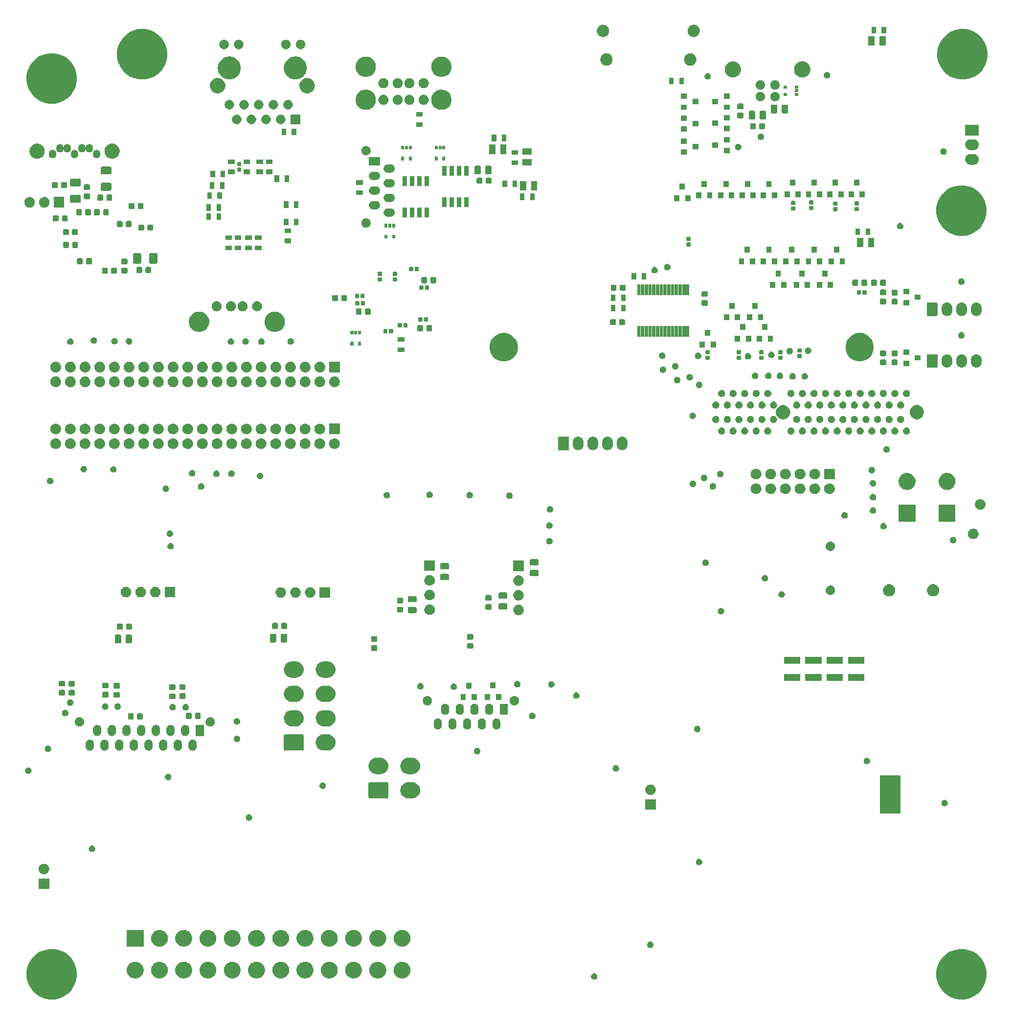
<source format=gbr>
G04 #@! TF.GenerationSoftware,KiCad,Pcbnew,5.1.5+dfsg1-2build2*
G04 #@! TF.CreationDate,2021-02-17T11:04:07+00:00*
G04 #@! TF.ProjectId,HILTOP_Motherboard,48494c54-4f50-45f4-9d6f-74686572626f,Rev C*
G04 #@! TF.SameCoordinates,Original*
G04 #@! TF.FileFunction,Soldermask,Bot*
G04 #@! TF.FilePolarity,Negative*
%FSLAX46Y46*%
G04 Gerber Fmt 4.6, Leading zero omitted, Abs format (unit mm)*
G04 Created by KiCad (PCBNEW 5.1.5+dfsg1-2build2) date 2021-02-17 11:04:07*
%MOMM*%
%LPD*%
G04 APERTURE LIST*
%ADD10C,0.100000*%
G04 APERTURE END LIST*
D10*
G36*
X215101761Y-210907551D02*
G01*
X215498499Y-211071885D01*
X215895234Y-211236218D01*
X215895235Y-211236219D01*
X215895238Y-211236220D01*
X216609335Y-211713364D01*
X217216636Y-212320665D01*
X217693780Y-213034762D01*
X217693781Y-213034765D01*
X217693782Y-213034766D01*
X217789539Y-213265944D01*
X218022449Y-213828239D01*
X218190000Y-214670575D01*
X218190000Y-215529425D01*
X218022449Y-216371761D01*
X217693780Y-217165238D01*
X217216636Y-217879335D01*
X216609335Y-218486636D01*
X215895238Y-218963780D01*
X215895235Y-218963781D01*
X215895234Y-218963782D01*
X215498499Y-219128115D01*
X215101761Y-219292449D01*
X214259425Y-219460000D01*
X213400575Y-219460000D01*
X212558239Y-219292449D01*
X212161500Y-219128114D01*
X211764766Y-218963782D01*
X211764765Y-218963781D01*
X211764762Y-218963780D01*
X211050665Y-218486636D01*
X210443364Y-217879335D01*
X209966220Y-217165238D01*
X209637551Y-216371761D01*
X209470000Y-215529425D01*
X209470000Y-214670575D01*
X209637551Y-213828239D01*
X209870461Y-213265944D01*
X209966218Y-213034766D01*
X209966219Y-213034765D01*
X209966220Y-213034762D01*
X210443364Y-212320665D01*
X211050665Y-211713364D01*
X211764762Y-211236220D01*
X211764765Y-211236219D01*
X211764766Y-211236218D01*
X212161501Y-211071885D01*
X212558239Y-210907551D01*
X213400575Y-210740000D01*
X214259425Y-210740000D01*
X215101761Y-210907551D01*
G37*
G36*
X57621761Y-210907551D02*
G01*
X58018499Y-211071885D01*
X58415234Y-211236218D01*
X58415235Y-211236219D01*
X58415238Y-211236220D01*
X59129335Y-211713364D01*
X59736636Y-212320665D01*
X60213780Y-213034762D01*
X60213781Y-213034765D01*
X60213782Y-213034766D01*
X60309539Y-213265944D01*
X60542449Y-213828239D01*
X60710000Y-214670575D01*
X60710000Y-215529425D01*
X60542449Y-216371761D01*
X60213780Y-217165238D01*
X59736636Y-217879335D01*
X59129335Y-218486636D01*
X58415238Y-218963780D01*
X58415235Y-218963781D01*
X58415234Y-218963782D01*
X58018499Y-219128115D01*
X57621761Y-219292449D01*
X56779425Y-219460000D01*
X55920575Y-219460000D01*
X55078239Y-219292449D01*
X54681500Y-219128114D01*
X54284766Y-218963782D01*
X54284765Y-218963781D01*
X54284762Y-218963780D01*
X53570665Y-218486636D01*
X52963364Y-217879335D01*
X52486220Y-217165238D01*
X52157551Y-216371761D01*
X51990000Y-215529425D01*
X51990000Y-214670575D01*
X52157551Y-213828239D01*
X52390461Y-213265944D01*
X52486218Y-213034766D01*
X52486219Y-213034765D01*
X52486220Y-213034762D01*
X52963364Y-212320665D01*
X53570665Y-211713364D01*
X54284762Y-211236220D01*
X54284765Y-211236219D01*
X54284766Y-211236218D01*
X54681501Y-211071885D01*
X55078239Y-210907551D01*
X55920575Y-210740000D01*
X56779425Y-210740000D01*
X57621761Y-210907551D01*
G37*
G36*
X150359250Y-214950760D02*
G01*
X150413346Y-214961520D01*
X150515260Y-215003734D01*
X150606979Y-215065019D01*
X150684981Y-215143021D01*
X150746266Y-215234740D01*
X150788480Y-215336654D01*
X150799240Y-215390750D01*
X150810000Y-215444842D01*
X150810000Y-215555158D01*
X150799240Y-215609251D01*
X150788480Y-215663346D01*
X150746266Y-215765260D01*
X150684981Y-215856979D01*
X150606979Y-215934981D01*
X150515260Y-215996266D01*
X150413346Y-216038480D01*
X150359250Y-216049240D01*
X150305158Y-216060000D01*
X150194842Y-216060000D01*
X150140750Y-216049240D01*
X150086654Y-216038480D01*
X149984740Y-215996266D01*
X149893021Y-215934981D01*
X149815019Y-215856979D01*
X149753734Y-215765260D01*
X149711520Y-215663346D01*
X149700760Y-215609251D01*
X149690000Y-215555158D01*
X149690000Y-215444842D01*
X149700760Y-215390750D01*
X149711520Y-215336654D01*
X149753734Y-215234740D01*
X149815019Y-215143021D01*
X149893021Y-215065019D01*
X149984740Y-215003734D01*
X150086654Y-214961520D01*
X150140750Y-214950760D01*
X150194842Y-214940000D01*
X150305158Y-214940000D01*
X150359250Y-214950760D01*
G37*
G36*
X113225863Y-212996106D02*
G01*
X113225865Y-212996107D01*
X113225866Y-212996107D01*
X113297539Y-213025795D01*
X113491573Y-213106166D01*
X113730693Y-213265941D01*
X113934059Y-213469307D01*
X114093834Y-213708427D01*
X114203894Y-213974137D01*
X114260000Y-214256200D01*
X114260000Y-214543800D01*
X114203894Y-214825863D01*
X114093834Y-215091573D01*
X113934059Y-215330693D01*
X113730693Y-215534059D01*
X113491573Y-215693834D01*
X113319134Y-215765260D01*
X113225866Y-215803893D01*
X113225865Y-215803893D01*
X113225863Y-215803894D01*
X112943800Y-215860000D01*
X112656200Y-215860000D01*
X112374137Y-215803894D01*
X112374135Y-215803893D01*
X112374134Y-215803893D01*
X112280866Y-215765260D01*
X112108427Y-215693834D01*
X111869307Y-215534059D01*
X111665941Y-215330693D01*
X111506166Y-215091573D01*
X111396106Y-214825863D01*
X111340000Y-214543800D01*
X111340000Y-214256200D01*
X111396106Y-213974137D01*
X111506166Y-213708427D01*
X111665941Y-213469307D01*
X111869307Y-213265941D01*
X112108427Y-213106166D01*
X112302461Y-213025795D01*
X112374134Y-212996107D01*
X112374135Y-212996107D01*
X112374137Y-212996106D01*
X112656200Y-212940000D01*
X112943800Y-212940000D01*
X113225863Y-212996106D01*
G37*
G36*
X71225863Y-212996106D02*
G01*
X71225865Y-212996107D01*
X71225866Y-212996107D01*
X71297539Y-213025795D01*
X71491573Y-213106166D01*
X71730693Y-213265941D01*
X71934059Y-213469307D01*
X72093834Y-213708427D01*
X72203894Y-213974137D01*
X72260000Y-214256200D01*
X72260000Y-214543800D01*
X72203894Y-214825863D01*
X72093834Y-215091573D01*
X71934059Y-215330693D01*
X71730693Y-215534059D01*
X71491573Y-215693834D01*
X71319134Y-215765260D01*
X71225866Y-215803893D01*
X71225865Y-215803893D01*
X71225863Y-215803894D01*
X70943800Y-215860000D01*
X70656200Y-215860000D01*
X70374137Y-215803894D01*
X70374135Y-215803893D01*
X70374134Y-215803893D01*
X70280866Y-215765260D01*
X70108427Y-215693834D01*
X69869307Y-215534059D01*
X69665941Y-215330693D01*
X69506166Y-215091573D01*
X69396106Y-214825863D01*
X69340000Y-214543800D01*
X69340000Y-214256200D01*
X69396106Y-213974137D01*
X69506166Y-213708427D01*
X69665941Y-213469307D01*
X69869307Y-213265941D01*
X70108427Y-213106166D01*
X70302461Y-213025795D01*
X70374134Y-212996107D01*
X70374135Y-212996107D01*
X70374137Y-212996106D01*
X70656200Y-212940000D01*
X70943800Y-212940000D01*
X71225863Y-212996106D01*
G37*
G36*
X75425863Y-212996106D02*
G01*
X75425865Y-212996107D01*
X75425866Y-212996107D01*
X75497539Y-213025795D01*
X75691573Y-213106166D01*
X75930693Y-213265941D01*
X76134059Y-213469307D01*
X76293834Y-213708427D01*
X76403894Y-213974137D01*
X76460000Y-214256200D01*
X76460000Y-214543800D01*
X76403894Y-214825863D01*
X76293834Y-215091573D01*
X76134059Y-215330693D01*
X75930693Y-215534059D01*
X75691573Y-215693834D01*
X75519134Y-215765260D01*
X75425866Y-215803893D01*
X75425865Y-215803893D01*
X75425863Y-215803894D01*
X75143800Y-215860000D01*
X74856200Y-215860000D01*
X74574137Y-215803894D01*
X74574135Y-215803893D01*
X74574134Y-215803893D01*
X74480866Y-215765260D01*
X74308427Y-215693834D01*
X74069307Y-215534059D01*
X73865941Y-215330693D01*
X73706166Y-215091573D01*
X73596106Y-214825863D01*
X73540000Y-214543800D01*
X73540000Y-214256200D01*
X73596106Y-213974137D01*
X73706166Y-213708427D01*
X73865941Y-213469307D01*
X74069307Y-213265941D01*
X74308427Y-213106166D01*
X74502461Y-213025795D01*
X74574134Y-212996107D01*
X74574135Y-212996107D01*
X74574137Y-212996106D01*
X74856200Y-212940000D01*
X75143800Y-212940000D01*
X75425863Y-212996106D01*
G37*
G36*
X79625863Y-212996106D02*
G01*
X79625865Y-212996107D01*
X79625866Y-212996107D01*
X79697539Y-213025795D01*
X79891573Y-213106166D01*
X80130693Y-213265941D01*
X80334059Y-213469307D01*
X80493834Y-213708427D01*
X80603894Y-213974137D01*
X80660000Y-214256200D01*
X80660000Y-214543800D01*
X80603894Y-214825863D01*
X80493834Y-215091573D01*
X80334059Y-215330693D01*
X80130693Y-215534059D01*
X79891573Y-215693834D01*
X79719134Y-215765260D01*
X79625866Y-215803893D01*
X79625865Y-215803893D01*
X79625863Y-215803894D01*
X79343800Y-215860000D01*
X79056200Y-215860000D01*
X78774137Y-215803894D01*
X78774135Y-215803893D01*
X78774134Y-215803893D01*
X78680866Y-215765260D01*
X78508427Y-215693834D01*
X78269307Y-215534059D01*
X78065941Y-215330693D01*
X77906166Y-215091573D01*
X77796106Y-214825863D01*
X77740000Y-214543800D01*
X77740000Y-214256200D01*
X77796106Y-213974137D01*
X77906166Y-213708427D01*
X78065941Y-213469307D01*
X78269307Y-213265941D01*
X78508427Y-213106166D01*
X78702461Y-213025795D01*
X78774134Y-212996107D01*
X78774135Y-212996107D01*
X78774137Y-212996106D01*
X79056200Y-212940000D01*
X79343800Y-212940000D01*
X79625863Y-212996106D01*
G37*
G36*
X83825863Y-212996106D02*
G01*
X83825865Y-212996107D01*
X83825866Y-212996107D01*
X83897539Y-213025795D01*
X84091573Y-213106166D01*
X84330693Y-213265941D01*
X84534059Y-213469307D01*
X84693834Y-213708427D01*
X84803894Y-213974137D01*
X84860000Y-214256200D01*
X84860000Y-214543800D01*
X84803894Y-214825863D01*
X84693834Y-215091573D01*
X84534059Y-215330693D01*
X84330693Y-215534059D01*
X84091573Y-215693834D01*
X83919134Y-215765260D01*
X83825866Y-215803893D01*
X83825865Y-215803893D01*
X83825863Y-215803894D01*
X83543800Y-215860000D01*
X83256200Y-215860000D01*
X82974137Y-215803894D01*
X82974135Y-215803893D01*
X82974134Y-215803893D01*
X82880866Y-215765260D01*
X82708427Y-215693834D01*
X82469307Y-215534059D01*
X82265941Y-215330693D01*
X82106166Y-215091573D01*
X81996106Y-214825863D01*
X81940000Y-214543800D01*
X81940000Y-214256200D01*
X81996106Y-213974137D01*
X82106166Y-213708427D01*
X82265941Y-213469307D01*
X82469307Y-213265941D01*
X82708427Y-213106166D01*
X82902461Y-213025795D01*
X82974134Y-212996107D01*
X82974135Y-212996107D01*
X82974137Y-212996106D01*
X83256200Y-212940000D01*
X83543800Y-212940000D01*
X83825863Y-212996106D01*
G37*
G36*
X88025863Y-212996106D02*
G01*
X88025865Y-212996107D01*
X88025866Y-212996107D01*
X88097539Y-213025795D01*
X88291573Y-213106166D01*
X88530693Y-213265941D01*
X88734059Y-213469307D01*
X88893834Y-213708427D01*
X89003894Y-213974137D01*
X89060000Y-214256200D01*
X89060000Y-214543800D01*
X89003894Y-214825863D01*
X88893834Y-215091573D01*
X88734059Y-215330693D01*
X88530693Y-215534059D01*
X88291573Y-215693834D01*
X88119134Y-215765260D01*
X88025866Y-215803893D01*
X88025865Y-215803893D01*
X88025863Y-215803894D01*
X87743800Y-215860000D01*
X87456200Y-215860000D01*
X87174137Y-215803894D01*
X87174135Y-215803893D01*
X87174134Y-215803893D01*
X87080866Y-215765260D01*
X86908427Y-215693834D01*
X86669307Y-215534059D01*
X86465941Y-215330693D01*
X86306166Y-215091573D01*
X86196106Y-214825863D01*
X86140000Y-214543800D01*
X86140000Y-214256200D01*
X86196106Y-213974137D01*
X86306166Y-213708427D01*
X86465941Y-213469307D01*
X86669307Y-213265941D01*
X86908427Y-213106166D01*
X87102461Y-213025795D01*
X87174134Y-212996107D01*
X87174135Y-212996107D01*
X87174137Y-212996106D01*
X87456200Y-212940000D01*
X87743800Y-212940000D01*
X88025863Y-212996106D01*
G37*
G36*
X96425863Y-212996106D02*
G01*
X96425865Y-212996107D01*
X96425866Y-212996107D01*
X96497539Y-213025795D01*
X96691573Y-213106166D01*
X96930693Y-213265941D01*
X97134059Y-213469307D01*
X97293834Y-213708427D01*
X97403894Y-213974137D01*
X97460000Y-214256200D01*
X97460000Y-214543800D01*
X97403894Y-214825863D01*
X97293834Y-215091573D01*
X97134059Y-215330693D01*
X96930693Y-215534059D01*
X96691573Y-215693834D01*
X96519134Y-215765260D01*
X96425866Y-215803893D01*
X96425865Y-215803893D01*
X96425863Y-215803894D01*
X96143800Y-215860000D01*
X95856200Y-215860000D01*
X95574137Y-215803894D01*
X95574135Y-215803893D01*
X95574134Y-215803893D01*
X95480866Y-215765260D01*
X95308427Y-215693834D01*
X95069307Y-215534059D01*
X94865941Y-215330693D01*
X94706166Y-215091573D01*
X94596106Y-214825863D01*
X94540000Y-214543800D01*
X94540000Y-214256200D01*
X94596106Y-213974137D01*
X94706166Y-213708427D01*
X94865941Y-213469307D01*
X95069307Y-213265941D01*
X95308427Y-213106166D01*
X95502461Y-213025795D01*
X95574134Y-212996107D01*
X95574135Y-212996107D01*
X95574137Y-212996106D01*
X95856200Y-212940000D01*
X96143800Y-212940000D01*
X96425863Y-212996106D01*
G37*
G36*
X92225863Y-212996106D02*
G01*
X92225865Y-212996107D01*
X92225866Y-212996107D01*
X92297539Y-213025795D01*
X92491573Y-213106166D01*
X92730693Y-213265941D01*
X92934059Y-213469307D01*
X93093834Y-213708427D01*
X93203894Y-213974137D01*
X93260000Y-214256200D01*
X93260000Y-214543800D01*
X93203894Y-214825863D01*
X93093834Y-215091573D01*
X92934059Y-215330693D01*
X92730693Y-215534059D01*
X92491573Y-215693834D01*
X92319134Y-215765260D01*
X92225866Y-215803893D01*
X92225865Y-215803893D01*
X92225863Y-215803894D01*
X91943800Y-215860000D01*
X91656200Y-215860000D01*
X91374137Y-215803894D01*
X91374135Y-215803893D01*
X91374134Y-215803893D01*
X91280866Y-215765260D01*
X91108427Y-215693834D01*
X90869307Y-215534059D01*
X90665941Y-215330693D01*
X90506166Y-215091573D01*
X90396106Y-214825863D01*
X90340000Y-214543800D01*
X90340000Y-214256200D01*
X90396106Y-213974137D01*
X90506166Y-213708427D01*
X90665941Y-213469307D01*
X90869307Y-213265941D01*
X91108427Y-213106166D01*
X91302461Y-213025795D01*
X91374134Y-212996107D01*
X91374135Y-212996107D01*
X91374137Y-212996106D01*
X91656200Y-212940000D01*
X91943800Y-212940000D01*
X92225863Y-212996106D01*
G37*
G36*
X117425863Y-212996106D02*
G01*
X117425865Y-212996107D01*
X117425866Y-212996107D01*
X117497539Y-213025795D01*
X117691573Y-213106166D01*
X117930693Y-213265941D01*
X118134059Y-213469307D01*
X118293834Y-213708427D01*
X118403894Y-213974137D01*
X118460000Y-214256200D01*
X118460000Y-214543800D01*
X118403894Y-214825863D01*
X118293834Y-215091573D01*
X118134059Y-215330693D01*
X117930693Y-215534059D01*
X117691573Y-215693834D01*
X117519134Y-215765260D01*
X117425866Y-215803893D01*
X117425865Y-215803893D01*
X117425863Y-215803894D01*
X117143800Y-215860000D01*
X116856200Y-215860000D01*
X116574137Y-215803894D01*
X116574135Y-215803893D01*
X116574134Y-215803893D01*
X116480866Y-215765260D01*
X116308427Y-215693834D01*
X116069307Y-215534059D01*
X115865941Y-215330693D01*
X115706166Y-215091573D01*
X115596106Y-214825863D01*
X115540000Y-214543800D01*
X115540000Y-214256200D01*
X115596106Y-213974137D01*
X115706166Y-213708427D01*
X115865941Y-213469307D01*
X116069307Y-213265941D01*
X116308427Y-213106166D01*
X116502461Y-213025795D01*
X116574134Y-212996107D01*
X116574135Y-212996107D01*
X116574137Y-212996106D01*
X116856200Y-212940000D01*
X117143800Y-212940000D01*
X117425863Y-212996106D01*
G37*
G36*
X109025863Y-212996106D02*
G01*
X109025865Y-212996107D01*
X109025866Y-212996107D01*
X109097539Y-213025795D01*
X109291573Y-213106166D01*
X109530693Y-213265941D01*
X109734059Y-213469307D01*
X109893834Y-213708427D01*
X110003894Y-213974137D01*
X110060000Y-214256200D01*
X110060000Y-214543800D01*
X110003894Y-214825863D01*
X109893834Y-215091573D01*
X109734059Y-215330693D01*
X109530693Y-215534059D01*
X109291573Y-215693834D01*
X109119134Y-215765260D01*
X109025866Y-215803893D01*
X109025865Y-215803893D01*
X109025863Y-215803894D01*
X108743800Y-215860000D01*
X108456200Y-215860000D01*
X108174137Y-215803894D01*
X108174135Y-215803893D01*
X108174134Y-215803893D01*
X108080866Y-215765260D01*
X107908427Y-215693834D01*
X107669307Y-215534059D01*
X107465941Y-215330693D01*
X107306166Y-215091573D01*
X107196106Y-214825863D01*
X107140000Y-214543800D01*
X107140000Y-214256200D01*
X107196106Y-213974137D01*
X107306166Y-213708427D01*
X107465941Y-213469307D01*
X107669307Y-213265941D01*
X107908427Y-213106166D01*
X108102461Y-213025795D01*
X108174134Y-212996107D01*
X108174135Y-212996107D01*
X108174137Y-212996106D01*
X108456200Y-212940000D01*
X108743800Y-212940000D01*
X109025863Y-212996106D01*
G37*
G36*
X100625863Y-212996106D02*
G01*
X100625865Y-212996107D01*
X100625866Y-212996107D01*
X100697539Y-213025795D01*
X100891573Y-213106166D01*
X101130693Y-213265941D01*
X101334059Y-213469307D01*
X101493834Y-213708427D01*
X101603894Y-213974137D01*
X101660000Y-214256200D01*
X101660000Y-214543800D01*
X101603894Y-214825863D01*
X101493834Y-215091573D01*
X101334059Y-215330693D01*
X101130693Y-215534059D01*
X100891573Y-215693834D01*
X100719134Y-215765260D01*
X100625866Y-215803893D01*
X100625865Y-215803893D01*
X100625863Y-215803894D01*
X100343800Y-215860000D01*
X100056200Y-215860000D01*
X99774137Y-215803894D01*
X99774135Y-215803893D01*
X99774134Y-215803893D01*
X99680866Y-215765260D01*
X99508427Y-215693834D01*
X99269307Y-215534059D01*
X99065941Y-215330693D01*
X98906166Y-215091573D01*
X98796106Y-214825863D01*
X98740000Y-214543800D01*
X98740000Y-214256200D01*
X98796106Y-213974137D01*
X98906166Y-213708427D01*
X99065941Y-213469307D01*
X99269307Y-213265941D01*
X99508427Y-213106166D01*
X99702461Y-213025795D01*
X99774134Y-212996107D01*
X99774135Y-212996107D01*
X99774137Y-212996106D01*
X100056200Y-212940000D01*
X100343800Y-212940000D01*
X100625863Y-212996106D01*
G37*
G36*
X104825863Y-212996106D02*
G01*
X104825865Y-212996107D01*
X104825866Y-212996107D01*
X104897539Y-213025795D01*
X105091573Y-213106166D01*
X105330693Y-213265941D01*
X105534059Y-213469307D01*
X105693834Y-213708427D01*
X105803894Y-213974137D01*
X105860000Y-214256200D01*
X105860000Y-214543800D01*
X105803894Y-214825863D01*
X105693834Y-215091573D01*
X105534059Y-215330693D01*
X105330693Y-215534059D01*
X105091573Y-215693834D01*
X104919134Y-215765260D01*
X104825866Y-215803893D01*
X104825865Y-215803893D01*
X104825863Y-215803894D01*
X104543800Y-215860000D01*
X104256200Y-215860000D01*
X103974137Y-215803894D01*
X103974135Y-215803893D01*
X103974134Y-215803893D01*
X103880866Y-215765260D01*
X103708427Y-215693834D01*
X103469307Y-215534059D01*
X103265941Y-215330693D01*
X103106166Y-215091573D01*
X102996106Y-214825863D01*
X102940000Y-214543800D01*
X102940000Y-214256200D01*
X102996106Y-213974137D01*
X103106166Y-213708427D01*
X103265941Y-213469307D01*
X103469307Y-213265941D01*
X103708427Y-213106166D01*
X103902461Y-213025795D01*
X103974134Y-212996107D01*
X103974135Y-212996107D01*
X103974137Y-212996106D01*
X104256200Y-212940000D01*
X104543800Y-212940000D01*
X104825863Y-212996106D01*
G37*
G36*
X160079250Y-209460760D02*
G01*
X160133346Y-209471520D01*
X160235260Y-209513734D01*
X160326979Y-209575019D01*
X160404981Y-209653021D01*
X160466266Y-209744740D01*
X160508480Y-209846654D01*
X160519240Y-209900749D01*
X160530000Y-209954842D01*
X160530000Y-210065158D01*
X160519240Y-210119250D01*
X160508480Y-210173346D01*
X160466266Y-210275260D01*
X160404981Y-210366979D01*
X160326979Y-210444981D01*
X160235260Y-210506266D01*
X160133346Y-210548480D01*
X160079251Y-210559240D01*
X160025158Y-210570000D01*
X159914842Y-210570000D01*
X159860749Y-210559240D01*
X159806654Y-210548480D01*
X159704740Y-210506266D01*
X159613021Y-210444981D01*
X159535019Y-210366979D01*
X159473734Y-210275260D01*
X159431520Y-210173346D01*
X159420760Y-210119250D01*
X159410000Y-210065158D01*
X159410000Y-209954842D01*
X159420760Y-209900749D01*
X159431520Y-209846654D01*
X159473734Y-209744740D01*
X159535019Y-209653021D01*
X159613021Y-209575019D01*
X159704740Y-209513734D01*
X159806654Y-209471520D01*
X159860750Y-209460760D01*
X159914842Y-209450000D01*
X160025158Y-209450000D01*
X160079250Y-209460760D01*
G37*
G36*
X79625863Y-207496106D02*
G01*
X79625865Y-207496107D01*
X79625866Y-207496107D01*
X79697539Y-207525795D01*
X79891573Y-207606166D01*
X80130693Y-207765941D01*
X80334059Y-207969307D01*
X80493834Y-208208427D01*
X80603894Y-208474137D01*
X80660000Y-208756200D01*
X80660000Y-209043800D01*
X80603894Y-209325863D01*
X80493834Y-209591573D01*
X80334059Y-209830693D01*
X80130693Y-210034059D01*
X79891573Y-210193834D01*
X79697539Y-210274205D01*
X79625866Y-210303893D01*
X79625865Y-210303893D01*
X79625863Y-210303894D01*
X79343800Y-210360000D01*
X79056200Y-210360000D01*
X78774137Y-210303894D01*
X78774135Y-210303893D01*
X78774134Y-210303893D01*
X78702461Y-210274205D01*
X78508427Y-210193834D01*
X78269307Y-210034059D01*
X78065941Y-209830693D01*
X77906166Y-209591573D01*
X77796106Y-209325863D01*
X77740000Y-209043800D01*
X77740000Y-208756200D01*
X77796106Y-208474137D01*
X77906166Y-208208427D01*
X78065941Y-207969307D01*
X78269307Y-207765941D01*
X78508427Y-207606166D01*
X78702461Y-207525795D01*
X78774134Y-207496107D01*
X78774135Y-207496107D01*
X78774137Y-207496106D01*
X79056200Y-207440000D01*
X79343800Y-207440000D01*
X79625863Y-207496106D01*
G37*
G36*
X72260000Y-210360000D02*
G01*
X69340000Y-210360000D01*
X69340000Y-207440000D01*
X72260000Y-207440000D01*
X72260000Y-210360000D01*
G37*
G36*
X75425863Y-207496106D02*
G01*
X75425865Y-207496107D01*
X75425866Y-207496107D01*
X75497539Y-207525795D01*
X75691573Y-207606166D01*
X75930693Y-207765941D01*
X76134059Y-207969307D01*
X76293834Y-208208427D01*
X76403894Y-208474137D01*
X76460000Y-208756200D01*
X76460000Y-209043800D01*
X76403894Y-209325863D01*
X76293834Y-209591573D01*
X76134059Y-209830693D01*
X75930693Y-210034059D01*
X75691573Y-210193834D01*
X75497539Y-210274205D01*
X75425866Y-210303893D01*
X75425865Y-210303893D01*
X75425863Y-210303894D01*
X75143800Y-210360000D01*
X74856200Y-210360000D01*
X74574137Y-210303894D01*
X74574135Y-210303893D01*
X74574134Y-210303893D01*
X74502461Y-210274205D01*
X74308427Y-210193834D01*
X74069307Y-210034059D01*
X73865941Y-209830693D01*
X73706166Y-209591573D01*
X73596106Y-209325863D01*
X73540000Y-209043800D01*
X73540000Y-208756200D01*
X73596106Y-208474137D01*
X73706166Y-208208427D01*
X73865941Y-207969307D01*
X74069307Y-207765941D01*
X74308427Y-207606166D01*
X74502461Y-207525795D01*
X74574134Y-207496107D01*
X74574135Y-207496107D01*
X74574137Y-207496106D01*
X74856200Y-207440000D01*
X75143800Y-207440000D01*
X75425863Y-207496106D01*
G37*
G36*
X83825863Y-207496106D02*
G01*
X83825865Y-207496107D01*
X83825866Y-207496107D01*
X83897539Y-207525795D01*
X84091573Y-207606166D01*
X84330693Y-207765941D01*
X84534059Y-207969307D01*
X84693834Y-208208427D01*
X84803894Y-208474137D01*
X84860000Y-208756200D01*
X84860000Y-209043800D01*
X84803894Y-209325863D01*
X84693834Y-209591573D01*
X84534059Y-209830693D01*
X84330693Y-210034059D01*
X84091573Y-210193834D01*
X83897539Y-210274205D01*
X83825866Y-210303893D01*
X83825865Y-210303893D01*
X83825863Y-210303894D01*
X83543800Y-210360000D01*
X83256200Y-210360000D01*
X82974137Y-210303894D01*
X82974135Y-210303893D01*
X82974134Y-210303893D01*
X82902461Y-210274205D01*
X82708427Y-210193834D01*
X82469307Y-210034059D01*
X82265941Y-209830693D01*
X82106166Y-209591573D01*
X81996106Y-209325863D01*
X81940000Y-209043800D01*
X81940000Y-208756200D01*
X81996106Y-208474137D01*
X82106166Y-208208427D01*
X82265941Y-207969307D01*
X82469307Y-207765941D01*
X82708427Y-207606166D01*
X82902461Y-207525795D01*
X82974134Y-207496107D01*
X82974135Y-207496107D01*
X82974137Y-207496106D01*
X83256200Y-207440000D01*
X83543800Y-207440000D01*
X83825863Y-207496106D01*
G37*
G36*
X88025863Y-207496106D02*
G01*
X88025865Y-207496107D01*
X88025866Y-207496107D01*
X88097539Y-207525795D01*
X88291573Y-207606166D01*
X88530693Y-207765941D01*
X88734059Y-207969307D01*
X88893834Y-208208427D01*
X89003894Y-208474137D01*
X89060000Y-208756200D01*
X89060000Y-209043800D01*
X89003894Y-209325863D01*
X88893834Y-209591573D01*
X88734059Y-209830693D01*
X88530693Y-210034059D01*
X88291573Y-210193834D01*
X88097539Y-210274205D01*
X88025866Y-210303893D01*
X88025865Y-210303893D01*
X88025863Y-210303894D01*
X87743800Y-210360000D01*
X87456200Y-210360000D01*
X87174137Y-210303894D01*
X87174135Y-210303893D01*
X87174134Y-210303893D01*
X87102461Y-210274205D01*
X86908427Y-210193834D01*
X86669307Y-210034059D01*
X86465941Y-209830693D01*
X86306166Y-209591573D01*
X86196106Y-209325863D01*
X86140000Y-209043800D01*
X86140000Y-208756200D01*
X86196106Y-208474137D01*
X86306166Y-208208427D01*
X86465941Y-207969307D01*
X86669307Y-207765941D01*
X86908427Y-207606166D01*
X87102461Y-207525795D01*
X87174134Y-207496107D01*
X87174135Y-207496107D01*
X87174137Y-207496106D01*
X87456200Y-207440000D01*
X87743800Y-207440000D01*
X88025863Y-207496106D01*
G37*
G36*
X92225863Y-207496106D02*
G01*
X92225865Y-207496107D01*
X92225866Y-207496107D01*
X92297539Y-207525795D01*
X92491573Y-207606166D01*
X92730693Y-207765941D01*
X92934059Y-207969307D01*
X93093834Y-208208427D01*
X93203894Y-208474137D01*
X93260000Y-208756200D01*
X93260000Y-209043800D01*
X93203894Y-209325863D01*
X93093834Y-209591573D01*
X92934059Y-209830693D01*
X92730693Y-210034059D01*
X92491573Y-210193834D01*
X92297539Y-210274205D01*
X92225866Y-210303893D01*
X92225865Y-210303893D01*
X92225863Y-210303894D01*
X91943800Y-210360000D01*
X91656200Y-210360000D01*
X91374137Y-210303894D01*
X91374135Y-210303893D01*
X91374134Y-210303893D01*
X91302461Y-210274205D01*
X91108427Y-210193834D01*
X90869307Y-210034059D01*
X90665941Y-209830693D01*
X90506166Y-209591573D01*
X90396106Y-209325863D01*
X90340000Y-209043800D01*
X90340000Y-208756200D01*
X90396106Y-208474137D01*
X90506166Y-208208427D01*
X90665941Y-207969307D01*
X90869307Y-207765941D01*
X91108427Y-207606166D01*
X91302461Y-207525795D01*
X91374134Y-207496107D01*
X91374135Y-207496107D01*
X91374137Y-207496106D01*
X91656200Y-207440000D01*
X91943800Y-207440000D01*
X92225863Y-207496106D01*
G37*
G36*
X96425863Y-207496106D02*
G01*
X96425865Y-207496107D01*
X96425866Y-207496107D01*
X96497539Y-207525795D01*
X96691573Y-207606166D01*
X96930693Y-207765941D01*
X97134059Y-207969307D01*
X97293834Y-208208427D01*
X97403894Y-208474137D01*
X97460000Y-208756200D01*
X97460000Y-209043800D01*
X97403894Y-209325863D01*
X97293834Y-209591573D01*
X97134059Y-209830693D01*
X96930693Y-210034059D01*
X96691573Y-210193834D01*
X96497539Y-210274205D01*
X96425866Y-210303893D01*
X96425865Y-210303893D01*
X96425863Y-210303894D01*
X96143800Y-210360000D01*
X95856200Y-210360000D01*
X95574137Y-210303894D01*
X95574135Y-210303893D01*
X95574134Y-210303893D01*
X95502461Y-210274205D01*
X95308427Y-210193834D01*
X95069307Y-210034059D01*
X94865941Y-209830693D01*
X94706166Y-209591573D01*
X94596106Y-209325863D01*
X94540000Y-209043800D01*
X94540000Y-208756200D01*
X94596106Y-208474137D01*
X94706166Y-208208427D01*
X94865941Y-207969307D01*
X95069307Y-207765941D01*
X95308427Y-207606166D01*
X95502461Y-207525795D01*
X95574134Y-207496107D01*
X95574135Y-207496107D01*
X95574137Y-207496106D01*
X95856200Y-207440000D01*
X96143800Y-207440000D01*
X96425863Y-207496106D01*
G37*
G36*
X109025863Y-207496106D02*
G01*
X109025865Y-207496107D01*
X109025866Y-207496107D01*
X109097539Y-207525795D01*
X109291573Y-207606166D01*
X109530693Y-207765941D01*
X109734059Y-207969307D01*
X109893834Y-208208427D01*
X110003894Y-208474137D01*
X110060000Y-208756200D01*
X110060000Y-209043800D01*
X110003894Y-209325863D01*
X109893834Y-209591573D01*
X109734059Y-209830693D01*
X109530693Y-210034059D01*
X109291573Y-210193834D01*
X109097539Y-210274205D01*
X109025866Y-210303893D01*
X109025865Y-210303893D01*
X109025863Y-210303894D01*
X108743800Y-210360000D01*
X108456200Y-210360000D01*
X108174137Y-210303894D01*
X108174135Y-210303893D01*
X108174134Y-210303893D01*
X108102461Y-210274205D01*
X107908427Y-210193834D01*
X107669307Y-210034059D01*
X107465941Y-209830693D01*
X107306166Y-209591573D01*
X107196106Y-209325863D01*
X107140000Y-209043800D01*
X107140000Y-208756200D01*
X107196106Y-208474137D01*
X107306166Y-208208427D01*
X107465941Y-207969307D01*
X107669307Y-207765941D01*
X107908427Y-207606166D01*
X108102461Y-207525795D01*
X108174134Y-207496107D01*
X108174135Y-207496107D01*
X108174137Y-207496106D01*
X108456200Y-207440000D01*
X108743800Y-207440000D01*
X109025863Y-207496106D01*
G37*
G36*
X113225863Y-207496106D02*
G01*
X113225865Y-207496107D01*
X113225866Y-207496107D01*
X113297539Y-207525795D01*
X113491573Y-207606166D01*
X113730693Y-207765941D01*
X113934059Y-207969307D01*
X114093834Y-208208427D01*
X114203894Y-208474137D01*
X114260000Y-208756200D01*
X114260000Y-209043800D01*
X114203894Y-209325863D01*
X114093834Y-209591573D01*
X113934059Y-209830693D01*
X113730693Y-210034059D01*
X113491573Y-210193834D01*
X113297539Y-210274205D01*
X113225866Y-210303893D01*
X113225865Y-210303893D01*
X113225863Y-210303894D01*
X112943800Y-210360000D01*
X112656200Y-210360000D01*
X112374137Y-210303894D01*
X112374135Y-210303893D01*
X112374134Y-210303893D01*
X112302461Y-210274205D01*
X112108427Y-210193834D01*
X111869307Y-210034059D01*
X111665941Y-209830693D01*
X111506166Y-209591573D01*
X111396106Y-209325863D01*
X111340000Y-209043800D01*
X111340000Y-208756200D01*
X111396106Y-208474137D01*
X111506166Y-208208427D01*
X111665941Y-207969307D01*
X111869307Y-207765941D01*
X112108427Y-207606166D01*
X112302461Y-207525795D01*
X112374134Y-207496107D01*
X112374135Y-207496107D01*
X112374137Y-207496106D01*
X112656200Y-207440000D01*
X112943800Y-207440000D01*
X113225863Y-207496106D01*
G37*
G36*
X100625863Y-207496106D02*
G01*
X100625865Y-207496107D01*
X100625866Y-207496107D01*
X100697539Y-207525795D01*
X100891573Y-207606166D01*
X101130693Y-207765941D01*
X101334059Y-207969307D01*
X101493834Y-208208427D01*
X101603894Y-208474137D01*
X101660000Y-208756200D01*
X101660000Y-209043800D01*
X101603894Y-209325863D01*
X101493834Y-209591573D01*
X101334059Y-209830693D01*
X101130693Y-210034059D01*
X100891573Y-210193834D01*
X100697539Y-210274205D01*
X100625866Y-210303893D01*
X100625865Y-210303893D01*
X100625863Y-210303894D01*
X100343800Y-210360000D01*
X100056200Y-210360000D01*
X99774137Y-210303894D01*
X99774135Y-210303893D01*
X99774134Y-210303893D01*
X99702461Y-210274205D01*
X99508427Y-210193834D01*
X99269307Y-210034059D01*
X99065941Y-209830693D01*
X98906166Y-209591573D01*
X98796106Y-209325863D01*
X98740000Y-209043800D01*
X98740000Y-208756200D01*
X98796106Y-208474137D01*
X98906166Y-208208427D01*
X99065941Y-207969307D01*
X99269307Y-207765941D01*
X99508427Y-207606166D01*
X99702461Y-207525795D01*
X99774134Y-207496107D01*
X99774135Y-207496107D01*
X99774137Y-207496106D01*
X100056200Y-207440000D01*
X100343800Y-207440000D01*
X100625863Y-207496106D01*
G37*
G36*
X104825863Y-207496106D02*
G01*
X104825865Y-207496107D01*
X104825866Y-207496107D01*
X104897539Y-207525795D01*
X105091573Y-207606166D01*
X105330693Y-207765941D01*
X105534059Y-207969307D01*
X105693834Y-208208427D01*
X105803894Y-208474137D01*
X105860000Y-208756200D01*
X105860000Y-209043800D01*
X105803894Y-209325863D01*
X105693834Y-209591573D01*
X105534059Y-209830693D01*
X105330693Y-210034059D01*
X105091573Y-210193834D01*
X104897539Y-210274205D01*
X104825866Y-210303893D01*
X104825865Y-210303893D01*
X104825863Y-210303894D01*
X104543800Y-210360000D01*
X104256200Y-210360000D01*
X103974137Y-210303894D01*
X103974135Y-210303893D01*
X103974134Y-210303893D01*
X103902461Y-210274205D01*
X103708427Y-210193834D01*
X103469307Y-210034059D01*
X103265941Y-209830693D01*
X103106166Y-209591573D01*
X102996106Y-209325863D01*
X102940000Y-209043800D01*
X102940000Y-208756200D01*
X102996106Y-208474137D01*
X103106166Y-208208427D01*
X103265941Y-207969307D01*
X103469307Y-207765941D01*
X103708427Y-207606166D01*
X103902461Y-207525795D01*
X103974134Y-207496107D01*
X103974135Y-207496107D01*
X103974137Y-207496106D01*
X104256200Y-207440000D01*
X104543800Y-207440000D01*
X104825863Y-207496106D01*
G37*
G36*
X117425863Y-207496106D02*
G01*
X117425865Y-207496107D01*
X117425866Y-207496107D01*
X117497539Y-207525795D01*
X117691573Y-207606166D01*
X117930693Y-207765941D01*
X118134059Y-207969307D01*
X118293834Y-208208427D01*
X118403894Y-208474137D01*
X118460000Y-208756200D01*
X118460000Y-209043800D01*
X118403894Y-209325863D01*
X118293834Y-209591573D01*
X118134059Y-209830693D01*
X117930693Y-210034059D01*
X117691573Y-210193834D01*
X117497539Y-210274205D01*
X117425866Y-210303893D01*
X117425865Y-210303893D01*
X117425863Y-210303894D01*
X117143800Y-210360000D01*
X116856200Y-210360000D01*
X116574137Y-210303894D01*
X116574135Y-210303893D01*
X116574134Y-210303893D01*
X116502461Y-210274205D01*
X116308427Y-210193834D01*
X116069307Y-210034059D01*
X115865941Y-209830693D01*
X115706166Y-209591573D01*
X115596106Y-209325863D01*
X115540000Y-209043800D01*
X115540000Y-208756200D01*
X115596106Y-208474137D01*
X115706166Y-208208427D01*
X115865941Y-207969307D01*
X116069307Y-207765941D01*
X116308427Y-207606166D01*
X116502461Y-207525795D01*
X116574134Y-207496107D01*
X116574135Y-207496107D01*
X116574137Y-207496106D01*
X116856200Y-207440000D01*
X117143800Y-207440000D01*
X117425863Y-207496106D01*
G37*
G36*
X55910000Y-200360000D02*
G01*
X54090000Y-200360000D01*
X54090000Y-198540000D01*
X55910000Y-198540000D01*
X55910000Y-200360000D01*
G37*
G36*
X55265434Y-196034969D02*
G01*
X55431050Y-196103570D01*
X55580089Y-196203154D01*
X55706846Y-196329911D01*
X55806430Y-196478950D01*
X55875031Y-196644566D01*
X55910000Y-196820370D01*
X55910000Y-196999630D01*
X55875031Y-197175434D01*
X55806430Y-197341050D01*
X55706846Y-197490089D01*
X55580089Y-197616846D01*
X55431050Y-197716430D01*
X55265434Y-197785031D01*
X55089630Y-197820000D01*
X54910370Y-197820000D01*
X54734566Y-197785031D01*
X54568950Y-197716430D01*
X54419911Y-197616846D01*
X54293154Y-197490089D01*
X54193570Y-197341050D01*
X54124969Y-197175434D01*
X54090000Y-196999630D01*
X54090000Y-196820370D01*
X54124969Y-196644566D01*
X54193570Y-196478950D01*
X54293154Y-196329911D01*
X54419911Y-196203154D01*
X54568950Y-196103570D01*
X54734566Y-196034969D01*
X54910370Y-196000000D01*
X55089630Y-196000000D01*
X55265434Y-196034969D01*
G37*
G36*
X168509250Y-195150760D02*
G01*
X168563346Y-195161520D01*
X168665260Y-195203734D01*
X168756979Y-195265019D01*
X168834981Y-195343021D01*
X168896266Y-195434740D01*
X168938480Y-195536654D01*
X168949240Y-195590750D01*
X168960000Y-195644842D01*
X168960000Y-195755158D01*
X168949240Y-195809250D01*
X168938480Y-195863346D01*
X168896266Y-195965260D01*
X168834981Y-196056979D01*
X168756979Y-196134981D01*
X168665260Y-196196266D01*
X168563346Y-196238480D01*
X168509250Y-196249240D01*
X168455158Y-196260000D01*
X168344842Y-196260000D01*
X168290749Y-196249240D01*
X168236654Y-196238480D01*
X168134740Y-196196266D01*
X168043021Y-196134981D01*
X167965019Y-196056979D01*
X167903734Y-195965260D01*
X167861520Y-195863346D01*
X167850760Y-195809250D01*
X167840000Y-195755158D01*
X167840000Y-195644842D01*
X167850760Y-195590750D01*
X167861520Y-195536654D01*
X167903734Y-195434740D01*
X167965019Y-195343021D01*
X168043021Y-195265019D01*
X168134740Y-195203734D01*
X168236654Y-195161520D01*
X168290750Y-195150760D01*
X168344842Y-195140000D01*
X168455158Y-195140000D01*
X168509250Y-195150760D01*
G37*
G36*
X63434251Y-192850760D02*
G01*
X63488346Y-192861520D01*
X63590260Y-192903734D01*
X63681979Y-192965019D01*
X63759981Y-193043021D01*
X63821266Y-193134740D01*
X63863480Y-193236654D01*
X63874240Y-193290749D01*
X63885000Y-193344842D01*
X63885000Y-193455158D01*
X63874240Y-193509251D01*
X63863480Y-193563346D01*
X63821266Y-193665260D01*
X63759981Y-193756979D01*
X63681979Y-193834981D01*
X63590260Y-193896266D01*
X63488346Y-193938480D01*
X63434251Y-193949240D01*
X63380158Y-193960000D01*
X63269842Y-193960000D01*
X63215749Y-193949240D01*
X63161654Y-193938480D01*
X63059740Y-193896266D01*
X62968021Y-193834981D01*
X62890019Y-193756979D01*
X62828734Y-193665260D01*
X62786520Y-193563346D01*
X62775760Y-193509251D01*
X62765000Y-193455158D01*
X62765000Y-193344842D01*
X62775760Y-193290749D01*
X62786520Y-193236654D01*
X62828734Y-193134740D01*
X62890019Y-193043021D01*
X62968021Y-192965019D01*
X63059740Y-192903734D01*
X63161654Y-192861520D01*
X63215749Y-192850760D01*
X63269842Y-192840000D01*
X63380158Y-192840000D01*
X63434251Y-192850760D01*
G37*
G36*
X90609250Y-187450760D02*
G01*
X90663346Y-187461520D01*
X90765260Y-187503734D01*
X90856979Y-187565019D01*
X90934981Y-187643021D01*
X90996266Y-187734740D01*
X91038480Y-187836654D01*
X91049240Y-187890750D01*
X91060000Y-187944842D01*
X91060000Y-188055158D01*
X91049240Y-188109251D01*
X91038480Y-188163346D01*
X90996266Y-188265260D01*
X90934981Y-188356979D01*
X90856979Y-188434981D01*
X90765260Y-188496266D01*
X90663346Y-188538480D01*
X90609251Y-188549240D01*
X90555158Y-188560000D01*
X90444842Y-188560000D01*
X90390749Y-188549240D01*
X90336654Y-188538480D01*
X90234740Y-188496266D01*
X90143021Y-188434981D01*
X90065019Y-188356979D01*
X90003734Y-188265260D01*
X89961520Y-188163346D01*
X89950760Y-188109250D01*
X89940000Y-188055158D01*
X89940000Y-187944842D01*
X89950760Y-187890750D01*
X89961520Y-187836654D01*
X90003734Y-187734740D01*
X90065019Y-187643021D01*
X90143021Y-187565019D01*
X90234740Y-187503734D01*
X90336654Y-187461520D01*
X90390750Y-187450760D01*
X90444842Y-187440000D01*
X90555158Y-187440000D01*
X90609250Y-187450760D01*
G37*
G36*
X203260000Y-187310000D02*
G01*
X199740000Y-187310000D01*
X199740000Y-180690000D01*
X203260000Y-180690000D01*
X203260000Y-187310000D01*
G37*
G36*
X160910000Y-186660000D02*
G01*
X159090000Y-186660000D01*
X159090000Y-184840000D01*
X160910000Y-184840000D01*
X160910000Y-186660000D01*
G37*
G36*
X211009250Y-184950760D02*
G01*
X211063346Y-184961520D01*
X211165260Y-185003734D01*
X211256979Y-185065019D01*
X211334981Y-185143021D01*
X211396266Y-185234740D01*
X211438480Y-185336654D01*
X211449240Y-185390749D01*
X211460000Y-185444842D01*
X211460000Y-185555158D01*
X211449240Y-185609250D01*
X211438480Y-185663346D01*
X211396266Y-185765260D01*
X211334981Y-185856979D01*
X211256979Y-185934981D01*
X211165260Y-185996266D01*
X211063346Y-186038480D01*
X211009250Y-186049240D01*
X210955158Y-186060000D01*
X210844842Y-186060000D01*
X210790750Y-186049240D01*
X210736654Y-186038480D01*
X210634740Y-185996266D01*
X210543021Y-185934981D01*
X210465019Y-185856979D01*
X210403734Y-185765260D01*
X210361520Y-185663346D01*
X210350760Y-185609250D01*
X210340000Y-185555158D01*
X210340000Y-185444842D01*
X210350760Y-185390749D01*
X210361520Y-185336654D01*
X210403734Y-185234740D01*
X210465019Y-185143021D01*
X210543021Y-185065019D01*
X210634740Y-185003734D01*
X210736654Y-184961520D01*
X210790750Y-184950760D01*
X210844842Y-184940000D01*
X210955158Y-184940000D01*
X211009250Y-184950760D01*
G37*
G36*
X118976408Y-181910402D02*
G01*
X119242193Y-181991026D01*
X119487144Y-182121956D01*
X119701844Y-182298156D01*
X119878044Y-182512856D01*
X120008974Y-182757807D01*
X120089598Y-183023592D01*
X120116822Y-183300000D01*
X120089598Y-183576408D01*
X120008974Y-183842193D01*
X119878044Y-184087144D01*
X119701844Y-184301844D01*
X119487144Y-184478044D01*
X119242193Y-184608974D01*
X118976408Y-184689598D01*
X118769264Y-184710000D01*
X118030736Y-184710000D01*
X117823592Y-184689598D01*
X117557807Y-184608974D01*
X117312856Y-184478044D01*
X117098156Y-184301844D01*
X116921956Y-184087144D01*
X116791026Y-183842193D01*
X116710402Y-183576408D01*
X116683178Y-183300000D01*
X116710402Y-183023592D01*
X116791026Y-182757807D01*
X116921956Y-182512856D01*
X117098156Y-182298156D01*
X117312856Y-182121956D01*
X117557807Y-181991026D01*
X117823592Y-181910402D01*
X118030736Y-181890000D01*
X118769264Y-181890000D01*
X118976408Y-181910402D01*
G37*
G36*
X114424387Y-181894608D02*
G01*
X114467603Y-181907717D01*
X114507433Y-181929007D01*
X114542343Y-181957657D01*
X114570993Y-181992567D01*
X114592283Y-182032397D01*
X114605392Y-182075613D01*
X114610000Y-182122395D01*
X114610000Y-184477605D01*
X114605392Y-184524387D01*
X114592283Y-184567603D01*
X114570993Y-184607433D01*
X114542343Y-184642343D01*
X114507433Y-184670993D01*
X114467603Y-184692283D01*
X114424387Y-184705392D01*
X114377605Y-184710000D01*
X111422395Y-184710000D01*
X111375613Y-184705392D01*
X111332397Y-184692283D01*
X111292567Y-184670993D01*
X111257657Y-184642343D01*
X111229007Y-184607433D01*
X111207717Y-184567603D01*
X111194608Y-184524387D01*
X111190000Y-184477605D01*
X111190000Y-182122395D01*
X111194608Y-182075613D01*
X111207717Y-182032397D01*
X111229007Y-181992567D01*
X111257657Y-181957657D01*
X111292567Y-181929007D01*
X111332397Y-181907717D01*
X111375613Y-181894608D01*
X111422395Y-181890000D01*
X114377605Y-181890000D01*
X114424387Y-181894608D01*
G37*
G36*
X160265434Y-182334969D02*
G01*
X160431050Y-182403570D01*
X160580089Y-182503154D01*
X160706846Y-182629911D01*
X160806430Y-182778950D01*
X160875031Y-182944566D01*
X160910000Y-183120370D01*
X160910000Y-183299630D01*
X160875031Y-183475434D01*
X160806430Y-183641050D01*
X160706846Y-183790089D01*
X160580089Y-183916846D01*
X160431050Y-184016430D01*
X160265434Y-184085031D01*
X160089630Y-184120000D01*
X159910370Y-184120000D01*
X159734566Y-184085031D01*
X159568950Y-184016430D01*
X159419911Y-183916846D01*
X159293154Y-183790089D01*
X159193570Y-183641050D01*
X159124969Y-183475434D01*
X159090000Y-183299630D01*
X159090000Y-183120370D01*
X159124969Y-182944566D01*
X159193570Y-182778950D01*
X159293154Y-182629911D01*
X159419911Y-182503154D01*
X159568950Y-182403570D01*
X159734566Y-182334969D01*
X159910370Y-182300000D01*
X160089630Y-182300000D01*
X160265434Y-182334969D01*
G37*
G36*
X103359250Y-181950760D02*
G01*
X103413346Y-181961520D01*
X103515260Y-182003734D01*
X103606979Y-182065019D01*
X103684981Y-182143021D01*
X103746266Y-182234740D01*
X103788480Y-182336654D01*
X103799240Y-182390749D01*
X103810000Y-182444842D01*
X103810000Y-182555158D01*
X103799240Y-182609250D01*
X103788480Y-182663346D01*
X103746266Y-182765260D01*
X103684981Y-182856979D01*
X103606979Y-182934981D01*
X103515260Y-182996266D01*
X103413346Y-183038480D01*
X103359250Y-183049240D01*
X103305158Y-183060000D01*
X103194842Y-183060000D01*
X103140750Y-183049240D01*
X103086654Y-183038480D01*
X102984740Y-182996266D01*
X102893021Y-182934981D01*
X102815019Y-182856979D01*
X102753734Y-182765260D01*
X102711520Y-182663346D01*
X102700760Y-182609251D01*
X102690000Y-182555158D01*
X102690000Y-182444842D01*
X102700760Y-182390750D01*
X102711520Y-182336654D01*
X102753734Y-182234740D01*
X102815019Y-182143021D01*
X102893021Y-182065019D01*
X102984740Y-182003734D01*
X103086654Y-181961520D01*
X103140750Y-181950760D01*
X103194842Y-181940000D01*
X103305158Y-181940000D01*
X103359250Y-181950760D01*
G37*
G36*
X76609251Y-180450760D02*
G01*
X76663346Y-180461520D01*
X76765260Y-180503734D01*
X76856979Y-180565019D01*
X76934981Y-180643021D01*
X76996266Y-180734740D01*
X77038480Y-180836654D01*
X77049240Y-180890749D01*
X77060000Y-180944842D01*
X77060000Y-181055158D01*
X77049240Y-181109250D01*
X77038480Y-181163346D01*
X76996266Y-181265260D01*
X76934981Y-181356979D01*
X76856979Y-181434981D01*
X76765260Y-181496266D01*
X76663346Y-181538480D01*
X76609250Y-181549240D01*
X76555158Y-181560000D01*
X76444842Y-181560000D01*
X76390750Y-181549240D01*
X76336654Y-181538480D01*
X76234740Y-181496266D01*
X76143021Y-181434981D01*
X76065019Y-181356979D01*
X76003734Y-181265260D01*
X75961520Y-181163346D01*
X75950760Y-181109250D01*
X75940000Y-181055158D01*
X75940000Y-180944842D01*
X75950760Y-180890749D01*
X75961520Y-180836654D01*
X76003734Y-180734740D01*
X76065019Y-180643021D01*
X76143021Y-180565019D01*
X76234740Y-180503734D01*
X76336654Y-180461520D01*
X76390749Y-180450760D01*
X76444842Y-180440000D01*
X76555158Y-180440000D01*
X76609251Y-180450760D01*
G37*
G36*
X118976408Y-177710402D02*
G01*
X119242193Y-177791026D01*
X119487144Y-177921956D01*
X119701844Y-178098156D01*
X119878044Y-178312856D01*
X120008974Y-178557807D01*
X120089598Y-178823592D01*
X120116822Y-179100000D01*
X120089598Y-179376408D01*
X120008974Y-179642193D01*
X119878044Y-179887144D01*
X119701844Y-180101844D01*
X119487144Y-180278044D01*
X119242193Y-180408974D01*
X118976408Y-180489598D01*
X118769264Y-180510000D01*
X118030736Y-180510000D01*
X117823592Y-180489598D01*
X117557807Y-180408974D01*
X117312856Y-180278044D01*
X117098156Y-180101844D01*
X116921956Y-179887144D01*
X116791026Y-179642193D01*
X116710402Y-179376408D01*
X116683178Y-179100000D01*
X116710402Y-178823592D01*
X116791026Y-178557807D01*
X116921956Y-178312856D01*
X117098156Y-178098156D01*
X117312856Y-177921956D01*
X117557807Y-177791026D01*
X117823592Y-177710402D01*
X118030736Y-177690000D01*
X118769264Y-177690000D01*
X118976408Y-177710402D01*
G37*
G36*
X113476408Y-177710402D02*
G01*
X113742193Y-177791026D01*
X113987144Y-177921956D01*
X114201844Y-178098156D01*
X114378044Y-178312856D01*
X114508974Y-178557807D01*
X114589598Y-178823592D01*
X114616822Y-179100000D01*
X114589598Y-179376408D01*
X114508974Y-179642193D01*
X114378044Y-179887144D01*
X114201844Y-180101844D01*
X113987144Y-180278044D01*
X113742193Y-180408974D01*
X113476408Y-180489598D01*
X113269264Y-180510000D01*
X112530736Y-180510000D01*
X112323592Y-180489598D01*
X112057807Y-180408974D01*
X111812856Y-180278044D01*
X111598156Y-180101844D01*
X111421956Y-179887144D01*
X111291026Y-179642193D01*
X111210402Y-179376408D01*
X111183178Y-179100000D01*
X111210402Y-178823592D01*
X111291026Y-178557807D01*
X111421956Y-178312856D01*
X111598156Y-178098156D01*
X111812856Y-177921956D01*
X112057807Y-177791026D01*
X112323592Y-177710402D01*
X112530736Y-177690000D01*
X113269264Y-177690000D01*
X113476408Y-177710402D01*
G37*
G36*
X52409251Y-179350760D02*
G01*
X52463346Y-179361520D01*
X52565260Y-179403734D01*
X52656979Y-179465019D01*
X52734981Y-179543021D01*
X52796266Y-179634740D01*
X52838480Y-179736654D01*
X52849240Y-179790750D01*
X52860000Y-179844842D01*
X52860000Y-179955158D01*
X52851823Y-179996264D01*
X52838480Y-180063346D01*
X52796266Y-180165260D01*
X52734981Y-180256979D01*
X52656979Y-180334981D01*
X52565260Y-180396266D01*
X52463346Y-180438480D01*
X52409250Y-180449240D01*
X52355158Y-180460000D01*
X52244842Y-180460000D01*
X52190750Y-180449240D01*
X52136654Y-180438480D01*
X52034740Y-180396266D01*
X51943021Y-180334981D01*
X51865019Y-180256979D01*
X51803734Y-180165260D01*
X51761520Y-180063346D01*
X51748177Y-179996264D01*
X51740000Y-179955158D01*
X51740000Y-179844842D01*
X51750760Y-179790750D01*
X51761520Y-179736654D01*
X51803734Y-179634740D01*
X51865019Y-179543021D01*
X51943021Y-179465019D01*
X52034740Y-179403734D01*
X52136654Y-179361520D01*
X52190749Y-179350760D01*
X52244842Y-179340000D01*
X52355158Y-179340000D01*
X52409251Y-179350760D01*
G37*
G36*
X154109250Y-178950760D02*
G01*
X154163346Y-178961520D01*
X154265260Y-179003734D01*
X154356979Y-179065019D01*
X154434981Y-179143021D01*
X154496266Y-179234740D01*
X154538480Y-179336654D01*
X154543426Y-179361520D01*
X154560000Y-179444842D01*
X154560000Y-179555158D01*
X154549240Y-179609250D01*
X154538480Y-179663346D01*
X154496266Y-179765260D01*
X154434981Y-179856979D01*
X154356979Y-179934981D01*
X154265260Y-179996266D01*
X154163346Y-180038480D01*
X154109250Y-180049240D01*
X154055158Y-180060000D01*
X153944842Y-180060000D01*
X153890750Y-180049240D01*
X153836654Y-180038480D01*
X153734740Y-179996266D01*
X153643021Y-179934981D01*
X153565019Y-179856979D01*
X153503734Y-179765260D01*
X153461520Y-179663346D01*
X153450760Y-179609250D01*
X153440000Y-179555158D01*
X153440000Y-179444842D01*
X153456574Y-179361520D01*
X153461520Y-179336654D01*
X153503734Y-179234740D01*
X153565019Y-179143021D01*
X153643021Y-179065019D01*
X153734740Y-179003734D01*
X153836654Y-178961520D01*
X153890750Y-178950760D01*
X153944842Y-178940000D01*
X154055158Y-178940000D01*
X154109250Y-178950760D01*
G37*
G36*
X197559251Y-177675760D02*
G01*
X197613346Y-177686520D01*
X197715260Y-177728734D01*
X197806979Y-177790019D01*
X197884981Y-177868021D01*
X197946266Y-177959740D01*
X197988480Y-178061654D01*
X197999240Y-178115750D01*
X198010000Y-178169842D01*
X198010000Y-178280158D01*
X198003496Y-178312856D01*
X197988480Y-178388346D01*
X197946266Y-178490260D01*
X197884981Y-178581979D01*
X197806979Y-178659981D01*
X197715260Y-178721266D01*
X197613346Y-178763480D01*
X197559251Y-178774240D01*
X197505158Y-178785000D01*
X197394842Y-178785000D01*
X197340749Y-178774240D01*
X197286654Y-178763480D01*
X197184740Y-178721266D01*
X197093021Y-178659981D01*
X197015019Y-178581979D01*
X196953734Y-178490260D01*
X196911520Y-178388346D01*
X196896504Y-178312856D01*
X196890000Y-178280158D01*
X196890000Y-178169842D01*
X196900760Y-178115750D01*
X196911520Y-178061654D01*
X196953734Y-177959740D01*
X197015019Y-177868021D01*
X197093021Y-177790019D01*
X197184740Y-177728734D01*
X197286654Y-177686520D01*
X197340749Y-177675760D01*
X197394842Y-177665000D01*
X197505158Y-177665000D01*
X197559251Y-177675760D01*
G37*
G36*
X130109250Y-175950760D02*
G01*
X130163346Y-175961520D01*
X130265260Y-176003734D01*
X130356979Y-176065019D01*
X130434981Y-176143021D01*
X130496266Y-176234740D01*
X130538480Y-176336654D01*
X130544584Y-176367343D01*
X130560000Y-176444842D01*
X130560000Y-176555158D01*
X130551823Y-176596264D01*
X130538480Y-176663346D01*
X130496266Y-176765260D01*
X130434981Y-176856979D01*
X130356979Y-176934981D01*
X130265260Y-176996266D01*
X130163346Y-177038480D01*
X130109250Y-177049240D01*
X130055158Y-177060000D01*
X129944842Y-177060000D01*
X129890750Y-177049240D01*
X129836654Y-177038480D01*
X129734740Y-176996266D01*
X129643021Y-176934981D01*
X129565019Y-176856979D01*
X129503734Y-176765260D01*
X129461520Y-176663346D01*
X129448177Y-176596264D01*
X129440000Y-176555158D01*
X129440000Y-176444842D01*
X129455416Y-176367343D01*
X129461520Y-176336654D01*
X129503734Y-176234740D01*
X129565019Y-176143021D01*
X129643021Y-176065019D01*
X129734740Y-176003734D01*
X129836654Y-175961520D01*
X129890750Y-175950760D01*
X129944842Y-175940000D01*
X130055158Y-175940000D01*
X130109250Y-175950760D01*
G37*
G36*
X55809250Y-175550760D02*
G01*
X55863346Y-175561520D01*
X55965260Y-175603734D01*
X56056979Y-175665019D01*
X56134981Y-175743021D01*
X56196266Y-175834740D01*
X56238480Y-175936654D01*
X56243426Y-175961520D01*
X56260000Y-176044842D01*
X56260000Y-176155158D01*
X56256274Y-176173888D01*
X56238480Y-176263346D01*
X56196266Y-176365260D01*
X56134981Y-176456979D01*
X56056979Y-176534981D01*
X55965260Y-176596266D01*
X55863346Y-176638480D01*
X55809251Y-176649240D01*
X55755158Y-176660000D01*
X55644842Y-176660000D01*
X55590749Y-176649240D01*
X55536654Y-176638480D01*
X55434740Y-176596266D01*
X55343021Y-176534981D01*
X55265019Y-176456979D01*
X55203734Y-176365260D01*
X55161520Y-176263346D01*
X55143726Y-176173888D01*
X55140000Y-176155158D01*
X55140000Y-176044842D01*
X55156574Y-175961520D01*
X55161520Y-175936654D01*
X55203734Y-175834740D01*
X55265019Y-175743021D01*
X55343021Y-175665019D01*
X55434740Y-175603734D01*
X55536654Y-175561520D01*
X55590750Y-175550760D01*
X55644842Y-175540000D01*
X55755158Y-175540000D01*
X55809250Y-175550760D01*
G37*
G36*
X65621382Y-174540273D02*
G01*
X65755216Y-174580871D01*
X65755218Y-174580872D01*
X65878561Y-174646800D01*
X65986673Y-174735525D01*
X66075398Y-174843637D01*
X66126092Y-174938480D01*
X66141327Y-174966982D01*
X66181925Y-175100816D01*
X66192198Y-175205122D01*
X66192198Y-175774878D01*
X66181925Y-175879184D01*
X66144143Y-176003736D01*
X66141326Y-176013020D01*
X66075398Y-176136363D01*
X66031035Y-176190419D01*
X65986673Y-176244475D01*
X65963678Y-176263346D01*
X65878560Y-176333200D01*
X65761082Y-176395993D01*
X65755215Y-176399129D01*
X65621381Y-176439727D01*
X65482198Y-176453435D01*
X65343014Y-176439727D01*
X65312241Y-176430392D01*
X65209180Y-176399129D01*
X65203313Y-176395993D01*
X65085835Y-176333200D01*
X65000718Y-176263346D01*
X64977723Y-176244475D01*
X64919795Y-176173888D01*
X64888998Y-176136362D01*
X64823070Y-176013019D01*
X64782471Y-175879183D01*
X64772198Y-175774876D01*
X64772198Y-175205123D01*
X64782471Y-175100816D01*
X64823069Y-174966982D01*
X64838304Y-174938480D01*
X64888998Y-174843637D01*
X64977724Y-174735525D01*
X65085836Y-174646800D01*
X65209179Y-174580872D01*
X65209181Y-174580871D01*
X65343015Y-174540273D01*
X65482198Y-174526565D01*
X65621382Y-174540273D01*
G37*
G36*
X80861382Y-174540273D02*
G01*
X80995216Y-174580871D01*
X80995218Y-174580872D01*
X81118561Y-174646800D01*
X81226673Y-174735525D01*
X81315398Y-174843637D01*
X81366092Y-174938480D01*
X81381327Y-174966982D01*
X81421925Y-175100816D01*
X81432198Y-175205122D01*
X81432198Y-175774878D01*
X81421925Y-175879184D01*
X81384143Y-176003736D01*
X81381326Y-176013020D01*
X81315398Y-176136363D01*
X81271035Y-176190419D01*
X81226673Y-176244475D01*
X81203678Y-176263346D01*
X81118560Y-176333200D01*
X81001082Y-176395993D01*
X80995215Y-176399129D01*
X80861381Y-176439727D01*
X80722198Y-176453435D01*
X80583014Y-176439727D01*
X80552241Y-176430392D01*
X80449180Y-176399129D01*
X80443313Y-176395993D01*
X80325835Y-176333200D01*
X80240718Y-176263346D01*
X80217723Y-176244475D01*
X80159795Y-176173888D01*
X80128998Y-176136362D01*
X80063070Y-176013019D01*
X80022471Y-175879183D01*
X80012198Y-175774876D01*
X80012198Y-175205123D01*
X80022471Y-175100816D01*
X80063069Y-174966982D01*
X80078304Y-174938480D01*
X80128998Y-174843637D01*
X80217724Y-174735525D01*
X80325836Y-174646800D01*
X80449179Y-174580872D01*
X80449181Y-174580871D01*
X80583015Y-174540273D01*
X80722198Y-174526565D01*
X80861382Y-174540273D01*
G37*
G36*
X78321382Y-174540273D02*
G01*
X78455216Y-174580871D01*
X78455218Y-174580872D01*
X78578561Y-174646800D01*
X78686673Y-174735525D01*
X78775398Y-174843637D01*
X78826092Y-174938480D01*
X78841327Y-174966982D01*
X78881925Y-175100816D01*
X78892198Y-175205122D01*
X78892198Y-175774878D01*
X78881925Y-175879184D01*
X78844143Y-176003736D01*
X78841326Y-176013020D01*
X78775398Y-176136363D01*
X78731035Y-176190419D01*
X78686673Y-176244475D01*
X78663678Y-176263346D01*
X78578560Y-176333200D01*
X78461082Y-176395993D01*
X78455215Y-176399129D01*
X78321381Y-176439727D01*
X78182198Y-176453435D01*
X78043014Y-176439727D01*
X78012241Y-176430392D01*
X77909180Y-176399129D01*
X77903313Y-176395993D01*
X77785835Y-176333200D01*
X77700718Y-176263346D01*
X77677723Y-176244475D01*
X77619795Y-176173888D01*
X77588998Y-176136362D01*
X77523070Y-176013019D01*
X77482471Y-175879183D01*
X77472198Y-175774876D01*
X77472198Y-175205123D01*
X77482471Y-175100816D01*
X77523069Y-174966982D01*
X77538304Y-174938480D01*
X77588998Y-174843637D01*
X77677724Y-174735525D01*
X77785836Y-174646800D01*
X77909179Y-174580872D01*
X77909181Y-174580871D01*
X78043015Y-174540273D01*
X78182198Y-174526565D01*
X78321382Y-174540273D01*
G37*
G36*
X75781382Y-174540273D02*
G01*
X75915216Y-174580871D01*
X75915218Y-174580872D01*
X76038561Y-174646800D01*
X76146673Y-174735525D01*
X76235398Y-174843637D01*
X76286092Y-174938480D01*
X76301327Y-174966982D01*
X76341925Y-175100816D01*
X76352198Y-175205122D01*
X76352198Y-175774878D01*
X76341925Y-175879184D01*
X76304143Y-176003736D01*
X76301326Y-176013020D01*
X76235398Y-176136363D01*
X76191035Y-176190419D01*
X76146673Y-176244475D01*
X76123678Y-176263346D01*
X76038560Y-176333200D01*
X75921082Y-176395993D01*
X75915215Y-176399129D01*
X75781381Y-176439727D01*
X75642198Y-176453435D01*
X75503014Y-176439727D01*
X75472241Y-176430392D01*
X75369180Y-176399129D01*
X75363313Y-176395993D01*
X75245835Y-176333200D01*
X75160718Y-176263346D01*
X75137723Y-176244475D01*
X75079795Y-176173888D01*
X75048998Y-176136362D01*
X74983070Y-176013019D01*
X74942471Y-175879183D01*
X74932198Y-175774876D01*
X74932198Y-175205123D01*
X74942471Y-175100816D01*
X74983069Y-174966982D01*
X74998304Y-174938480D01*
X75048998Y-174843637D01*
X75137724Y-174735525D01*
X75245836Y-174646800D01*
X75369179Y-174580872D01*
X75369181Y-174580871D01*
X75503015Y-174540273D01*
X75642198Y-174526565D01*
X75781382Y-174540273D01*
G37*
G36*
X73241382Y-174540273D02*
G01*
X73375216Y-174580871D01*
X73375218Y-174580872D01*
X73498561Y-174646800D01*
X73606673Y-174735525D01*
X73695398Y-174843637D01*
X73746092Y-174938480D01*
X73761327Y-174966982D01*
X73801925Y-175100816D01*
X73812198Y-175205122D01*
X73812198Y-175774878D01*
X73801925Y-175879184D01*
X73764143Y-176003736D01*
X73761326Y-176013020D01*
X73695398Y-176136363D01*
X73651035Y-176190419D01*
X73606673Y-176244475D01*
X73583678Y-176263346D01*
X73498560Y-176333200D01*
X73381082Y-176395993D01*
X73375215Y-176399129D01*
X73241381Y-176439727D01*
X73102198Y-176453435D01*
X72963014Y-176439727D01*
X72932241Y-176430392D01*
X72829180Y-176399129D01*
X72823313Y-176395993D01*
X72705835Y-176333200D01*
X72620718Y-176263346D01*
X72597723Y-176244475D01*
X72539795Y-176173888D01*
X72508998Y-176136362D01*
X72443070Y-176013019D01*
X72402471Y-175879183D01*
X72392198Y-175774876D01*
X72392198Y-175205123D01*
X72402471Y-175100816D01*
X72443069Y-174966982D01*
X72458304Y-174938480D01*
X72508998Y-174843637D01*
X72597724Y-174735525D01*
X72705836Y-174646800D01*
X72829179Y-174580872D01*
X72829181Y-174580871D01*
X72963015Y-174540273D01*
X73102198Y-174526565D01*
X73241382Y-174540273D01*
G37*
G36*
X70701382Y-174540273D02*
G01*
X70835216Y-174580871D01*
X70835218Y-174580872D01*
X70958561Y-174646800D01*
X71066673Y-174735525D01*
X71155398Y-174843637D01*
X71206092Y-174938480D01*
X71221327Y-174966982D01*
X71261925Y-175100816D01*
X71272198Y-175205122D01*
X71272198Y-175774878D01*
X71261925Y-175879184D01*
X71224143Y-176003736D01*
X71221326Y-176013020D01*
X71155398Y-176136363D01*
X71111035Y-176190419D01*
X71066673Y-176244475D01*
X71043678Y-176263346D01*
X70958560Y-176333200D01*
X70841082Y-176395993D01*
X70835215Y-176399129D01*
X70701381Y-176439727D01*
X70562198Y-176453435D01*
X70423014Y-176439727D01*
X70392241Y-176430392D01*
X70289180Y-176399129D01*
X70283313Y-176395993D01*
X70165835Y-176333200D01*
X70080718Y-176263346D01*
X70057723Y-176244475D01*
X69999795Y-176173888D01*
X69968998Y-176136362D01*
X69903070Y-176013019D01*
X69862471Y-175879183D01*
X69852198Y-175774876D01*
X69852198Y-175205123D01*
X69862471Y-175100816D01*
X69903069Y-174966982D01*
X69918304Y-174938480D01*
X69968998Y-174843637D01*
X70057724Y-174735525D01*
X70165836Y-174646800D01*
X70289179Y-174580872D01*
X70289181Y-174580871D01*
X70423015Y-174540273D01*
X70562198Y-174526565D01*
X70701382Y-174540273D01*
G37*
G36*
X63081382Y-174540273D02*
G01*
X63215216Y-174580871D01*
X63215218Y-174580872D01*
X63338561Y-174646800D01*
X63446673Y-174735525D01*
X63535398Y-174843637D01*
X63586092Y-174938480D01*
X63601327Y-174966982D01*
X63641925Y-175100816D01*
X63652198Y-175205122D01*
X63652198Y-175774878D01*
X63641925Y-175879184D01*
X63604143Y-176003736D01*
X63601326Y-176013020D01*
X63535398Y-176136363D01*
X63491035Y-176190419D01*
X63446673Y-176244475D01*
X63423678Y-176263346D01*
X63338560Y-176333200D01*
X63221082Y-176395993D01*
X63215215Y-176399129D01*
X63112154Y-176430392D01*
X63081381Y-176439727D01*
X62942198Y-176453435D01*
X62803014Y-176439727D01*
X62669180Y-176399129D01*
X62663313Y-176395993D01*
X62545835Y-176333200D01*
X62460718Y-176263346D01*
X62437723Y-176244475D01*
X62379795Y-176173888D01*
X62348998Y-176136362D01*
X62283070Y-176013019D01*
X62242471Y-175879183D01*
X62232198Y-175774876D01*
X62232198Y-175205123D01*
X62242471Y-175100816D01*
X62283069Y-174966982D01*
X62298304Y-174938480D01*
X62348998Y-174843637D01*
X62437724Y-174735525D01*
X62545836Y-174646800D01*
X62669179Y-174580872D01*
X62669181Y-174580871D01*
X62803015Y-174540273D01*
X62942198Y-174526565D01*
X63081382Y-174540273D01*
G37*
G36*
X68161382Y-174540273D02*
G01*
X68295216Y-174580871D01*
X68295218Y-174580872D01*
X68418561Y-174646800D01*
X68526673Y-174735525D01*
X68615398Y-174843637D01*
X68666092Y-174938480D01*
X68681327Y-174966982D01*
X68721925Y-175100816D01*
X68732198Y-175205122D01*
X68732198Y-175774878D01*
X68721925Y-175879184D01*
X68684143Y-176003736D01*
X68681326Y-176013020D01*
X68615398Y-176136363D01*
X68571035Y-176190419D01*
X68526673Y-176244475D01*
X68503678Y-176263346D01*
X68418560Y-176333200D01*
X68301082Y-176395993D01*
X68295215Y-176399129D01*
X68192154Y-176430392D01*
X68161381Y-176439727D01*
X68022198Y-176453435D01*
X67883014Y-176439727D01*
X67749180Y-176399129D01*
X67743313Y-176395993D01*
X67625835Y-176333200D01*
X67540718Y-176263346D01*
X67517723Y-176244475D01*
X67459795Y-176173888D01*
X67428998Y-176136362D01*
X67363070Y-176013019D01*
X67322471Y-175879183D01*
X67312198Y-175774876D01*
X67312198Y-175205123D01*
X67322471Y-175100816D01*
X67363069Y-174966982D01*
X67378304Y-174938480D01*
X67428998Y-174843637D01*
X67517724Y-174735525D01*
X67625836Y-174646800D01*
X67749179Y-174580872D01*
X67749181Y-174580871D01*
X67883015Y-174540273D01*
X68022198Y-174526565D01*
X68161382Y-174540273D01*
G37*
G36*
X99774387Y-173619608D02*
G01*
X99817603Y-173632717D01*
X99857433Y-173654007D01*
X99892343Y-173682657D01*
X99920993Y-173717567D01*
X99942283Y-173757397D01*
X99955392Y-173800613D01*
X99960000Y-173847395D01*
X99960000Y-176202605D01*
X99955392Y-176249387D01*
X99942283Y-176292603D01*
X99920993Y-176332433D01*
X99892343Y-176367343D01*
X99857433Y-176395993D01*
X99817603Y-176417283D01*
X99774387Y-176430392D01*
X99727605Y-176435000D01*
X96772395Y-176435000D01*
X96725613Y-176430392D01*
X96682397Y-176417283D01*
X96642567Y-176395993D01*
X96607657Y-176367343D01*
X96579007Y-176332433D01*
X96557717Y-176292603D01*
X96544608Y-176249387D01*
X96540000Y-176202605D01*
X96540000Y-173847395D01*
X96544608Y-173800613D01*
X96557717Y-173757397D01*
X96579007Y-173717567D01*
X96607657Y-173682657D01*
X96642567Y-173654007D01*
X96682397Y-173632717D01*
X96725613Y-173619608D01*
X96772395Y-173615000D01*
X99727605Y-173615000D01*
X99774387Y-173619608D01*
G37*
G36*
X104326408Y-173635402D02*
G01*
X104592193Y-173716026D01*
X104837144Y-173846956D01*
X105051844Y-174023156D01*
X105228044Y-174237856D01*
X105358974Y-174482807D01*
X105439598Y-174748592D01*
X105466822Y-175025000D01*
X105439598Y-175301408D01*
X105358974Y-175567193D01*
X105228044Y-175812144D01*
X105051844Y-176026844D01*
X104837144Y-176203044D01*
X104592193Y-176333974D01*
X104387741Y-176395993D01*
X104326408Y-176414598D01*
X104119264Y-176435000D01*
X103380736Y-176435000D01*
X103173592Y-176414598D01*
X103112259Y-176395993D01*
X102907807Y-176333974D01*
X102662856Y-176203044D01*
X102448156Y-176026844D01*
X102271956Y-175812144D01*
X102141026Y-175567193D01*
X102060402Y-175301408D01*
X102033178Y-175025000D01*
X102060402Y-174748592D01*
X102141026Y-174482807D01*
X102271956Y-174237856D01*
X102448156Y-174023156D01*
X102662856Y-173846956D01*
X102907807Y-173716026D01*
X103173592Y-173635402D01*
X103380736Y-173615000D01*
X104119264Y-173615000D01*
X104326408Y-173635402D01*
G37*
G36*
X88534250Y-173850760D02*
G01*
X88588346Y-173861520D01*
X88690260Y-173903734D01*
X88690263Y-173903736D01*
X88736120Y-173934377D01*
X88781979Y-173965019D01*
X88859981Y-174043021D01*
X88921266Y-174134740D01*
X88963480Y-174236654D01*
X88963719Y-174237856D01*
X88985000Y-174344842D01*
X88985000Y-174455158D01*
X88979500Y-174482806D01*
X88963480Y-174563346D01*
X88921266Y-174665260D01*
X88859981Y-174756979D01*
X88781979Y-174834981D01*
X88690260Y-174896266D01*
X88588346Y-174938480D01*
X88534250Y-174949240D01*
X88480158Y-174960000D01*
X88369842Y-174960000D01*
X88315750Y-174949240D01*
X88261654Y-174938480D01*
X88159740Y-174896266D01*
X88068021Y-174834981D01*
X87990019Y-174756979D01*
X87928734Y-174665260D01*
X87886520Y-174563346D01*
X87870500Y-174482806D01*
X87865000Y-174455158D01*
X87865000Y-174344842D01*
X87886281Y-174237856D01*
X87886520Y-174236654D01*
X87928734Y-174134740D01*
X87990019Y-174043021D01*
X88068021Y-173965019D01*
X88113881Y-173934376D01*
X88159737Y-173903736D01*
X88159740Y-173903734D01*
X88261654Y-173861520D01*
X88315750Y-173850760D01*
X88369842Y-173840000D01*
X88480158Y-173840000D01*
X88534250Y-173850760D01*
G37*
G36*
X77051382Y-172000273D02*
G01*
X77185216Y-172040871D01*
X77185218Y-172040872D01*
X77308561Y-172106800D01*
X77416673Y-172195525D01*
X77505398Y-172303637D01*
X77571326Y-172426980D01*
X77571327Y-172426982D01*
X77604596Y-172536657D01*
X77611925Y-172560816D01*
X77622198Y-172665123D01*
X77622198Y-173234877D01*
X77611925Y-173339184D01*
X77571326Y-173473020D01*
X77505398Y-173596363D01*
X77473791Y-173634876D01*
X77416673Y-173704475D01*
X77384295Y-173731046D01*
X77308560Y-173793200D01*
X77207989Y-173846956D01*
X77185215Y-173859129D01*
X77051381Y-173899727D01*
X76912198Y-173913435D01*
X76773014Y-173899727D01*
X76695166Y-173876112D01*
X76639180Y-173859129D01*
X76616406Y-173846956D01*
X76515835Y-173793200D01*
X76461779Y-173748837D01*
X76407723Y-173704475D01*
X76366306Y-173654007D01*
X76318998Y-173596362D01*
X76253070Y-173473019D01*
X76212471Y-173339183D01*
X76202198Y-173234876D01*
X76202198Y-172665123D01*
X76212471Y-172560816D01*
X76219800Y-172536657D01*
X76253069Y-172426982D01*
X76253070Y-172426980D01*
X76318998Y-172303637D01*
X76407724Y-172195525D01*
X76515836Y-172106800D01*
X76639179Y-172040872D01*
X76639181Y-172040871D01*
X76773015Y-172000273D01*
X76912198Y-171986565D01*
X77051382Y-172000273D01*
G37*
G36*
X79591382Y-172000273D02*
G01*
X79725216Y-172040871D01*
X79725218Y-172040872D01*
X79848561Y-172106800D01*
X79956673Y-172195525D01*
X80045398Y-172303637D01*
X80111326Y-172426980D01*
X80111327Y-172426982D01*
X80144596Y-172536657D01*
X80151925Y-172560816D01*
X80162198Y-172665123D01*
X80162198Y-173234877D01*
X80151925Y-173339184D01*
X80111326Y-173473020D01*
X80045398Y-173596363D01*
X80013791Y-173634876D01*
X79956673Y-173704475D01*
X79924295Y-173731046D01*
X79848560Y-173793200D01*
X79747989Y-173846956D01*
X79725215Y-173859129D01*
X79591381Y-173899727D01*
X79452198Y-173913435D01*
X79313014Y-173899727D01*
X79235166Y-173876112D01*
X79179180Y-173859129D01*
X79156406Y-173846956D01*
X79055835Y-173793200D01*
X79001779Y-173748837D01*
X78947723Y-173704475D01*
X78906306Y-173654007D01*
X78858998Y-173596362D01*
X78793070Y-173473019D01*
X78752471Y-173339183D01*
X78742198Y-173234876D01*
X78742198Y-172665123D01*
X78752471Y-172560816D01*
X78759800Y-172536657D01*
X78793069Y-172426982D01*
X78793070Y-172426980D01*
X78858998Y-172303637D01*
X78947724Y-172195525D01*
X79055836Y-172106800D01*
X79179179Y-172040872D01*
X79179181Y-172040871D01*
X79313015Y-172000273D01*
X79452198Y-171986565D01*
X79591382Y-172000273D01*
G37*
G36*
X64351382Y-172000273D02*
G01*
X64485216Y-172040871D01*
X64485218Y-172040872D01*
X64608561Y-172106800D01*
X64716673Y-172195525D01*
X64805398Y-172303637D01*
X64871326Y-172426980D01*
X64871327Y-172426982D01*
X64904596Y-172536657D01*
X64911925Y-172560816D01*
X64922198Y-172665123D01*
X64922198Y-173234877D01*
X64911925Y-173339184D01*
X64871326Y-173473020D01*
X64805398Y-173596363D01*
X64773791Y-173634876D01*
X64716673Y-173704475D01*
X64684295Y-173731046D01*
X64608560Y-173793200D01*
X64507989Y-173846956D01*
X64485215Y-173859129D01*
X64351381Y-173899727D01*
X64212198Y-173913435D01*
X64073014Y-173899727D01*
X63995166Y-173876112D01*
X63939180Y-173859129D01*
X63916406Y-173846956D01*
X63815835Y-173793200D01*
X63761779Y-173748837D01*
X63707723Y-173704475D01*
X63666306Y-173654007D01*
X63618998Y-173596362D01*
X63553070Y-173473019D01*
X63512471Y-173339183D01*
X63502198Y-173234876D01*
X63502198Y-172665123D01*
X63512471Y-172560816D01*
X63519800Y-172536657D01*
X63553069Y-172426982D01*
X63553070Y-172426980D01*
X63618998Y-172303637D01*
X63707724Y-172195525D01*
X63815836Y-172106800D01*
X63939179Y-172040872D01*
X63939181Y-172040871D01*
X64073015Y-172000273D01*
X64212198Y-171986565D01*
X64351382Y-172000273D01*
G37*
G36*
X66891382Y-172000273D02*
G01*
X67025216Y-172040871D01*
X67025218Y-172040872D01*
X67148561Y-172106800D01*
X67256673Y-172195525D01*
X67345398Y-172303637D01*
X67411326Y-172426980D01*
X67411327Y-172426982D01*
X67444596Y-172536657D01*
X67451925Y-172560816D01*
X67462198Y-172665123D01*
X67462198Y-173234877D01*
X67451925Y-173339184D01*
X67411326Y-173473020D01*
X67345398Y-173596363D01*
X67313791Y-173634876D01*
X67256673Y-173704475D01*
X67224295Y-173731046D01*
X67148560Y-173793200D01*
X67047989Y-173846956D01*
X67025215Y-173859129D01*
X66891381Y-173899727D01*
X66752198Y-173913435D01*
X66613014Y-173899727D01*
X66535166Y-173876112D01*
X66479180Y-173859129D01*
X66456406Y-173846956D01*
X66355835Y-173793200D01*
X66301779Y-173748837D01*
X66247723Y-173704475D01*
X66206306Y-173654007D01*
X66158998Y-173596362D01*
X66093070Y-173473019D01*
X66052471Y-173339183D01*
X66042198Y-173234876D01*
X66042198Y-172665123D01*
X66052471Y-172560816D01*
X66059800Y-172536657D01*
X66093069Y-172426982D01*
X66093070Y-172426980D01*
X66158998Y-172303637D01*
X66247724Y-172195525D01*
X66355836Y-172106800D01*
X66479179Y-172040872D01*
X66479181Y-172040871D01*
X66613015Y-172000273D01*
X66752198Y-171986565D01*
X66891382Y-172000273D01*
G37*
G36*
X71971382Y-172000273D02*
G01*
X72105216Y-172040871D01*
X72105218Y-172040872D01*
X72228561Y-172106800D01*
X72336673Y-172195525D01*
X72425398Y-172303637D01*
X72491326Y-172426980D01*
X72491327Y-172426982D01*
X72524596Y-172536657D01*
X72531925Y-172560816D01*
X72542198Y-172665123D01*
X72542198Y-173234877D01*
X72531925Y-173339184D01*
X72491326Y-173473020D01*
X72425398Y-173596363D01*
X72393791Y-173634876D01*
X72336673Y-173704475D01*
X72304295Y-173731046D01*
X72228560Y-173793200D01*
X72127989Y-173846956D01*
X72105215Y-173859129D01*
X71971381Y-173899727D01*
X71832198Y-173913435D01*
X71693014Y-173899727D01*
X71615166Y-173876112D01*
X71559180Y-173859129D01*
X71536406Y-173846956D01*
X71435835Y-173793200D01*
X71381779Y-173748837D01*
X71327723Y-173704475D01*
X71286306Y-173654007D01*
X71238998Y-173596362D01*
X71173070Y-173473019D01*
X71132471Y-173339183D01*
X71122198Y-173234876D01*
X71122198Y-172665123D01*
X71132471Y-172560816D01*
X71139800Y-172536657D01*
X71173069Y-172426982D01*
X71173070Y-172426980D01*
X71238998Y-172303637D01*
X71327724Y-172195525D01*
X71435836Y-172106800D01*
X71559179Y-172040872D01*
X71559181Y-172040871D01*
X71693015Y-172000273D01*
X71832198Y-171986565D01*
X71971382Y-172000273D01*
G37*
G36*
X69431382Y-172000273D02*
G01*
X69565216Y-172040871D01*
X69565218Y-172040872D01*
X69688561Y-172106800D01*
X69796673Y-172195525D01*
X69885398Y-172303637D01*
X69951326Y-172426980D01*
X69951327Y-172426982D01*
X69984596Y-172536657D01*
X69991925Y-172560816D01*
X70002198Y-172665123D01*
X70002198Y-173234877D01*
X69991925Y-173339184D01*
X69951326Y-173473020D01*
X69885398Y-173596363D01*
X69853791Y-173634876D01*
X69796673Y-173704475D01*
X69764295Y-173731046D01*
X69688560Y-173793200D01*
X69587989Y-173846956D01*
X69565215Y-173859129D01*
X69431381Y-173899727D01*
X69292198Y-173913435D01*
X69153014Y-173899727D01*
X69075166Y-173876112D01*
X69019180Y-173859129D01*
X68996406Y-173846956D01*
X68895835Y-173793200D01*
X68841779Y-173748837D01*
X68787723Y-173704475D01*
X68746306Y-173654007D01*
X68698998Y-173596362D01*
X68633070Y-173473019D01*
X68592471Y-173339183D01*
X68582198Y-173234876D01*
X68582198Y-172665123D01*
X68592471Y-172560816D01*
X68599800Y-172536657D01*
X68633069Y-172426982D01*
X68633070Y-172426980D01*
X68698998Y-172303637D01*
X68787724Y-172195525D01*
X68895836Y-172106800D01*
X69019179Y-172040872D01*
X69019181Y-172040871D01*
X69153015Y-172000273D01*
X69292198Y-171986565D01*
X69431382Y-172000273D01*
G37*
G36*
X74511382Y-172000273D02*
G01*
X74645216Y-172040871D01*
X74645218Y-172040872D01*
X74768561Y-172106800D01*
X74876673Y-172195525D01*
X74965398Y-172303637D01*
X75031326Y-172426980D01*
X75031327Y-172426982D01*
X75064596Y-172536657D01*
X75071925Y-172560816D01*
X75082198Y-172665123D01*
X75082198Y-173234877D01*
X75071925Y-173339184D01*
X75031326Y-173473020D01*
X74965398Y-173596363D01*
X74933791Y-173634876D01*
X74876673Y-173704475D01*
X74844295Y-173731046D01*
X74768560Y-173793200D01*
X74667989Y-173846956D01*
X74645215Y-173859129D01*
X74511381Y-173899727D01*
X74372198Y-173913435D01*
X74233014Y-173899727D01*
X74155166Y-173876112D01*
X74099180Y-173859129D01*
X74076406Y-173846956D01*
X73975835Y-173793200D01*
X73921779Y-173748837D01*
X73867723Y-173704475D01*
X73826306Y-173654007D01*
X73778998Y-173596362D01*
X73713070Y-173473019D01*
X73672471Y-173339183D01*
X73662198Y-173234876D01*
X73662198Y-172665123D01*
X73672471Y-172560816D01*
X73679800Y-172536657D01*
X73713069Y-172426982D01*
X73713070Y-172426980D01*
X73778998Y-172303637D01*
X73867724Y-172195525D01*
X73975836Y-172106800D01*
X74099179Y-172040872D01*
X74099181Y-172040871D01*
X74233015Y-172000273D01*
X74372198Y-171986565D01*
X74511382Y-172000273D01*
G37*
G36*
X82702198Y-173910000D02*
G01*
X81282198Y-173910000D01*
X81282198Y-171990000D01*
X82702198Y-171990000D01*
X82702198Y-173910000D01*
G37*
G36*
X168209250Y-172150760D02*
G01*
X168263346Y-172161520D01*
X168365260Y-172203734D01*
X168456979Y-172265019D01*
X168534981Y-172343021D01*
X168596266Y-172434740D01*
X168638480Y-172536654D01*
X168643286Y-172560816D01*
X168660000Y-172644842D01*
X168660000Y-172755158D01*
X168657102Y-172769727D01*
X168638480Y-172863346D01*
X168596266Y-172965260D01*
X168534981Y-173056979D01*
X168456979Y-173134981D01*
X168365260Y-173196266D01*
X168263346Y-173238480D01*
X168209251Y-173249240D01*
X168155158Y-173260000D01*
X168044842Y-173260000D01*
X167990749Y-173249240D01*
X167936654Y-173238480D01*
X167834740Y-173196266D01*
X167743021Y-173134981D01*
X167665019Y-173056979D01*
X167603734Y-172965260D01*
X167561520Y-172863346D01*
X167542898Y-172769727D01*
X167540000Y-172755158D01*
X167540000Y-172644842D01*
X167556714Y-172560816D01*
X167561520Y-172536654D01*
X167603734Y-172434740D01*
X167665019Y-172343021D01*
X167743021Y-172265019D01*
X167834740Y-172203734D01*
X167936654Y-172161520D01*
X167990750Y-172150760D01*
X168044842Y-172140000D01*
X168155158Y-172140000D01*
X168209250Y-172150760D01*
G37*
G36*
X133479184Y-170870273D02*
G01*
X133613018Y-170910871D01*
X133613020Y-170910872D01*
X133736363Y-170976800D01*
X133844475Y-171065525D01*
X133933200Y-171173637D01*
X133965321Y-171233732D01*
X133999129Y-171296982D01*
X134039727Y-171430816D01*
X134050000Y-171535122D01*
X134050000Y-172104878D01*
X134039727Y-172209184D01*
X134027688Y-172248873D01*
X133999128Y-172343020D01*
X133933200Y-172466363D01*
X133888837Y-172520419D01*
X133844475Y-172574475D01*
X133795743Y-172614468D01*
X133736362Y-172663200D01*
X133613019Y-172729128D01*
X133613017Y-172729129D01*
X133479183Y-172769727D01*
X133340000Y-172783435D01*
X133200816Y-172769727D01*
X133066982Y-172729129D01*
X133066980Y-172729128D01*
X132943637Y-172663200D01*
X132889581Y-172618837D01*
X132835525Y-172574475D01*
X132795532Y-172525743D01*
X132746800Y-172466362D01*
X132680872Y-172343019D01*
X132668926Y-172303637D01*
X132640273Y-172209183D01*
X132630000Y-172104877D01*
X132630000Y-171535122D01*
X132640273Y-171430816D01*
X132680871Y-171296982D01*
X132714679Y-171233732D01*
X132746800Y-171173637D01*
X132835526Y-171065525D01*
X132943638Y-170976800D01*
X133066981Y-170910872D01*
X133066983Y-170910871D01*
X133200817Y-170870273D01*
X133340000Y-170856565D01*
X133479184Y-170870273D01*
G37*
G36*
X128399184Y-170870273D02*
G01*
X128533018Y-170910871D01*
X128533020Y-170910872D01*
X128656363Y-170976800D01*
X128764475Y-171065525D01*
X128853200Y-171173637D01*
X128885321Y-171233732D01*
X128919129Y-171296982D01*
X128959727Y-171430816D01*
X128970000Y-171535122D01*
X128970000Y-172104878D01*
X128959727Y-172209184D01*
X128947688Y-172248873D01*
X128919128Y-172343020D01*
X128853200Y-172466363D01*
X128808837Y-172520419D01*
X128764475Y-172574475D01*
X128715743Y-172614468D01*
X128656362Y-172663200D01*
X128533019Y-172729128D01*
X128533017Y-172729129D01*
X128399183Y-172769727D01*
X128260000Y-172783435D01*
X128120816Y-172769727D01*
X127986982Y-172729129D01*
X127986980Y-172729128D01*
X127863637Y-172663200D01*
X127809581Y-172618837D01*
X127755525Y-172574475D01*
X127715532Y-172525743D01*
X127666800Y-172466362D01*
X127600872Y-172343019D01*
X127588926Y-172303637D01*
X127560273Y-172209183D01*
X127550000Y-172104877D01*
X127550000Y-171535122D01*
X127560273Y-171430816D01*
X127600871Y-171296982D01*
X127634679Y-171233732D01*
X127666800Y-171173637D01*
X127755526Y-171065525D01*
X127863638Y-170976800D01*
X127986981Y-170910872D01*
X127986983Y-170910871D01*
X128120817Y-170870273D01*
X128260000Y-170856565D01*
X128399184Y-170870273D01*
G37*
G36*
X125859184Y-170870273D02*
G01*
X125993018Y-170910871D01*
X125993020Y-170910872D01*
X126116363Y-170976800D01*
X126224475Y-171065525D01*
X126313200Y-171173637D01*
X126345321Y-171233732D01*
X126379129Y-171296982D01*
X126419727Y-171430816D01*
X126430000Y-171535122D01*
X126430000Y-172104878D01*
X126419727Y-172209184D01*
X126407688Y-172248873D01*
X126379128Y-172343020D01*
X126313200Y-172466363D01*
X126268837Y-172520419D01*
X126224475Y-172574475D01*
X126175743Y-172614468D01*
X126116362Y-172663200D01*
X125993019Y-172729128D01*
X125993017Y-172729129D01*
X125859183Y-172769727D01*
X125720000Y-172783435D01*
X125580816Y-172769727D01*
X125446982Y-172729129D01*
X125446980Y-172729128D01*
X125323637Y-172663200D01*
X125269581Y-172618837D01*
X125215525Y-172574475D01*
X125175532Y-172525743D01*
X125126800Y-172466362D01*
X125060872Y-172343019D01*
X125048926Y-172303637D01*
X125020273Y-172209183D01*
X125010000Y-172104877D01*
X125010000Y-171535122D01*
X125020273Y-171430816D01*
X125060871Y-171296982D01*
X125094679Y-171233732D01*
X125126800Y-171173637D01*
X125215526Y-171065525D01*
X125323638Y-170976800D01*
X125446981Y-170910872D01*
X125446983Y-170910871D01*
X125580817Y-170870273D01*
X125720000Y-170856565D01*
X125859184Y-170870273D01*
G37*
G36*
X123319184Y-170870273D02*
G01*
X123453018Y-170910871D01*
X123453020Y-170910872D01*
X123576363Y-170976800D01*
X123684475Y-171065525D01*
X123773200Y-171173637D01*
X123805321Y-171233732D01*
X123839129Y-171296982D01*
X123879727Y-171430816D01*
X123890000Y-171535122D01*
X123890000Y-172104878D01*
X123879727Y-172209184D01*
X123867688Y-172248873D01*
X123839128Y-172343020D01*
X123773200Y-172466363D01*
X123728837Y-172520419D01*
X123684475Y-172574475D01*
X123635743Y-172614468D01*
X123576362Y-172663200D01*
X123453019Y-172729128D01*
X123453017Y-172729129D01*
X123319183Y-172769727D01*
X123180000Y-172783435D01*
X123040816Y-172769727D01*
X122906982Y-172729129D01*
X122906980Y-172729128D01*
X122783637Y-172663200D01*
X122729581Y-172618837D01*
X122675525Y-172574475D01*
X122635532Y-172525743D01*
X122586800Y-172466362D01*
X122520872Y-172343019D01*
X122508926Y-172303637D01*
X122480273Y-172209183D01*
X122470000Y-172104877D01*
X122470000Y-171535122D01*
X122480273Y-171430816D01*
X122520871Y-171296982D01*
X122554679Y-171233732D01*
X122586800Y-171173637D01*
X122675526Y-171065525D01*
X122783638Y-170976800D01*
X122906981Y-170910872D01*
X122906983Y-170910871D01*
X123040817Y-170870273D01*
X123180000Y-170856565D01*
X123319184Y-170870273D01*
G37*
G36*
X130939184Y-170870273D02*
G01*
X131073018Y-170910871D01*
X131073020Y-170910872D01*
X131196363Y-170976800D01*
X131304475Y-171065525D01*
X131393200Y-171173637D01*
X131425321Y-171233732D01*
X131459129Y-171296982D01*
X131499727Y-171430816D01*
X131510000Y-171535122D01*
X131510000Y-172104878D01*
X131499727Y-172209184D01*
X131487688Y-172248873D01*
X131459128Y-172343020D01*
X131393200Y-172466363D01*
X131348837Y-172520419D01*
X131304475Y-172574475D01*
X131255743Y-172614468D01*
X131196362Y-172663200D01*
X131073019Y-172729128D01*
X131073017Y-172729129D01*
X130939183Y-172769727D01*
X130800000Y-172783435D01*
X130660816Y-172769727D01*
X130526982Y-172729129D01*
X130526980Y-172729128D01*
X130403637Y-172663200D01*
X130349581Y-172618837D01*
X130295525Y-172574475D01*
X130255532Y-172525743D01*
X130206800Y-172466362D01*
X130140872Y-172343019D01*
X130128926Y-172303637D01*
X130100273Y-172209183D01*
X130090000Y-172104877D01*
X130090000Y-171535122D01*
X130100273Y-171430816D01*
X130140871Y-171296982D01*
X130174679Y-171233732D01*
X130206800Y-171173637D01*
X130295526Y-171065525D01*
X130403638Y-170976800D01*
X130526981Y-170910872D01*
X130526983Y-170910871D01*
X130660817Y-170870273D01*
X130800000Y-170856565D01*
X130939184Y-170870273D01*
G37*
G36*
X84028462Y-170691127D02*
G01*
X84028463Y-170691127D01*
X84028466Y-170691128D01*
X84129944Y-170733162D01*
X84175880Y-170752189D01*
X84308540Y-170840829D01*
X84421369Y-170953658D01*
X84510009Y-171086318D01*
X84510010Y-171086321D01*
X84571070Y-171233732D01*
X84571071Y-171233735D01*
X84571071Y-171233736D01*
X84602198Y-171390220D01*
X84602198Y-171549780D01*
X84571071Y-171706264D01*
X84571070Y-171706268D01*
X84560421Y-171731976D01*
X84510009Y-171853682D01*
X84421369Y-171986342D01*
X84308540Y-172099171D01*
X84175880Y-172187811D01*
X84137438Y-172203734D01*
X84028466Y-172248872D01*
X84028463Y-172248873D01*
X84028462Y-172248873D01*
X83871978Y-172280000D01*
X83712418Y-172280000D01*
X83555934Y-172248873D01*
X83555933Y-172248873D01*
X83555930Y-172248872D01*
X83446958Y-172203734D01*
X83408516Y-172187811D01*
X83275856Y-172099171D01*
X83163027Y-171986342D01*
X83074387Y-171853682D01*
X83023975Y-171731976D01*
X83013326Y-171706268D01*
X83013325Y-171706264D01*
X82982198Y-171549780D01*
X82982198Y-171390220D01*
X83013325Y-171233736D01*
X83013325Y-171233735D01*
X83013326Y-171233732D01*
X83074386Y-171086321D01*
X83074387Y-171086318D01*
X83163027Y-170953658D01*
X83275856Y-170840829D01*
X83408516Y-170752189D01*
X83454452Y-170733162D01*
X83555930Y-170691128D01*
X83555933Y-170691127D01*
X83555934Y-170691127D01*
X83712418Y-170660000D01*
X83871978Y-170660000D01*
X84028462Y-170691127D01*
G37*
G36*
X61378462Y-170691127D02*
G01*
X61378463Y-170691127D01*
X61378466Y-170691128D01*
X61479944Y-170733162D01*
X61525880Y-170752189D01*
X61658540Y-170840829D01*
X61771369Y-170953658D01*
X61860009Y-171086318D01*
X61860010Y-171086321D01*
X61921070Y-171233732D01*
X61921071Y-171233735D01*
X61921071Y-171233736D01*
X61952198Y-171390220D01*
X61952198Y-171549780D01*
X61921071Y-171706264D01*
X61921070Y-171706268D01*
X61910421Y-171731976D01*
X61860009Y-171853682D01*
X61771369Y-171986342D01*
X61658540Y-172099171D01*
X61525880Y-172187811D01*
X61487438Y-172203734D01*
X61378466Y-172248872D01*
X61378463Y-172248873D01*
X61378462Y-172248873D01*
X61221978Y-172280000D01*
X61062418Y-172280000D01*
X60905934Y-172248873D01*
X60905933Y-172248873D01*
X60905930Y-172248872D01*
X60796958Y-172203734D01*
X60758516Y-172187811D01*
X60625856Y-172099171D01*
X60513027Y-171986342D01*
X60424387Y-171853682D01*
X60373975Y-171731976D01*
X60363326Y-171706268D01*
X60363325Y-171706264D01*
X60332198Y-171549780D01*
X60332198Y-171390220D01*
X60363325Y-171233736D01*
X60363325Y-171233735D01*
X60363326Y-171233732D01*
X60424386Y-171086321D01*
X60424387Y-171086318D01*
X60513027Y-170953658D01*
X60625856Y-170840829D01*
X60758516Y-170752189D01*
X60804452Y-170733162D01*
X60905930Y-170691128D01*
X60905933Y-170691127D01*
X60905934Y-170691127D01*
X61062418Y-170660000D01*
X61221978Y-170660000D01*
X61378462Y-170691127D01*
G37*
G36*
X98826408Y-169435402D02*
G01*
X99092193Y-169516026D01*
X99337144Y-169646956D01*
X99551844Y-169823156D01*
X99728044Y-170037856D01*
X99858974Y-170282807D01*
X99939598Y-170548592D01*
X99966822Y-170825000D01*
X99939598Y-171101408D01*
X99858974Y-171367193D01*
X99728044Y-171612144D01*
X99551844Y-171826844D01*
X99337144Y-172003044D01*
X99092193Y-172133974D01*
X98844259Y-172209183D01*
X98826408Y-172214598D01*
X98619264Y-172235000D01*
X97880736Y-172235000D01*
X97673592Y-172214598D01*
X97655741Y-172209183D01*
X97407807Y-172133974D01*
X97162856Y-172003044D01*
X96948156Y-171826844D01*
X96771956Y-171612144D01*
X96641026Y-171367193D01*
X96560402Y-171101408D01*
X96533178Y-170825000D01*
X96560402Y-170548592D01*
X96641026Y-170282807D01*
X96771956Y-170037856D01*
X96948156Y-169823156D01*
X97162856Y-169646956D01*
X97407807Y-169516026D01*
X97673592Y-169435402D01*
X97880736Y-169415000D01*
X98619264Y-169415000D01*
X98826408Y-169435402D01*
G37*
G36*
X104326408Y-169435402D02*
G01*
X104592193Y-169516026D01*
X104837144Y-169646956D01*
X105051844Y-169823156D01*
X105228044Y-170037856D01*
X105358974Y-170282807D01*
X105439598Y-170548592D01*
X105466822Y-170825000D01*
X105439598Y-171101408D01*
X105358974Y-171367193D01*
X105228044Y-171612144D01*
X105051844Y-171826844D01*
X104837144Y-172003044D01*
X104592193Y-172133974D01*
X104326408Y-172214598D01*
X104119264Y-172235000D01*
X103380736Y-172235000D01*
X103173592Y-172214598D01*
X102907807Y-172133974D01*
X102662856Y-172003044D01*
X102448156Y-171826844D01*
X102271956Y-171612144D01*
X102141026Y-171367193D01*
X102060402Y-171101408D01*
X102033178Y-170825000D01*
X102060402Y-170548592D01*
X102141026Y-170282807D01*
X102271956Y-170037856D01*
X102448156Y-169823156D01*
X102662856Y-169646956D01*
X102907807Y-169516026D01*
X103173592Y-169435402D01*
X103380736Y-169415000D01*
X104119264Y-169415000D01*
X104326408Y-169435402D01*
G37*
G36*
X88505430Y-170825000D02*
G01*
X88563346Y-170836520D01*
X88665260Y-170878734D01*
X88756979Y-170940019D01*
X88834981Y-171018021D01*
X88896266Y-171109740D01*
X88938480Y-171211654D01*
X88942871Y-171233732D01*
X88960000Y-171319842D01*
X88960000Y-171430158D01*
X88959869Y-171430816D01*
X88938480Y-171538346D01*
X88896266Y-171640260D01*
X88834981Y-171731979D01*
X88756979Y-171809981D01*
X88665260Y-171871266D01*
X88563346Y-171913480D01*
X88509251Y-171924240D01*
X88455158Y-171935000D01*
X88344842Y-171935000D01*
X88290749Y-171924240D01*
X88236654Y-171913480D01*
X88134740Y-171871266D01*
X88043021Y-171809981D01*
X87965019Y-171731979D01*
X87903734Y-171640260D01*
X87861520Y-171538346D01*
X87840131Y-171430816D01*
X87840000Y-171430158D01*
X87840000Y-171319842D01*
X87857129Y-171233732D01*
X87861520Y-171211654D01*
X87903734Y-171109740D01*
X87965019Y-171018021D01*
X88043021Y-170940019D01*
X88134740Y-170878734D01*
X88236654Y-170836520D01*
X88294570Y-170825000D01*
X88344842Y-170815000D01*
X88455158Y-170815000D01*
X88505430Y-170825000D01*
G37*
G36*
X70357033Y-169989597D02*
G01*
X70400144Y-170002674D01*
X70439878Y-170023913D01*
X70474704Y-170052494D01*
X70503285Y-170087320D01*
X70524524Y-170127054D01*
X70537601Y-170170165D01*
X70542198Y-170216838D01*
X70542198Y-170823162D01*
X70537601Y-170869835D01*
X70524524Y-170912946D01*
X70503285Y-170952680D01*
X70474704Y-170987506D01*
X70439878Y-171016087D01*
X70400144Y-171037326D01*
X70357033Y-171050403D01*
X70310360Y-171055000D01*
X69779036Y-171055000D01*
X69732363Y-171050403D01*
X69689252Y-171037326D01*
X69649518Y-171016087D01*
X69614692Y-170987506D01*
X69586111Y-170952680D01*
X69564872Y-170912946D01*
X69551795Y-170869835D01*
X69547198Y-170823162D01*
X69547198Y-170216838D01*
X69551795Y-170170165D01*
X69564872Y-170127054D01*
X69586111Y-170087320D01*
X69614692Y-170052494D01*
X69649518Y-170023913D01*
X69689252Y-170002674D01*
X69732363Y-169989597D01*
X69779036Y-169985000D01*
X70310360Y-169985000D01*
X70357033Y-169989597D01*
G37*
G36*
X71932033Y-169989597D02*
G01*
X71975144Y-170002674D01*
X72014878Y-170023913D01*
X72049704Y-170052494D01*
X72078285Y-170087320D01*
X72099524Y-170127054D01*
X72112601Y-170170165D01*
X72117198Y-170216838D01*
X72117198Y-170823162D01*
X72112601Y-170869835D01*
X72099524Y-170912946D01*
X72078285Y-170952680D01*
X72049704Y-170987506D01*
X72014878Y-171016087D01*
X71975144Y-171037326D01*
X71932033Y-171050403D01*
X71885360Y-171055000D01*
X71354036Y-171055000D01*
X71307363Y-171050403D01*
X71264252Y-171037326D01*
X71224518Y-171016087D01*
X71189692Y-170987506D01*
X71161111Y-170952680D01*
X71139872Y-170912946D01*
X71126795Y-170869835D01*
X71122198Y-170823162D01*
X71122198Y-170216838D01*
X71126795Y-170170165D01*
X71139872Y-170127054D01*
X71161111Y-170087320D01*
X71189692Y-170052494D01*
X71224518Y-170023913D01*
X71264252Y-170002674D01*
X71307363Y-169989597D01*
X71354036Y-169985000D01*
X71885360Y-169985000D01*
X71932033Y-169989597D01*
G37*
G36*
X139649251Y-169880760D02*
G01*
X139703346Y-169891520D01*
X139805260Y-169933734D01*
X139896979Y-169995019D01*
X139974981Y-170073021D01*
X140036266Y-170164740D01*
X140078480Y-170266654D01*
X140081693Y-170282807D01*
X140100000Y-170374842D01*
X140100000Y-170485158D01*
X140089240Y-170539250D01*
X140078480Y-170593346D01*
X140036266Y-170695260D01*
X139974981Y-170786979D01*
X139896979Y-170864981D01*
X139805260Y-170926266D01*
X139703346Y-170968480D01*
X139661512Y-170976801D01*
X139595158Y-170990000D01*
X139484842Y-170990000D01*
X139418488Y-170976801D01*
X139376654Y-170968480D01*
X139274740Y-170926266D01*
X139183021Y-170864981D01*
X139105019Y-170786979D01*
X139043734Y-170695260D01*
X139001520Y-170593346D01*
X138990760Y-170539251D01*
X138980000Y-170485158D01*
X138980000Y-170374842D01*
X138998307Y-170282807D01*
X139001520Y-170266654D01*
X139043734Y-170164740D01*
X139105019Y-170073021D01*
X139183021Y-169995019D01*
X139274740Y-169933734D01*
X139376654Y-169891520D01*
X139430749Y-169880760D01*
X139484842Y-169870000D01*
X139595158Y-169870000D01*
X139649251Y-169880760D01*
G37*
G36*
X80387033Y-169899597D02*
G01*
X80430144Y-169912674D01*
X80469878Y-169933913D01*
X80504704Y-169962494D01*
X80533285Y-169997320D01*
X80554524Y-170037054D01*
X80567601Y-170080165D01*
X80572198Y-170126838D01*
X80572198Y-170733162D01*
X80567601Y-170779835D01*
X80554524Y-170822946D01*
X80533285Y-170862680D01*
X80504704Y-170897506D01*
X80469878Y-170926087D01*
X80430144Y-170947326D01*
X80387033Y-170960403D01*
X80340360Y-170965000D01*
X79809036Y-170965000D01*
X79762363Y-170960403D01*
X79719252Y-170947326D01*
X79679518Y-170926087D01*
X79644692Y-170897506D01*
X79616111Y-170862680D01*
X79594872Y-170822946D01*
X79581795Y-170779835D01*
X79577198Y-170733162D01*
X79577198Y-170126838D01*
X79581795Y-170080165D01*
X79594872Y-170037054D01*
X79616111Y-169997320D01*
X79644692Y-169962494D01*
X79679518Y-169933913D01*
X79719252Y-169912674D01*
X79762363Y-169899597D01*
X79809036Y-169895000D01*
X80340360Y-169895000D01*
X80387033Y-169899597D01*
G37*
G36*
X81962033Y-169899597D02*
G01*
X82005144Y-169912674D01*
X82044878Y-169933913D01*
X82079704Y-169962494D01*
X82108285Y-169997320D01*
X82129524Y-170037054D01*
X82142601Y-170080165D01*
X82147198Y-170126838D01*
X82147198Y-170733162D01*
X82142601Y-170779835D01*
X82129524Y-170822946D01*
X82108285Y-170862680D01*
X82079704Y-170897506D01*
X82044878Y-170926087D01*
X82005144Y-170947326D01*
X81962033Y-170960403D01*
X81915360Y-170965000D01*
X81384036Y-170965000D01*
X81337363Y-170960403D01*
X81294252Y-170947326D01*
X81254518Y-170926087D01*
X81219692Y-170897506D01*
X81191111Y-170862680D01*
X81169872Y-170822946D01*
X81156795Y-170779835D01*
X81152198Y-170733162D01*
X81152198Y-170126838D01*
X81156795Y-170080165D01*
X81169872Y-170037054D01*
X81191111Y-169997320D01*
X81219692Y-169962494D01*
X81254518Y-169933913D01*
X81294252Y-169912674D01*
X81337363Y-169899597D01*
X81384036Y-169895000D01*
X81915360Y-169895000D01*
X81962033Y-169899597D01*
G37*
G36*
X58784250Y-169375760D02*
G01*
X58838346Y-169386520D01*
X58940260Y-169428734D01*
X59031979Y-169490019D01*
X59109981Y-169568021D01*
X59171266Y-169659740D01*
X59213480Y-169761654D01*
X59221708Y-169803019D01*
X59235000Y-169869842D01*
X59235000Y-169980158D01*
X59226296Y-170023913D01*
X59213480Y-170088346D01*
X59171266Y-170190260D01*
X59109981Y-170281979D01*
X59031979Y-170359981D01*
X58940260Y-170421266D01*
X58838346Y-170463480D01*
X58784251Y-170474240D01*
X58730158Y-170485000D01*
X58619842Y-170485000D01*
X58565749Y-170474240D01*
X58511654Y-170463480D01*
X58409740Y-170421266D01*
X58318021Y-170359981D01*
X58240019Y-170281979D01*
X58178734Y-170190260D01*
X58136520Y-170088346D01*
X58123704Y-170023913D01*
X58115000Y-169980158D01*
X58115000Y-169869842D01*
X58128292Y-169803019D01*
X58136520Y-169761654D01*
X58178734Y-169659740D01*
X58240019Y-169568021D01*
X58318021Y-169490019D01*
X58409740Y-169428734D01*
X58511654Y-169386520D01*
X58565750Y-169375760D01*
X58619842Y-169365000D01*
X58730158Y-169365000D01*
X58784250Y-169375760D01*
G37*
G36*
X129669184Y-168330273D02*
G01*
X129803018Y-168370871D01*
X129803020Y-168370872D01*
X129926363Y-168436800D01*
X130034475Y-168525525D01*
X130123200Y-168633637D01*
X130178265Y-168736657D01*
X130189129Y-168756982D01*
X130229727Y-168890816D01*
X130240000Y-168995122D01*
X130240000Y-169564878D01*
X130229727Y-169669184D01*
X130201676Y-169761657D01*
X130189128Y-169803020D01*
X130123200Y-169926363D01*
X130089146Y-169967857D01*
X130034475Y-170034475D01*
X130012518Y-170052494D01*
X129926362Y-170123200D01*
X129803019Y-170189128D01*
X129803017Y-170189129D01*
X129711672Y-170216838D01*
X129669183Y-170229727D01*
X129530000Y-170243435D01*
X129390816Y-170229727D01*
X129256982Y-170189129D01*
X129256980Y-170189128D01*
X129133637Y-170123200D01*
X129072494Y-170073021D01*
X129025525Y-170034475D01*
X128966453Y-169962494D01*
X128936800Y-169926362D01*
X128870872Y-169803019D01*
X128830273Y-169669183D01*
X128820000Y-169564876D01*
X128820000Y-168995123D01*
X128830273Y-168890816D01*
X128870871Y-168756982D01*
X128881735Y-168736657D01*
X128936800Y-168633637D01*
X129025526Y-168525525D01*
X129133638Y-168436800D01*
X129256981Y-168370872D01*
X129256983Y-168370871D01*
X129390817Y-168330273D01*
X129530000Y-168316565D01*
X129669184Y-168330273D01*
G37*
G36*
X124589184Y-168330273D02*
G01*
X124723018Y-168370871D01*
X124723020Y-168370872D01*
X124846363Y-168436800D01*
X124954475Y-168525525D01*
X125043200Y-168633637D01*
X125098265Y-168736657D01*
X125109129Y-168756982D01*
X125149727Y-168890816D01*
X125160000Y-168995122D01*
X125160000Y-169564878D01*
X125149727Y-169669184D01*
X125121676Y-169761657D01*
X125109128Y-169803020D01*
X125043200Y-169926363D01*
X125009146Y-169967857D01*
X124954475Y-170034475D01*
X124932518Y-170052494D01*
X124846362Y-170123200D01*
X124723019Y-170189128D01*
X124723017Y-170189129D01*
X124631672Y-170216838D01*
X124589183Y-170229727D01*
X124450000Y-170243435D01*
X124310816Y-170229727D01*
X124176982Y-170189129D01*
X124176980Y-170189128D01*
X124053637Y-170123200D01*
X123992494Y-170073021D01*
X123945525Y-170034475D01*
X123886453Y-169962494D01*
X123856800Y-169926362D01*
X123790872Y-169803019D01*
X123750273Y-169669183D01*
X123740000Y-169564876D01*
X123740000Y-168995123D01*
X123750273Y-168890816D01*
X123790871Y-168756982D01*
X123801735Y-168736657D01*
X123856800Y-168633637D01*
X123945526Y-168525525D01*
X124053638Y-168436800D01*
X124176981Y-168370872D01*
X124176983Y-168370871D01*
X124310817Y-168330273D01*
X124450000Y-168316565D01*
X124589184Y-168330273D01*
G37*
G36*
X132209184Y-168330273D02*
G01*
X132343018Y-168370871D01*
X132343020Y-168370872D01*
X132466363Y-168436800D01*
X132574475Y-168525525D01*
X132663200Y-168633637D01*
X132718265Y-168736657D01*
X132729129Y-168756982D01*
X132769727Y-168890816D01*
X132780000Y-168995122D01*
X132780000Y-169564878D01*
X132769727Y-169669184D01*
X132741676Y-169761657D01*
X132729128Y-169803020D01*
X132663200Y-169926363D01*
X132629146Y-169967857D01*
X132574475Y-170034475D01*
X132552518Y-170052494D01*
X132466362Y-170123200D01*
X132343019Y-170189128D01*
X132343017Y-170189129D01*
X132251672Y-170216838D01*
X132209183Y-170229727D01*
X132070000Y-170243435D01*
X131930816Y-170229727D01*
X131796982Y-170189129D01*
X131796980Y-170189128D01*
X131673637Y-170123200D01*
X131612494Y-170073021D01*
X131565525Y-170034475D01*
X131506453Y-169962494D01*
X131476800Y-169926362D01*
X131410872Y-169803019D01*
X131370273Y-169669183D01*
X131360000Y-169564876D01*
X131360000Y-168995123D01*
X131370273Y-168890816D01*
X131410871Y-168756982D01*
X131421735Y-168736657D01*
X131476800Y-168633637D01*
X131565526Y-168525525D01*
X131673638Y-168436800D01*
X131796981Y-168370872D01*
X131796983Y-168370871D01*
X131930817Y-168330273D01*
X132070000Y-168316565D01*
X132209184Y-168330273D01*
G37*
G36*
X127129184Y-168330273D02*
G01*
X127263018Y-168370871D01*
X127263020Y-168370872D01*
X127386363Y-168436800D01*
X127494475Y-168525525D01*
X127583200Y-168633637D01*
X127638265Y-168736657D01*
X127649129Y-168756982D01*
X127689727Y-168890816D01*
X127700000Y-168995122D01*
X127700000Y-169564878D01*
X127689727Y-169669184D01*
X127661676Y-169761657D01*
X127649128Y-169803020D01*
X127583200Y-169926363D01*
X127549146Y-169967857D01*
X127494475Y-170034475D01*
X127472518Y-170052494D01*
X127386362Y-170123200D01*
X127263019Y-170189128D01*
X127263017Y-170189129D01*
X127129183Y-170229727D01*
X126990000Y-170243435D01*
X126850816Y-170229727D01*
X126808327Y-170216838D01*
X126716982Y-170189129D01*
X126716980Y-170189128D01*
X126593637Y-170123200D01*
X126532494Y-170073021D01*
X126485525Y-170034475D01*
X126426453Y-169962494D01*
X126396800Y-169926362D01*
X126330872Y-169803019D01*
X126290273Y-169669183D01*
X126280000Y-169564876D01*
X126280000Y-168995123D01*
X126290273Y-168890816D01*
X126330871Y-168756982D01*
X126341735Y-168736657D01*
X126396800Y-168633637D01*
X126485526Y-168525525D01*
X126593638Y-168436800D01*
X126716981Y-168370872D01*
X126716983Y-168370871D01*
X126850817Y-168330273D01*
X126990000Y-168316565D01*
X127129184Y-168330273D01*
G37*
G36*
X135320000Y-170240000D02*
G01*
X133900000Y-170240000D01*
X133900000Y-168320000D01*
X135320000Y-168320000D01*
X135320000Y-170240000D01*
G37*
G36*
X79634251Y-168375760D02*
G01*
X79688346Y-168386520D01*
X79790260Y-168428734D01*
X79881979Y-168490019D01*
X79959981Y-168568021D01*
X80021266Y-168659740D01*
X80063480Y-168761654D01*
X80074240Y-168815750D01*
X80085000Y-168869842D01*
X80085000Y-168980158D01*
X80082023Y-168995122D01*
X80063480Y-169088346D01*
X80021266Y-169190260D01*
X79959981Y-169281979D01*
X79881979Y-169359981D01*
X79790260Y-169421266D01*
X79688346Y-169463480D01*
X79634250Y-169474240D01*
X79580158Y-169485000D01*
X79469842Y-169485000D01*
X79415750Y-169474240D01*
X79361654Y-169463480D01*
X79259740Y-169421266D01*
X79168021Y-169359981D01*
X79090019Y-169281979D01*
X79028734Y-169190260D01*
X78986520Y-169088346D01*
X78967977Y-168995122D01*
X78965000Y-168980158D01*
X78965000Y-168869842D01*
X78975760Y-168815750D01*
X78986520Y-168761654D01*
X79028734Y-168659740D01*
X79090019Y-168568021D01*
X79168021Y-168490019D01*
X79259740Y-168428734D01*
X79361654Y-168386520D01*
X79415749Y-168375760D01*
X79469842Y-168365000D01*
X79580158Y-168365000D01*
X79634251Y-168375760D01*
G37*
G36*
X77384251Y-168350760D02*
G01*
X77438346Y-168361520D01*
X77540260Y-168403734D01*
X77631979Y-168465019D01*
X77709981Y-168543021D01*
X77771266Y-168634740D01*
X77813480Y-168736654D01*
X77818453Y-168761657D01*
X77835000Y-168844842D01*
X77835000Y-168955158D01*
X77830027Y-168980158D01*
X77813480Y-169063346D01*
X77771266Y-169165260D01*
X77709981Y-169256979D01*
X77631979Y-169334981D01*
X77540260Y-169396266D01*
X77438346Y-169438480D01*
X77384250Y-169449240D01*
X77330158Y-169460000D01*
X77219842Y-169460000D01*
X77165750Y-169449240D01*
X77111654Y-169438480D01*
X77009740Y-169396266D01*
X76918021Y-169334981D01*
X76840019Y-169256979D01*
X76778734Y-169165260D01*
X76736520Y-169063346D01*
X76719973Y-168980158D01*
X76715000Y-168955158D01*
X76715000Y-168844842D01*
X76731547Y-168761657D01*
X76736520Y-168736654D01*
X76778734Y-168634740D01*
X76840019Y-168543021D01*
X76918021Y-168465019D01*
X77009740Y-168403734D01*
X77111654Y-168361520D01*
X77165749Y-168350760D01*
X77219842Y-168340000D01*
X77330158Y-168340000D01*
X77384251Y-168350760D01*
G37*
G36*
X67859250Y-168250760D02*
G01*
X67913346Y-168261520D01*
X68015260Y-168303734D01*
X68106979Y-168365019D01*
X68184981Y-168443021D01*
X68246266Y-168534740D01*
X68288480Y-168636654D01*
X68293071Y-168659737D01*
X68310000Y-168744842D01*
X68310000Y-168855158D01*
X68307079Y-168869842D01*
X68288480Y-168963346D01*
X68246266Y-169065260D01*
X68184981Y-169156979D01*
X68106979Y-169234981D01*
X68015260Y-169296266D01*
X67913346Y-169338480D01*
X67859251Y-169349240D01*
X67805158Y-169360000D01*
X67694842Y-169360000D01*
X67640749Y-169349240D01*
X67586654Y-169338480D01*
X67484740Y-169296266D01*
X67393021Y-169234981D01*
X67315019Y-169156979D01*
X67253734Y-169065260D01*
X67211520Y-168963346D01*
X67192921Y-168869842D01*
X67190000Y-168855158D01*
X67190000Y-168744842D01*
X67206929Y-168659737D01*
X67211520Y-168636654D01*
X67253734Y-168534740D01*
X67315019Y-168443021D01*
X67393021Y-168365019D01*
X67484740Y-168303734D01*
X67586654Y-168261520D01*
X67640750Y-168250760D01*
X67694842Y-168240000D01*
X67805158Y-168240000D01*
X67859250Y-168250760D01*
G37*
G36*
X65709250Y-168250760D02*
G01*
X65763346Y-168261520D01*
X65865260Y-168303734D01*
X65956979Y-168365019D01*
X66034981Y-168443021D01*
X66096266Y-168534740D01*
X66138480Y-168636654D01*
X66143071Y-168659737D01*
X66160000Y-168744842D01*
X66160000Y-168855158D01*
X66157079Y-168869842D01*
X66138480Y-168963346D01*
X66096266Y-169065260D01*
X66034981Y-169156979D01*
X65956979Y-169234981D01*
X65865260Y-169296266D01*
X65763346Y-169338480D01*
X65709251Y-169349240D01*
X65655158Y-169360000D01*
X65544842Y-169360000D01*
X65490749Y-169349240D01*
X65436654Y-169338480D01*
X65334740Y-169296266D01*
X65243021Y-169234981D01*
X65165019Y-169156979D01*
X65103734Y-169065260D01*
X65061520Y-168963346D01*
X65042921Y-168869842D01*
X65040000Y-168855158D01*
X65040000Y-168744842D01*
X65056929Y-168659737D01*
X65061520Y-168636654D01*
X65103734Y-168534740D01*
X65165019Y-168443021D01*
X65243021Y-168365019D01*
X65334740Y-168303734D01*
X65436654Y-168261520D01*
X65490750Y-168250760D01*
X65544842Y-168240000D01*
X65655158Y-168240000D01*
X65709250Y-168250760D01*
G37*
G36*
X59659250Y-167575760D02*
G01*
X59713346Y-167586520D01*
X59815260Y-167628734D01*
X59906979Y-167690019D01*
X59984981Y-167768021D01*
X60046266Y-167859740D01*
X60088480Y-167961654D01*
X60099011Y-168014598D01*
X60110000Y-168069842D01*
X60110000Y-168180158D01*
X60099240Y-168234251D01*
X60088480Y-168288346D01*
X60046266Y-168390260D01*
X59984981Y-168481979D01*
X59906979Y-168559981D01*
X59815260Y-168621266D01*
X59713346Y-168663480D01*
X59659250Y-168674240D01*
X59605158Y-168685000D01*
X59494842Y-168685000D01*
X59440750Y-168674240D01*
X59386654Y-168663480D01*
X59284740Y-168621266D01*
X59193021Y-168559981D01*
X59115019Y-168481979D01*
X59053734Y-168390260D01*
X59011520Y-168288346D01*
X59000760Y-168234250D01*
X58990000Y-168180158D01*
X58990000Y-168069842D01*
X59000989Y-168014598D01*
X59011520Y-167961654D01*
X59053734Y-167859740D01*
X59115019Y-167768021D01*
X59193021Y-167690019D01*
X59284740Y-167628734D01*
X59386654Y-167586520D01*
X59440750Y-167575760D01*
X59494842Y-167565000D01*
X59605158Y-167565000D01*
X59659250Y-167575760D01*
G37*
G36*
X136646264Y-167021127D02*
G01*
X136646265Y-167021127D01*
X136646268Y-167021128D01*
X136723604Y-167053162D01*
X136793682Y-167082189D01*
X136926342Y-167170829D01*
X137039171Y-167283658D01*
X137127811Y-167416318D01*
X137134588Y-167432680D01*
X137188872Y-167563732D01*
X137188873Y-167563735D01*
X137188873Y-167563736D01*
X137220000Y-167720220D01*
X137220000Y-167879780D01*
X137189124Y-168035000D01*
X137188872Y-168036268D01*
X137144283Y-168143915D01*
X137127811Y-168183682D01*
X137039171Y-168316342D01*
X136926342Y-168429171D01*
X136793682Y-168517811D01*
X136753915Y-168534283D01*
X136646268Y-168578872D01*
X136646265Y-168578873D01*
X136646264Y-168578873D01*
X136489780Y-168610000D01*
X136330220Y-168610000D01*
X136173736Y-168578873D01*
X136173735Y-168578873D01*
X136173732Y-168578872D01*
X136066085Y-168534283D01*
X136026318Y-168517811D01*
X135893658Y-168429171D01*
X135780829Y-168316342D01*
X135692189Y-168183682D01*
X135675717Y-168143915D01*
X135631128Y-168036268D01*
X135630876Y-168035000D01*
X135600000Y-167879780D01*
X135600000Y-167720220D01*
X135631127Y-167563736D01*
X135631127Y-167563735D01*
X135631128Y-167563732D01*
X135685412Y-167432680D01*
X135692189Y-167416318D01*
X135780829Y-167283658D01*
X135893658Y-167170829D01*
X136026318Y-167082189D01*
X136096396Y-167053162D01*
X136173732Y-167021128D01*
X136173735Y-167021127D01*
X136173736Y-167021127D01*
X136330220Y-166990000D01*
X136489780Y-166990000D01*
X136646264Y-167021127D01*
G37*
G36*
X121616264Y-167021127D02*
G01*
X121616265Y-167021127D01*
X121616268Y-167021128D01*
X121693604Y-167053162D01*
X121763682Y-167082189D01*
X121896342Y-167170829D01*
X122009171Y-167283658D01*
X122097811Y-167416318D01*
X122104588Y-167432680D01*
X122158872Y-167563732D01*
X122158873Y-167563735D01*
X122158873Y-167563736D01*
X122190000Y-167720220D01*
X122190000Y-167879780D01*
X122159124Y-168035000D01*
X122158872Y-168036268D01*
X122114283Y-168143915D01*
X122097811Y-168183682D01*
X122009171Y-168316342D01*
X121896342Y-168429171D01*
X121763682Y-168517811D01*
X121723915Y-168534283D01*
X121616268Y-168578872D01*
X121616265Y-168578873D01*
X121616264Y-168578873D01*
X121459780Y-168610000D01*
X121300220Y-168610000D01*
X121143736Y-168578873D01*
X121143735Y-168578873D01*
X121143732Y-168578872D01*
X121036085Y-168534283D01*
X120996318Y-168517811D01*
X120863658Y-168429171D01*
X120750829Y-168316342D01*
X120662189Y-168183682D01*
X120645717Y-168143915D01*
X120601128Y-168036268D01*
X120600876Y-168035000D01*
X120570000Y-167879780D01*
X120570000Y-167720220D01*
X120601127Y-167563736D01*
X120601127Y-167563735D01*
X120601128Y-167563732D01*
X120655412Y-167432680D01*
X120662189Y-167416318D01*
X120750829Y-167283658D01*
X120863658Y-167170829D01*
X120996318Y-167082189D01*
X121066396Y-167053162D01*
X121143732Y-167021128D01*
X121143735Y-167021127D01*
X121143736Y-167021127D01*
X121300220Y-166990000D01*
X121459780Y-166990000D01*
X121616264Y-167021127D01*
G37*
G36*
X104326408Y-165235402D02*
G01*
X104592193Y-165316026D01*
X104837144Y-165446956D01*
X105051844Y-165623156D01*
X105228044Y-165837856D01*
X105358974Y-166082807D01*
X105439598Y-166348592D01*
X105466822Y-166625000D01*
X105439598Y-166901408D01*
X105358974Y-167167193D01*
X105228044Y-167412144D01*
X105051844Y-167626844D01*
X104837144Y-167803044D01*
X104592193Y-167933974D01*
X104326408Y-168014598D01*
X104119264Y-168035000D01*
X103380736Y-168035000D01*
X103173592Y-168014598D01*
X102907807Y-167933974D01*
X102662856Y-167803044D01*
X102448156Y-167626844D01*
X102271956Y-167412144D01*
X102141026Y-167167193D01*
X102060402Y-166901408D01*
X102033178Y-166625000D01*
X102060402Y-166348592D01*
X102141026Y-166082807D01*
X102271956Y-165837856D01*
X102448156Y-165623156D01*
X102662856Y-165446956D01*
X102907807Y-165316026D01*
X103173592Y-165235402D01*
X103380736Y-165215000D01*
X104119264Y-165215000D01*
X104326408Y-165235402D01*
G37*
G36*
X98826408Y-165235402D02*
G01*
X99092193Y-165316026D01*
X99337144Y-165446956D01*
X99551844Y-165623156D01*
X99728044Y-165837856D01*
X99858974Y-166082807D01*
X99939598Y-166348592D01*
X99966822Y-166625000D01*
X99939598Y-166901408D01*
X99858974Y-167167193D01*
X99728044Y-167412144D01*
X99551844Y-167626844D01*
X99337144Y-167803044D01*
X99092193Y-167933974D01*
X98826408Y-168014598D01*
X98619264Y-168035000D01*
X97880736Y-168035000D01*
X97673592Y-168014598D01*
X97407807Y-167933974D01*
X97162856Y-167803044D01*
X96948156Y-167626844D01*
X96771956Y-167412144D01*
X96641026Y-167167193D01*
X96560402Y-166901408D01*
X96533178Y-166625000D01*
X96560402Y-166348592D01*
X96641026Y-166082807D01*
X96771956Y-165837856D01*
X96948156Y-165623156D01*
X97162856Y-165446956D01*
X97407807Y-165316026D01*
X97673592Y-165235402D01*
X97880736Y-165215000D01*
X98619264Y-165215000D01*
X98826408Y-165235402D01*
G37*
G36*
X129940000Y-167700000D02*
G01*
X129020000Y-167700000D01*
X129020000Y-166680000D01*
X129940000Y-166680000D01*
X129940000Y-167700000D01*
G37*
G36*
X128040000Y-167700000D02*
G01*
X127120000Y-167700000D01*
X127120000Y-166680000D01*
X128040000Y-166680000D01*
X128040000Y-167700000D01*
G37*
G36*
X132240000Y-167680000D02*
G01*
X131320000Y-167680000D01*
X131320000Y-166660000D01*
X132240000Y-166660000D01*
X132240000Y-167680000D01*
G37*
G36*
X134140000Y-167680000D02*
G01*
X133220000Y-167680000D01*
X133220000Y-166660000D01*
X134140000Y-166660000D01*
X134140000Y-167680000D01*
G37*
G36*
X77574835Y-166544597D02*
G01*
X77617946Y-166557674D01*
X77657680Y-166578913D01*
X77692506Y-166607494D01*
X77721087Y-166642320D01*
X77742326Y-166682054D01*
X77755403Y-166725165D01*
X77760000Y-166771838D01*
X77760000Y-167303162D01*
X77755403Y-167349835D01*
X77742326Y-167392946D01*
X77721087Y-167432680D01*
X77692506Y-167467506D01*
X77657680Y-167496087D01*
X77617946Y-167517326D01*
X77574835Y-167530403D01*
X77528162Y-167535000D01*
X76921838Y-167535000D01*
X76875165Y-167530403D01*
X76832054Y-167517326D01*
X76792320Y-167496087D01*
X76757494Y-167467506D01*
X76728913Y-167432680D01*
X76707674Y-167392946D01*
X76694597Y-167349835D01*
X76690000Y-167303162D01*
X76690000Y-166771838D01*
X76694597Y-166725165D01*
X76707674Y-166682054D01*
X76728913Y-166642320D01*
X76757494Y-166607494D01*
X76792320Y-166578913D01*
X76832054Y-166557674D01*
X76875165Y-166544597D01*
X76921838Y-166540000D01*
X77528162Y-166540000D01*
X77574835Y-166544597D01*
G37*
G36*
X79324835Y-166519597D02*
G01*
X79367946Y-166532674D01*
X79407680Y-166553913D01*
X79442506Y-166582494D01*
X79471087Y-166617320D01*
X79492326Y-166657054D01*
X79505403Y-166700165D01*
X79510000Y-166746838D01*
X79510000Y-167278162D01*
X79505403Y-167324835D01*
X79492326Y-167367946D01*
X79471087Y-167407680D01*
X79442506Y-167442506D01*
X79407680Y-167471087D01*
X79367946Y-167492326D01*
X79324835Y-167505403D01*
X79278162Y-167510000D01*
X78671838Y-167510000D01*
X78625165Y-167505403D01*
X78582054Y-167492326D01*
X78542320Y-167471087D01*
X78507494Y-167442506D01*
X78478913Y-167407680D01*
X78457674Y-167367946D01*
X78444597Y-167324835D01*
X78440000Y-167278162D01*
X78440000Y-166746838D01*
X78444597Y-166700165D01*
X78457674Y-166657054D01*
X78478913Y-166617320D01*
X78507494Y-166582494D01*
X78542320Y-166553913D01*
X78582054Y-166532674D01*
X78625165Y-166519597D01*
X78671838Y-166515000D01*
X79278162Y-166515000D01*
X79324835Y-166519597D01*
G37*
G36*
X147259250Y-166350760D02*
G01*
X147313346Y-166361520D01*
X147415260Y-166403734D01*
X147506979Y-166465019D01*
X147584981Y-166543021D01*
X147646266Y-166634740D01*
X147688480Y-166736654D01*
X147697389Y-166781443D01*
X147710000Y-166844842D01*
X147710000Y-166955158D01*
X147703069Y-166990000D01*
X147688480Y-167063346D01*
X147646266Y-167165260D01*
X147584981Y-167256979D01*
X147506979Y-167334981D01*
X147415260Y-167396266D01*
X147313346Y-167438480D01*
X147259251Y-167449240D01*
X147205158Y-167460000D01*
X147094842Y-167460000D01*
X147040749Y-167449240D01*
X146986654Y-167438480D01*
X146884740Y-167396266D01*
X146793021Y-167334981D01*
X146715019Y-167256979D01*
X146653734Y-167165260D01*
X146611520Y-167063346D01*
X146596931Y-166990000D01*
X146590000Y-166955158D01*
X146590000Y-166844842D01*
X146602611Y-166781443D01*
X146611520Y-166736654D01*
X146653734Y-166634740D01*
X146715019Y-166543021D01*
X146793021Y-166465019D01*
X146884740Y-166403734D01*
X146986654Y-166361520D01*
X147040750Y-166350760D01*
X147094842Y-166340000D01*
X147205158Y-166340000D01*
X147259250Y-166350760D01*
G37*
G36*
X67949835Y-166294597D02*
G01*
X67992946Y-166307674D01*
X68032680Y-166328913D01*
X68067506Y-166357494D01*
X68096087Y-166392320D01*
X68117326Y-166432054D01*
X68130403Y-166475165D01*
X68135000Y-166521838D01*
X68135000Y-167053162D01*
X68130403Y-167099835D01*
X68117326Y-167142946D01*
X68096087Y-167182680D01*
X68067506Y-167217506D01*
X68032680Y-167246087D01*
X67992946Y-167267326D01*
X67949835Y-167280403D01*
X67903162Y-167285000D01*
X67296838Y-167285000D01*
X67250165Y-167280403D01*
X67207054Y-167267326D01*
X67167320Y-167246087D01*
X67132494Y-167217506D01*
X67103913Y-167182680D01*
X67082674Y-167142946D01*
X67069597Y-167099835D01*
X67065000Y-167053162D01*
X67065000Y-166521838D01*
X67069597Y-166475165D01*
X67082674Y-166432054D01*
X67103913Y-166392320D01*
X67132494Y-166357494D01*
X67167320Y-166328913D01*
X67207054Y-166307674D01*
X67250165Y-166294597D01*
X67296838Y-166290000D01*
X67903162Y-166290000D01*
X67949835Y-166294597D01*
G37*
G36*
X65999835Y-166257097D02*
G01*
X66042946Y-166270174D01*
X66082680Y-166291413D01*
X66117506Y-166319994D01*
X66146087Y-166354820D01*
X66167326Y-166394554D01*
X66180403Y-166437665D01*
X66185000Y-166484338D01*
X66185000Y-167015662D01*
X66180403Y-167062335D01*
X66167326Y-167105446D01*
X66146087Y-167145180D01*
X66117506Y-167180006D01*
X66082680Y-167208587D01*
X66042946Y-167229826D01*
X65999835Y-167242903D01*
X65953162Y-167247500D01*
X65346838Y-167247500D01*
X65300165Y-167242903D01*
X65257054Y-167229826D01*
X65217320Y-167208587D01*
X65182494Y-167180006D01*
X65153913Y-167145180D01*
X65132674Y-167105446D01*
X65119597Y-167062335D01*
X65115000Y-167015662D01*
X65115000Y-166484338D01*
X65119597Y-166437665D01*
X65132674Y-166394554D01*
X65153913Y-166354820D01*
X65182494Y-166319994D01*
X65217320Y-166291413D01*
X65257054Y-166270174D01*
X65300165Y-166257097D01*
X65346838Y-166252500D01*
X65953162Y-166252500D01*
X65999835Y-166257097D01*
G37*
G36*
X60149835Y-165944597D02*
G01*
X60192946Y-165957674D01*
X60232680Y-165978913D01*
X60267506Y-166007494D01*
X60296087Y-166042320D01*
X60317326Y-166082054D01*
X60330403Y-166125165D01*
X60335000Y-166171838D01*
X60335000Y-166703162D01*
X60330403Y-166749835D01*
X60317326Y-166792946D01*
X60296087Y-166832680D01*
X60267506Y-166867506D01*
X60232680Y-166896087D01*
X60192946Y-166917326D01*
X60149835Y-166930403D01*
X60103162Y-166935000D01*
X59496838Y-166935000D01*
X59450165Y-166930403D01*
X59407054Y-166917326D01*
X59367320Y-166896087D01*
X59332494Y-166867506D01*
X59303913Y-166832680D01*
X59282674Y-166792946D01*
X59269597Y-166749835D01*
X59265000Y-166703162D01*
X59265000Y-166171838D01*
X59269597Y-166125165D01*
X59282674Y-166082054D01*
X59303913Y-166042320D01*
X59332494Y-166007494D01*
X59367320Y-165978913D01*
X59407054Y-165957674D01*
X59450165Y-165944597D01*
X59496838Y-165940000D01*
X60103162Y-165940000D01*
X60149835Y-165944597D01*
G37*
G36*
X58474835Y-165932097D02*
G01*
X58517946Y-165945174D01*
X58557680Y-165966413D01*
X58592506Y-165994994D01*
X58621087Y-166029820D01*
X58642326Y-166069554D01*
X58655403Y-166112665D01*
X58660000Y-166159338D01*
X58660000Y-166690662D01*
X58655403Y-166737335D01*
X58642326Y-166780446D01*
X58621087Y-166820180D01*
X58592506Y-166855006D01*
X58557680Y-166883587D01*
X58517946Y-166904826D01*
X58474835Y-166917903D01*
X58428162Y-166922500D01*
X57821838Y-166922500D01*
X57775165Y-166917903D01*
X57732054Y-166904826D01*
X57692320Y-166883587D01*
X57657494Y-166855006D01*
X57628913Y-166820180D01*
X57607674Y-166780446D01*
X57594597Y-166737335D01*
X57590000Y-166690662D01*
X57590000Y-166159338D01*
X57594597Y-166112665D01*
X57607674Y-166069554D01*
X57628913Y-166029820D01*
X57657494Y-165994994D01*
X57692320Y-165966413D01*
X57732054Y-165945174D01*
X57775165Y-165932097D01*
X57821838Y-165927500D01*
X58428162Y-165927500D01*
X58474835Y-165932097D01*
G37*
G36*
X77574835Y-164969597D02*
G01*
X77617946Y-164982674D01*
X77657680Y-165003913D01*
X77692506Y-165032494D01*
X77721087Y-165067320D01*
X77742326Y-165107054D01*
X77755403Y-165150165D01*
X77760000Y-165196838D01*
X77760000Y-165728162D01*
X77755403Y-165774835D01*
X77742326Y-165817946D01*
X77721087Y-165857680D01*
X77692506Y-165892506D01*
X77657680Y-165921087D01*
X77617946Y-165942326D01*
X77574835Y-165955403D01*
X77528162Y-165960000D01*
X76921838Y-165960000D01*
X76875165Y-165955403D01*
X76832054Y-165942326D01*
X76792320Y-165921087D01*
X76757494Y-165892506D01*
X76728913Y-165857680D01*
X76707674Y-165817946D01*
X76694597Y-165774835D01*
X76690000Y-165728162D01*
X76690000Y-165196838D01*
X76694597Y-165150165D01*
X76707674Y-165107054D01*
X76728913Y-165067320D01*
X76757494Y-165032494D01*
X76792320Y-165003913D01*
X76832054Y-164982674D01*
X76875165Y-164969597D01*
X76921838Y-164965000D01*
X77528162Y-164965000D01*
X77574835Y-164969597D01*
G37*
G36*
X79324835Y-164944597D02*
G01*
X79367946Y-164957674D01*
X79407680Y-164978913D01*
X79442506Y-165007494D01*
X79471087Y-165042320D01*
X79492326Y-165082054D01*
X79505403Y-165125165D01*
X79510000Y-165171838D01*
X79510000Y-165703162D01*
X79505403Y-165749835D01*
X79492326Y-165792946D01*
X79471087Y-165832680D01*
X79442506Y-165867506D01*
X79407680Y-165896087D01*
X79367946Y-165917326D01*
X79324835Y-165930403D01*
X79278162Y-165935000D01*
X78671838Y-165935000D01*
X78625165Y-165930403D01*
X78582054Y-165917326D01*
X78542320Y-165896087D01*
X78507494Y-165867506D01*
X78478913Y-165832680D01*
X78457674Y-165792946D01*
X78444597Y-165749835D01*
X78440000Y-165703162D01*
X78440000Y-165171838D01*
X78444597Y-165125165D01*
X78457674Y-165082054D01*
X78478913Y-165042320D01*
X78507494Y-165007494D01*
X78542320Y-164978913D01*
X78582054Y-164957674D01*
X78625165Y-164944597D01*
X78671838Y-164940000D01*
X79278162Y-164940000D01*
X79324835Y-164944597D01*
G37*
G36*
X126049250Y-164820760D02*
G01*
X126103346Y-164831520D01*
X126205260Y-164873734D01*
X126296979Y-164935019D01*
X126374981Y-165013021D01*
X126436266Y-165104740D01*
X126478480Y-165206654D01*
X126486992Y-165249448D01*
X126500000Y-165314842D01*
X126500000Y-165425158D01*
X126492404Y-165463343D01*
X126478480Y-165533346D01*
X126436266Y-165635260D01*
X126374981Y-165726979D01*
X126296979Y-165804981D01*
X126205260Y-165866266D01*
X126103346Y-165908480D01*
X126058873Y-165917326D01*
X125995158Y-165930000D01*
X125884842Y-165930000D01*
X125821127Y-165917326D01*
X125776654Y-165908480D01*
X125674740Y-165866266D01*
X125583021Y-165804981D01*
X125505019Y-165726979D01*
X125443734Y-165635260D01*
X125401520Y-165533346D01*
X125387596Y-165463343D01*
X125380000Y-165425158D01*
X125380000Y-165314842D01*
X125393008Y-165249448D01*
X125401520Y-165206654D01*
X125443734Y-165104740D01*
X125505019Y-165013021D01*
X125583021Y-164935019D01*
X125674740Y-164873734D01*
X125776654Y-164831520D01*
X125830750Y-164820760D01*
X125884842Y-164810000D01*
X125995158Y-164810000D01*
X126049250Y-164820760D01*
G37*
G36*
X120269251Y-164750760D02*
G01*
X120323346Y-164761520D01*
X120425260Y-164803734D01*
X120516979Y-164865019D01*
X120594981Y-164943021D01*
X120656266Y-165034740D01*
X120698480Y-165136654D01*
X120703588Y-165162335D01*
X120720000Y-165244842D01*
X120720000Y-165355158D01*
X120716056Y-165374983D01*
X120698480Y-165463346D01*
X120656266Y-165565260D01*
X120594981Y-165656979D01*
X120516979Y-165734981D01*
X120425260Y-165796266D01*
X120323346Y-165838480D01*
X120269250Y-165849240D01*
X120215158Y-165860000D01*
X120104842Y-165860000D01*
X120050750Y-165849240D01*
X119996654Y-165838480D01*
X119894740Y-165796266D01*
X119803021Y-165734981D01*
X119725019Y-165656979D01*
X119663734Y-165565260D01*
X119621520Y-165463346D01*
X119603944Y-165374983D01*
X119600000Y-165355158D01*
X119600000Y-165244842D01*
X119616412Y-165162335D01*
X119621520Y-165136654D01*
X119663734Y-165034740D01*
X119725019Y-164943021D01*
X119803021Y-164865019D01*
X119894740Y-164803734D01*
X119996654Y-164761520D01*
X120050749Y-164750760D01*
X120104842Y-164740000D01*
X120215158Y-164740000D01*
X120269251Y-164750760D01*
G37*
G36*
X67949835Y-164719597D02*
G01*
X67992946Y-164732674D01*
X68032680Y-164753913D01*
X68067506Y-164782494D01*
X68096087Y-164817320D01*
X68117326Y-164857054D01*
X68130403Y-164900165D01*
X68135000Y-164946838D01*
X68135000Y-165478162D01*
X68130403Y-165524835D01*
X68117326Y-165567946D01*
X68096087Y-165607680D01*
X68067506Y-165642506D01*
X68032680Y-165671087D01*
X67992946Y-165692326D01*
X67949835Y-165705403D01*
X67903162Y-165710000D01*
X67296838Y-165710000D01*
X67250165Y-165705403D01*
X67207054Y-165692326D01*
X67167320Y-165671087D01*
X67132494Y-165642506D01*
X67103913Y-165607680D01*
X67082674Y-165567946D01*
X67069597Y-165524835D01*
X67065000Y-165478162D01*
X67065000Y-164946838D01*
X67069597Y-164900165D01*
X67082674Y-164857054D01*
X67103913Y-164817320D01*
X67132494Y-164782494D01*
X67167320Y-164753913D01*
X67207054Y-164732674D01*
X67250165Y-164719597D01*
X67296838Y-164715000D01*
X67903162Y-164715000D01*
X67949835Y-164719597D01*
G37*
G36*
X128990000Y-165700000D02*
G01*
X128070000Y-165700000D01*
X128070000Y-164680000D01*
X128990000Y-164680000D01*
X128990000Y-165700000D01*
G37*
G36*
X133190000Y-165680000D02*
G01*
X132270000Y-165680000D01*
X132270000Y-164660000D01*
X133190000Y-164660000D01*
X133190000Y-165680000D01*
G37*
G36*
X65999835Y-164682097D02*
G01*
X66042946Y-164695174D01*
X66082680Y-164716413D01*
X66117506Y-164744994D01*
X66146087Y-164779820D01*
X66167326Y-164819554D01*
X66180403Y-164862665D01*
X66185000Y-164909338D01*
X66185000Y-165440662D01*
X66180403Y-165487335D01*
X66167326Y-165530446D01*
X66146087Y-165570180D01*
X66117506Y-165605006D01*
X66082680Y-165633587D01*
X66042946Y-165654826D01*
X65999835Y-165667903D01*
X65953162Y-165672500D01*
X65346838Y-165672500D01*
X65300165Y-165667903D01*
X65257054Y-165654826D01*
X65217320Y-165633587D01*
X65182494Y-165605006D01*
X65153913Y-165570180D01*
X65132674Y-165530446D01*
X65119597Y-165487335D01*
X65115000Y-165440662D01*
X65115000Y-164909338D01*
X65119597Y-164862665D01*
X65132674Y-164819554D01*
X65153913Y-164779820D01*
X65182494Y-164744994D01*
X65217320Y-164716413D01*
X65257054Y-164695174D01*
X65300165Y-164682097D01*
X65346838Y-164677500D01*
X65953162Y-164677500D01*
X65999835Y-164682097D01*
G37*
G36*
X142939251Y-164430760D02*
G01*
X142993346Y-164441520D01*
X143095260Y-164483734D01*
X143186979Y-164545019D01*
X143264981Y-164623021D01*
X143326266Y-164714740D01*
X143368480Y-164816654D01*
X143371437Y-164831520D01*
X143390000Y-164924842D01*
X143390000Y-165035158D01*
X143379240Y-165089250D01*
X143368480Y-165143346D01*
X143326266Y-165245260D01*
X143264981Y-165336979D01*
X143186979Y-165414981D01*
X143095260Y-165476266D01*
X142993346Y-165518480D01*
X142939250Y-165529240D01*
X142885158Y-165540000D01*
X142774842Y-165540000D01*
X142720750Y-165529240D01*
X142666654Y-165518480D01*
X142564740Y-165476266D01*
X142473021Y-165414981D01*
X142395019Y-165336979D01*
X142333734Y-165245260D01*
X142291520Y-165143346D01*
X142280760Y-165089250D01*
X142270000Y-165035158D01*
X142270000Y-164924842D01*
X142288563Y-164831520D01*
X142291520Y-164816654D01*
X142333734Y-164714740D01*
X142395019Y-164623021D01*
X142473021Y-164545019D01*
X142564740Y-164483734D01*
X142666654Y-164441520D01*
X142720749Y-164430760D01*
X142774842Y-164420000D01*
X142885158Y-164420000D01*
X142939251Y-164430760D01*
G37*
G36*
X137049251Y-164390760D02*
G01*
X137103346Y-164401520D01*
X137205260Y-164443734D01*
X137296979Y-164505019D01*
X137374981Y-164583021D01*
X137436266Y-164674740D01*
X137478480Y-164776654D01*
X137480708Y-164787857D01*
X137500000Y-164884842D01*
X137500000Y-164995158D01*
X137496446Y-165013024D01*
X137478480Y-165103346D01*
X137436266Y-165205260D01*
X137374981Y-165296979D01*
X137296979Y-165374981D01*
X137205260Y-165436266D01*
X137103346Y-165478480D01*
X137049251Y-165489240D01*
X136995158Y-165500000D01*
X136884842Y-165500000D01*
X136830749Y-165489240D01*
X136776654Y-165478480D01*
X136674740Y-165436266D01*
X136583021Y-165374981D01*
X136505019Y-165296979D01*
X136443734Y-165205260D01*
X136401520Y-165103346D01*
X136383554Y-165013024D01*
X136380000Y-164995158D01*
X136380000Y-164884842D01*
X136399292Y-164787857D01*
X136401520Y-164776654D01*
X136443734Y-164674740D01*
X136505019Y-164583021D01*
X136583021Y-164505019D01*
X136674740Y-164443734D01*
X136776654Y-164401520D01*
X136830749Y-164390760D01*
X136884842Y-164380000D01*
X136995158Y-164380000D01*
X137049251Y-164390760D01*
G37*
G36*
X60149835Y-164369597D02*
G01*
X60192946Y-164382674D01*
X60232680Y-164403913D01*
X60267506Y-164432494D01*
X60296087Y-164467320D01*
X60317326Y-164507054D01*
X60330403Y-164550165D01*
X60335000Y-164596838D01*
X60335000Y-165128162D01*
X60330403Y-165174835D01*
X60317326Y-165217946D01*
X60296087Y-165257680D01*
X60267506Y-165292506D01*
X60232680Y-165321087D01*
X60192946Y-165342326D01*
X60149835Y-165355403D01*
X60103162Y-165360000D01*
X59496838Y-165360000D01*
X59450165Y-165355403D01*
X59407054Y-165342326D01*
X59367320Y-165321087D01*
X59332494Y-165292506D01*
X59303913Y-165257680D01*
X59282674Y-165217946D01*
X59269597Y-165174835D01*
X59265000Y-165128162D01*
X59265000Y-164596838D01*
X59269597Y-164550165D01*
X59282674Y-164507054D01*
X59303913Y-164467320D01*
X59332494Y-164432494D01*
X59367320Y-164403913D01*
X59407054Y-164382674D01*
X59450165Y-164369597D01*
X59496838Y-164365000D01*
X60103162Y-164365000D01*
X60149835Y-164369597D01*
G37*
G36*
X58474835Y-164357097D02*
G01*
X58517946Y-164370174D01*
X58557680Y-164391413D01*
X58592506Y-164419994D01*
X58621087Y-164454820D01*
X58642326Y-164494554D01*
X58655403Y-164537665D01*
X58660000Y-164584338D01*
X58660000Y-165115662D01*
X58655403Y-165162335D01*
X58642326Y-165205446D01*
X58621087Y-165245180D01*
X58592506Y-165280006D01*
X58557680Y-165308587D01*
X58517946Y-165329826D01*
X58474835Y-165342903D01*
X58428162Y-165347500D01*
X57821838Y-165347500D01*
X57775165Y-165342903D01*
X57732054Y-165329826D01*
X57692320Y-165308587D01*
X57657494Y-165280006D01*
X57628913Y-165245180D01*
X57607674Y-165205446D01*
X57594597Y-165162335D01*
X57590000Y-165115662D01*
X57590000Y-164584338D01*
X57594597Y-164537665D01*
X57607674Y-164494554D01*
X57628913Y-164454820D01*
X57657494Y-164419994D01*
X57692320Y-164391413D01*
X57732054Y-164370174D01*
X57775165Y-164357097D01*
X57821838Y-164352500D01*
X58428162Y-164352500D01*
X58474835Y-164357097D01*
G37*
G36*
X197010000Y-164400000D02*
G01*
X194190000Y-164400000D01*
X194190000Y-163210000D01*
X197010000Y-163210000D01*
X197010000Y-164400000D01*
G37*
G36*
X193310000Y-164400000D02*
G01*
X190490000Y-164400000D01*
X190490000Y-163210000D01*
X193310000Y-163210000D01*
X193310000Y-164400000D01*
G37*
G36*
X185910000Y-164400000D02*
G01*
X183090000Y-164400000D01*
X183090000Y-163210000D01*
X185910000Y-163210000D01*
X185910000Y-164400000D01*
G37*
G36*
X189610000Y-164400000D02*
G01*
X186790000Y-164400000D01*
X186790000Y-163210000D01*
X189610000Y-163210000D01*
X189610000Y-164400000D01*
G37*
G36*
X98826408Y-161035402D02*
G01*
X99092193Y-161116026D01*
X99337144Y-161246956D01*
X99551844Y-161423156D01*
X99728044Y-161637856D01*
X99858974Y-161882807D01*
X99939598Y-162148592D01*
X99966822Y-162425000D01*
X99939598Y-162701408D01*
X99858974Y-162967193D01*
X99728044Y-163212144D01*
X99551844Y-163426844D01*
X99337144Y-163603044D01*
X99092193Y-163733974D01*
X98826408Y-163814598D01*
X98619264Y-163835000D01*
X97880736Y-163835000D01*
X97673592Y-163814598D01*
X97407807Y-163733974D01*
X97162856Y-163603044D01*
X96948156Y-163426844D01*
X96771956Y-163212144D01*
X96641026Y-162967193D01*
X96560402Y-162701408D01*
X96533178Y-162425000D01*
X96560402Y-162148592D01*
X96641026Y-161882807D01*
X96771956Y-161637856D01*
X96948156Y-161423156D01*
X97162856Y-161246956D01*
X97407807Y-161116026D01*
X97673592Y-161035402D01*
X97880736Y-161015000D01*
X98619264Y-161015000D01*
X98826408Y-161035402D01*
G37*
G36*
X104326408Y-161035402D02*
G01*
X104592193Y-161116026D01*
X104837144Y-161246956D01*
X105051844Y-161423156D01*
X105228044Y-161637856D01*
X105358974Y-161882807D01*
X105439598Y-162148592D01*
X105466822Y-162425000D01*
X105439598Y-162701408D01*
X105358974Y-162967193D01*
X105228044Y-163212144D01*
X105051844Y-163426844D01*
X104837144Y-163603044D01*
X104592193Y-163733974D01*
X104326408Y-163814598D01*
X104119264Y-163835000D01*
X103380736Y-163835000D01*
X103173592Y-163814598D01*
X102907807Y-163733974D01*
X102662856Y-163603044D01*
X102448156Y-163426844D01*
X102271956Y-163212144D01*
X102141026Y-162967193D01*
X102060402Y-162701408D01*
X102033178Y-162425000D01*
X102060402Y-162148592D01*
X102141026Y-161882807D01*
X102271956Y-161637856D01*
X102448156Y-161423156D01*
X102662856Y-161246956D01*
X102907807Y-161116026D01*
X103173592Y-161035402D01*
X103380736Y-161015000D01*
X104119264Y-161015000D01*
X104326408Y-161035402D01*
G37*
G36*
X193310000Y-161390000D02*
G01*
X190490000Y-161390000D01*
X190490000Y-160200000D01*
X193310000Y-160200000D01*
X193310000Y-161390000D01*
G37*
G36*
X189610000Y-161390000D02*
G01*
X186790000Y-161390000D01*
X186790000Y-160200000D01*
X189610000Y-160200000D01*
X189610000Y-161390000D01*
G37*
G36*
X185910000Y-161390000D02*
G01*
X183090000Y-161390000D01*
X183090000Y-160200000D01*
X185910000Y-160200000D01*
X185910000Y-161390000D01*
G37*
G36*
X197010000Y-161390000D02*
G01*
X194190000Y-161390000D01*
X194190000Y-160200000D01*
X197010000Y-160200000D01*
X197010000Y-161390000D01*
G37*
G36*
X112519835Y-158224597D02*
G01*
X112562946Y-158237674D01*
X112602680Y-158258913D01*
X112637506Y-158287494D01*
X112666087Y-158322320D01*
X112687326Y-158362054D01*
X112700403Y-158405165D01*
X112705000Y-158451838D01*
X112705000Y-158983162D01*
X112700403Y-159029835D01*
X112687326Y-159072946D01*
X112666087Y-159112680D01*
X112637506Y-159147506D01*
X112602680Y-159176087D01*
X112562946Y-159197326D01*
X112519835Y-159210403D01*
X112473162Y-159215000D01*
X111866838Y-159215000D01*
X111820165Y-159210403D01*
X111777054Y-159197326D01*
X111737320Y-159176087D01*
X111702494Y-159147506D01*
X111673913Y-159112680D01*
X111652674Y-159072946D01*
X111639597Y-159029835D01*
X111635000Y-158983162D01*
X111635000Y-158451838D01*
X111639597Y-158405165D01*
X111652674Y-158362054D01*
X111673913Y-158322320D01*
X111702494Y-158287494D01*
X111737320Y-158258913D01*
X111777054Y-158237674D01*
X111820165Y-158224597D01*
X111866838Y-158220000D01*
X112473162Y-158220000D01*
X112519835Y-158224597D01*
G37*
G36*
X129129835Y-157834597D02*
G01*
X129172946Y-157847674D01*
X129212680Y-157868913D01*
X129247506Y-157897494D01*
X129276087Y-157932320D01*
X129297326Y-157972054D01*
X129310403Y-158015165D01*
X129315000Y-158061838D01*
X129315000Y-158593162D01*
X129310403Y-158639835D01*
X129297326Y-158682946D01*
X129276087Y-158722680D01*
X129247506Y-158757506D01*
X129212680Y-158786087D01*
X129172946Y-158807326D01*
X129129835Y-158820403D01*
X129083162Y-158825000D01*
X128476838Y-158825000D01*
X128430165Y-158820403D01*
X128387054Y-158807326D01*
X128347320Y-158786087D01*
X128312494Y-158757506D01*
X128283913Y-158722680D01*
X128262674Y-158682946D01*
X128249597Y-158639835D01*
X128245000Y-158593162D01*
X128245000Y-158061838D01*
X128249597Y-158015165D01*
X128262674Y-157972054D01*
X128283913Y-157932320D01*
X128312494Y-157897494D01*
X128347320Y-157868913D01*
X128387054Y-157847674D01*
X128430165Y-157834597D01*
X128476838Y-157830000D01*
X129083162Y-157830000D01*
X129129835Y-157834597D01*
G37*
G36*
X70037213Y-156375077D02*
G01*
X70085014Y-156389577D01*
X70129070Y-156413126D01*
X70167684Y-156444816D01*
X70199374Y-156483430D01*
X70222923Y-156527486D01*
X70237423Y-156575287D01*
X70242500Y-156626837D01*
X70242500Y-157633163D01*
X70237423Y-157684713D01*
X70222923Y-157732514D01*
X70199374Y-157776570D01*
X70167684Y-157815184D01*
X70129070Y-157846874D01*
X70085014Y-157870423D01*
X70037213Y-157884923D01*
X69985663Y-157890000D01*
X69404337Y-157890000D01*
X69352787Y-157884923D01*
X69304986Y-157870423D01*
X69260930Y-157846874D01*
X69222316Y-157815184D01*
X69190626Y-157776570D01*
X69167077Y-157732514D01*
X69152577Y-157684713D01*
X69147500Y-157633163D01*
X69147500Y-156626837D01*
X69152577Y-156575287D01*
X69167077Y-156527486D01*
X69190626Y-156483430D01*
X69222316Y-156444816D01*
X69260930Y-156413126D01*
X69304986Y-156389577D01*
X69352787Y-156375077D01*
X69404337Y-156370000D01*
X69985663Y-156370000D01*
X70037213Y-156375077D01*
G37*
G36*
X68162213Y-156375077D02*
G01*
X68210014Y-156389577D01*
X68254070Y-156413126D01*
X68292684Y-156444816D01*
X68324374Y-156483430D01*
X68347923Y-156527486D01*
X68362423Y-156575287D01*
X68367500Y-156626837D01*
X68367500Y-157633163D01*
X68362423Y-157684713D01*
X68347923Y-157732514D01*
X68324374Y-157776570D01*
X68292684Y-157815184D01*
X68254070Y-157846874D01*
X68210014Y-157870423D01*
X68162213Y-157884923D01*
X68110663Y-157890000D01*
X67529337Y-157890000D01*
X67477787Y-157884923D01*
X67429986Y-157870423D01*
X67385930Y-157846874D01*
X67347316Y-157815184D01*
X67315626Y-157776570D01*
X67292077Y-157732514D01*
X67277577Y-157684713D01*
X67272500Y-157633163D01*
X67272500Y-156626837D01*
X67277577Y-156575287D01*
X67292077Y-156527486D01*
X67315626Y-156483430D01*
X67347316Y-156444816D01*
X67385930Y-156413126D01*
X67429986Y-156389577D01*
X67477787Y-156375077D01*
X67529337Y-156370000D01*
X68110663Y-156370000D01*
X68162213Y-156375077D01*
G37*
G36*
X96879713Y-156220077D02*
G01*
X96927514Y-156234577D01*
X96971570Y-156258126D01*
X97010184Y-156289816D01*
X97041874Y-156328430D01*
X97065423Y-156372486D01*
X97079923Y-156420287D01*
X97085000Y-156471837D01*
X97085000Y-157478163D01*
X97079923Y-157529713D01*
X97065423Y-157577514D01*
X97041874Y-157621570D01*
X97010184Y-157660184D01*
X96971570Y-157691874D01*
X96927514Y-157715423D01*
X96879713Y-157729923D01*
X96828163Y-157735000D01*
X96246837Y-157735000D01*
X96195287Y-157729923D01*
X96147486Y-157715423D01*
X96103430Y-157691874D01*
X96064816Y-157660184D01*
X96033126Y-157621570D01*
X96009577Y-157577514D01*
X95995077Y-157529713D01*
X95990000Y-157478163D01*
X95990000Y-156471837D01*
X95995077Y-156420287D01*
X96009577Y-156372486D01*
X96033126Y-156328430D01*
X96064816Y-156289816D01*
X96103430Y-156258126D01*
X96147486Y-156234577D01*
X96195287Y-156220077D01*
X96246837Y-156215000D01*
X96828163Y-156215000D01*
X96879713Y-156220077D01*
G37*
G36*
X95004713Y-156220077D02*
G01*
X95052514Y-156234577D01*
X95096570Y-156258126D01*
X95135184Y-156289816D01*
X95166874Y-156328430D01*
X95190423Y-156372486D01*
X95204923Y-156420287D01*
X95210000Y-156471837D01*
X95210000Y-157478163D01*
X95204923Y-157529713D01*
X95190423Y-157577514D01*
X95166874Y-157621570D01*
X95135184Y-157660184D01*
X95096570Y-157691874D01*
X95052514Y-157715423D01*
X95004713Y-157729923D01*
X94953163Y-157735000D01*
X94371837Y-157735000D01*
X94320287Y-157729923D01*
X94272486Y-157715423D01*
X94228430Y-157691874D01*
X94189816Y-157660184D01*
X94158126Y-157621570D01*
X94134577Y-157577514D01*
X94120077Y-157529713D01*
X94115000Y-157478163D01*
X94115000Y-156471837D01*
X94120077Y-156420287D01*
X94134577Y-156372486D01*
X94158126Y-156328430D01*
X94189816Y-156289816D01*
X94228430Y-156258126D01*
X94272486Y-156234577D01*
X94320287Y-156220077D01*
X94371837Y-156215000D01*
X94953163Y-156215000D01*
X95004713Y-156220077D01*
G37*
G36*
X112519835Y-156649597D02*
G01*
X112562946Y-156662674D01*
X112602680Y-156683913D01*
X112637506Y-156712494D01*
X112666087Y-156747320D01*
X112687326Y-156787054D01*
X112700403Y-156830165D01*
X112705000Y-156876838D01*
X112705000Y-157408162D01*
X112700403Y-157454835D01*
X112687326Y-157497946D01*
X112666087Y-157537680D01*
X112637506Y-157572506D01*
X112602680Y-157601087D01*
X112562946Y-157622326D01*
X112519835Y-157635403D01*
X112473162Y-157640000D01*
X111866838Y-157640000D01*
X111820165Y-157635403D01*
X111777054Y-157622326D01*
X111737320Y-157601087D01*
X111702494Y-157572506D01*
X111673913Y-157537680D01*
X111652674Y-157497946D01*
X111639597Y-157454835D01*
X111635000Y-157408162D01*
X111635000Y-156876838D01*
X111639597Y-156830165D01*
X111652674Y-156787054D01*
X111673913Y-156747320D01*
X111702494Y-156712494D01*
X111737320Y-156683913D01*
X111777054Y-156662674D01*
X111820165Y-156649597D01*
X111866838Y-156645000D01*
X112473162Y-156645000D01*
X112519835Y-156649597D01*
G37*
G36*
X129129835Y-156259597D02*
G01*
X129172946Y-156272674D01*
X129212680Y-156293913D01*
X129247506Y-156322494D01*
X129276087Y-156357320D01*
X129297326Y-156397054D01*
X129310403Y-156440165D01*
X129315000Y-156486838D01*
X129315000Y-157018162D01*
X129310403Y-157064835D01*
X129297326Y-157107946D01*
X129276087Y-157147680D01*
X129247506Y-157182506D01*
X129212680Y-157211087D01*
X129172946Y-157232326D01*
X129129835Y-157245403D01*
X129083162Y-157250000D01*
X128476838Y-157250000D01*
X128430165Y-157245403D01*
X128387054Y-157232326D01*
X128347320Y-157211087D01*
X128312494Y-157182506D01*
X128283913Y-157147680D01*
X128262674Y-157107946D01*
X128249597Y-157064835D01*
X128245000Y-157018162D01*
X128245000Y-156486838D01*
X128249597Y-156440165D01*
X128262674Y-156397054D01*
X128283913Y-156357320D01*
X128312494Y-156322494D01*
X128347320Y-156293913D01*
X128387054Y-156272674D01*
X128430165Y-156259597D01*
X128476838Y-156255000D01*
X129083162Y-156255000D01*
X129129835Y-156259597D01*
G37*
G36*
X70042335Y-154459597D02*
G01*
X70085446Y-154472674D01*
X70125180Y-154493913D01*
X70160006Y-154522494D01*
X70188587Y-154557320D01*
X70209826Y-154597054D01*
X70222903Y-154640165D01*
X70227500Y-154686838D01*
X70227500Y-155293162D01*
X70222903Y-155339835D01*
X70209826Y-155382946D01*
X70188587Y-155422680D01*
X70160006Y-155457506D01*
X70125180Y-155486087D01*
X70085446Y-155507326D01*
X70042335Y-155520403D01*
X69995662Y-155525000D01*
X69464338Y-155525000D01*
X69417665Y-155520403D01*
X69374554Y-155507326D01*
X69334820Y-155486087D01*
X69299994Y-155457506D01*
X69271413Y-155422680D01*
X69250174Y-155382946D01*
X69237097Y-155339835D01*
X69232500Y-155293162D01*
X69232500Y-154686838D01*
X69237097Y-154640165D01*
X69250174Y-154597054D01*
X69271413Y-154557320D01*
X69299994Y-154522494D01*
X69334820Y-154493913D01*
X69374554Y-154472674D01*
X69417665Y-154459597D01*
X69464338Y-154455000D01*
X69995662Y-154455000D01*
X70042335Y-154459597D01*
G37*
G36*
X68467335Y-154459597D02*
G01*
X68510446Y-154472674D01*
X68550180Y-154493913D01*
X68585006Y-154522494D01*
X68613587Y-154557320D01*
X68634826Y-154597054D01*
X68647903Y-154640165D01*
X68652500Y-154686838D01*
X68652500Y-155293162D01*
X68647903Y-155339835D01*
X68634826Y-155382946D01*
X68613587Y-155422680D01*
X68585006Y-155457506D01*
X68550180Y-155486087D01*
X68510446Y-155507326D01*
X68467335Y-155520403D01*
X68420662Y-155525000D01*
X67889338Y-155525000D01*
X67842665Y-155520403D01*
X67799554Y-155507326D01*
X67759820Y-155486087D01*
X67724994Y-155457506D01*
X67696413Y-155422680D01*
X67675174Y-155382946D01*
X67662097Y-155339835D01*
X67657500Y-155293162D01*
X67657500Y-154686838D01*
X67662097Y-154640165D01*
X67675174Y-154597054D01*
X67696413Y-154557320D01*
X67724994Y-154522494D01*
X67759820Y-154493913D01*
X67799554Y-154472674D01*
X67842665Y-154459597D01*
X67889338Y-154455000D01*
X68420662Y-154455000D01*
X68467335Y-154459597D01*
G37*
G36*
X96899835Y-154344597D02*
G01*
X96942946Y-154357674D01*
X96982680Y-154378913D01*
X97017506Y-154407494D01*
X97046087Y-154442320D01*
X97067326Y-154482054D01*
X97080403Y-154525165D01*
X97085000Y-154571838D01*
X97085000Y-155178162D01*
X97080403Y-155224835D01*
X97067326Y-155267946D01*
X97046087Y-155307680D01*
X97017506Y-155342506D01*
X96982680Y-155371087D01*
X96942946Y-155392326D01*
X96899835Y-155405403D01*
X96853162Y-155410000D01*
X96321838Y-155410000D01*
X96275165Y-155405403D01*
X96232054Y-155392326D01*
X96192320Y-155371087D01*
X96157494Y-155342506D01*
X96128913Y-155307680D01*
X96107674Y-155267946D01*
X96094597Y-155224835D01*
X96090000Y-155178162D01*
X96090000Y-154571838D01*
X96094597Y-154525165D01*
X96107674Y-154482054D01*
X96128913Y-154442320D01*
X96157494Y-154407494D01*
X96192320Y-154378913D01*
X96232054Y-154357674D01*
X96275165Y-154344597D01*
X96321838Y-154340000D01*
X96853162Y-154340000D01*
X96899835Y-154344597D01*
G37*
G36*
X95324835Y-154344597D02*
G01*
X95367946Y-154357674D01*
X95407680Y-154378913D01*
X95442506Y-154407494D01*
X95471087Y-154442320D01*
X95492326Y-154482054D01*
X95505403Y-154525165D01*
X95510000Y-154571838D01*
X95510000Y-155178162D01*
X95505403Y-155224835D01*
X95492326Y-155267946D01*
X95471087Y-155307680D01*
X95442506Y-155342506D01*
X95407680Y-155371087D01*
X95367946Y-155392326D01*
X95324835Y-155405403D01*
X95278162Y-155410000D01*
X94746838Y-155410000D01*
X94700165Y-155405403D01*
X94657054Y-155392326D01*
X94617320Y-155371087D01*
X94582494Y-155342506D01*
X94553913Y-155307680D01*
X94532674Y-155267946D01*
X94519597Y-155224835D01*
X94515000Y-155178162D01*
X94515000Y-154571838D01*
X94519597Y-154525165D01*
X94532674Y-154482054D01*
X94553913Y-154442320D01*
X94582494Y-154407494D01*
X94617320Y-154378913D01*
X94657054Y-154357674D01*
X94700165Y-154344597D01*
X94746838Y-154340000D01*
X95278162Y-154340000D01*
X95324835Y-154344597D01*
G37*
G36*
X137415434Y-151224969D02*
G01*
X137581050Y-151293570D01*
X137730089Y-151393154D01*
X137856846Y-151519911D01*
X137956430Y-151668950D01*
X138025031Y-151834566D01*
X138060000Y-152010370D01*
X138060000Y-152189630D01*
X138025031Y-152365434D01*
X137956430Y-152531050D01*
X137856846Y-152680089D01*
X137730089Y-152806846D01*
X137581050Y-152906430D01*
X137415434Y-152975031D01*
X137239630Y-153010000D01*
X137060370Y-153010000D01*
X136884566Y-152975031D01*
X136718950Y-152906430D01*
X136569911Y-152806846D01*
X136443154Y-152680089D01*
X136343570Y-152531050D01*
X136274969Y-152365434D01*
X136240000Y-152189630D01*
X136240000Y-152010370D01*
X136274969Y-151834566D01*
X136343570Y-151668950D01*
X136443154Y-151519911D01*
X136569911Y-151393154D01*
X136718950Y-151293570D01*
X136884566Y-151224969D01*
X137060370Y-151190000D01*
X137239630Y-151190000D01*
X137415434Y-151224969D01*
G37*
G36*
X122015434Y-151199969D02*
G01*
X122181050Y-151268570D01*
X122330089Y-151368154D01*
X122456846Y-151494911D01*
X122556430Y-151643950D01*
X122625031Y-151809566D01*
X122660000Y-151985370D01*
X122660000Y-152164630D01*
X122625031Y-152340434D01*
X122556430Y-152506050D01*
X122456846Y-152655089D01*
X122330089Y-152781846D01*
X122181050Y-152881430D01*
X122015434Y-152950031D01*
X121839630Y-152985000D01*
X121660370Y-152985000D01*
X121484566Y-152950031D01*
X121318950Y-152881430D01*
X121169911Y-152781846D01*
X121043154Y-152655089D01*
X120943570Y-152506050D01*
X120874969Y-152340434D01*
X120840000Y-152164630D01*
X120840000Y-151985370D01*
X120874969Y-151809566D01*
X120943570Y-151643950D01*
X121043154Y-151494911D01*
X121169911Y-151368154D01*
X121318950Y-151268570D01*
X121484566Y-151199969D01*
X121660370Y-151165000D01*
X121839630Y-151165000D01*
X122015434Y-151199969D01*
G37*
G36*
X172306259Y-151750165D02*
G01*
X172363346Y-151761520D01*
X172465260Y-151803734D01*
X172556979Y-151865019D01*
X172634981Y-151943021D01*
X172696266Y-152034740D01*
X172738480Y-152136654D01*
X172749017Y-152189627D01*
X172760000Y-152244842D01*
X172760000Y-152355158D01*
X172757955Y-152365437D01*
X172738480Y-152463346D01*
X172696266Y-152565260D01*
X172634981Y-152656979D01*
X172556979Y-152734981D01*
X172465260Y-152796266D01*
X172363346Y-152838480D01*
X172309251Y-152849240D01*
X172255158Y-152860000D01*
X172144842Y-152860000D01*
X172090749Y-152849240D01*
X172036654Y-152838480D01*
X171934740Y-152796266D01*
X171843021Y-152734981D01*
X171765019Y-152656979D01*
X171703734Y-152565260D01*
X171661520Y-152463346D01*
X171642045Y-152365437D01*
X171640000Y-152355158D01*
X171640000Y-152244842D01*
X171650983Y-152189627D01*
X171661520Y-152136654D01*
X171703734Y-152034740D01*
X171765019Y-151943021D01*
X171843021Y-151865019D01*
X171934740Y-151803734D01*
X172036654Y-151761520D01*
X172093741Y-151750165D01*
X172144842Y-151740000D01*
X172255158Y-151740000D01*
X172306259Y-151750165D01*
G37*
G36*
X119304713Y-151570077D02*
G01*
X119352514Y-151584577D01*
X119396570Y-151608126D01*
X119435184Y-151639816D01*
X119466874Y-151678430D01*
X119490423Y-151722486D01*
X119504923Y-151770287D01*
X119510000Y-151821837D01*
X119510000Y-152403163D01*
X119504923Y-152454713D01*
X119490423Y-152502514D01*
X119466874Y-152546570D01*
X119435184Y-152585184D01*
X119396570Y-152616874D01*
X119352514Y-152640423D01*
X119304713Y-152654923D01*
X119253163Y-152660000D01*
X118246837Y-152660000D01*
X118195287Y-152654923D01*
X118147486Y-152640423D01*
X118103430Y-152616874D01*
X118064816Y-152585184D01*
X118033126Y-152546570D01*
X118009577Y-152502514D01*
X117995077Y-152454713D01*
X117990000Y-152403163D01*
X117990000Y-151821837D01*
X117995077Y-151770287D01*
X118009577Y-151722486D01*
X118033126Y-151678430D01*
X118064816Y-151639816D01*
X118103430Y-151608126D01*
X118147486Y-151584577D01*
X118195287Y-151570077D01*
X118246837Y-151565000D01*
X119253163Y-151565000D01*
X119304713Y-151570077D01*
G37*
G36*
X116999835Y-151569597D02*
G01*
X117042946Y-151582674D01*
X117082680Y-151603913D01*
X117117506Y-151632494D01*
X117146087Y-151667320D01*
X117167326Y-151707054D01*
X117180403Y-151750165D01*
X117185000Y-151796838D01*
X117185000Y-152328162D01*
X117180403Y-152374835D01*
X117167326Y-152417946D01*
X117146087Y-152457680D01*
X117117506Y-152492506D01*
X117082680Y-152521087D01*
X117042946Y-152542326D01*
X116999835Y-152555403D01*
X116953162Y-152560000D01*
X116346838Y-152560000D01*
X116300165Y-152555403D01*
X116257054Y-152542326D01*
X116217320Y-152521087D01*
X116182494Y-152492506D01*
X116153913Y-152457680D01*
X116132674Y-152417946D01*
X116119597Y-152374835D01*
X116115000Y-152328162D01*
X116115000Y-151796838D01*
X116119597Y-151750165D01*
X116132674Y-151707054D01*
X116153913Y-151667320D01*
X116182494Y-151632494D01*
X116217320Y-151603913D01*
X116257054Y-151582674D01*
X116300165Y-151569597D01*
X116346838Y-151565000D01*
X116953162Y-151565000D01*
X116999835Y-151569597D01*
G37*
G36*
X132299835Y-151094597D02*
G01*
X132342946Y-151107674D01*
X132382680Y-151128913D01*
X132417506Y-151157494D01*
X132446087Y-151192320D01*
X132467326Y-151232054D01*
X132480403Y-151275165D01*
X132485000Y-151321838D01*
X132485000Y-151853162D01*
X132480403Y-151899835D01*
X132467326Y-151942946D01*
X132446087Y-151982680D01*
X132417506Y-152017506D01*
X132382680Y-152046087D01*
X132342946Y-152067326D01*
X132299835Y-152080403D01*
X132253162Y-152085000D01*
X131646838Y-152085000D01*
X131600165Y-152080403D01*
X131557054Y-152067326D01*
X131517320Y-152046087D01*
X131482494Y-152017506D01*
X131453913Y-151982680D01*
X131432674Y-151942946D01*
X131419597Y-151899835D01*
X131415000Y-151853162D01*
X131415000Y-151321838D01*
X131419597Y-151275165D01*
X131432674Y-151232054D01*
X131453913Y-151192320D01*
X131482494Y-151157494D01*
X131517320Y-151128913D01*
X131557054Y-151107674D01*
X131600165Y-151094597D01*
X131646838Y-151090000D01*
X132253162Y-151090000D01*
X132299835Y-151094597D01*
G37*
G36*
X135004713Y-150957577D02*
G01*
X135052514Y-150972077D01*
X135096570Y-150995626D01*
X135135184Y-151027316D01*
X135166874Y-151065930D01*
X135190423Y-151109986D01*
X135204923Y-151157787D01*
X135210000Y-151209337D01*
X135210000Y-151790663D01*
X135204923Y-151842213D01*
X135190423Y-151890014D01*
X135166874Y-151934070D01*
X135135184Y-151972684D01*
X135096570Y-152004374D01*
X135052514Y-152027923D01*
X135004713Y-152042423D01*
X134953163Y-152047500D01*
X133946837Y-152047500D01*
X133895287Y-152042423D01*
X133847486Y-152027923D01*
X133803430Y-152004374D01*
X133764816Y-151972684D01*
X133733126Y-151934070D01*
X133709577Y-151890014D01*
X133695077Y-151842213D01*
X133690000Y-151790663D01*
X133690000Y-151209337D01*
X133695077Y-151157787D01*
X133709577Y-151109986D01*
X133733126Y-151065930D01*
X133764816Y-151027316D01*
X133803430Y-150995626D01*
X133847486Y-150972077D01*
X133895287Y-150957577D01*
X133946837Y-150952500D01*
X134953163Y-150952500D01*
X135004713Y-150957577D01*
G37*
G36*
X116999835Y-149994597D02*
G01*
X117042946Y-150007674D01*
X117082680Y-150028913D01*
X117117506Y-150057494D01*
X117146087Y-150092320D01*
X117167326Y-150132054D01*
X117180403Y-150175165D01*
X117185000Y-150221838D01*
X117185000Y-150753162D01*
X117180403Y-150799835D01*
X117167326Y-150842946D01*
X117146087Y-150882680D01*
X117117506Y-150917506D01*
X117082680Y-150946087D01*
X117042946Y-150967326D01*
X116999835Y-150980403D01*
X116953162Y-150985000D01*
X116346838Y-150985000D01*
X116300165Y-150980403D01*
X116257054Y-150967326D01*
X116217320Y-150946087D01*
X116182494Y-150917506D01*
X116153913Y-150882680D01*
X116132674Y-150842946D01*
X116119597Y-150799835D01*
X116115000Y-150753162D01*
X116115000Y-150221838D01*
X116119597Y-150175165D01*
X116132674Y-150132054D01*
X116153913Y-150092320D01*
X116182494Y-150057494D01*
X116217320Y-150028913D01*
X116257054Y-150007674D01*
X116300165Y-149994597D01*
X116346838Y-149990000D01*
X116953162Y-149990000D01*
X116999835Y-149994597D01*
G37*
G36*
X119304713Y-149695077D02*
G01*
X119352514Y-149709577D01*
X119396570Y-149733126D01*
X119435184Y-149764816D01*
X119466874Y-149803430D01*
X119490423Y-149847486D01*
X119504923Y-149895287D01*
X119510000Y-149946837D01*
X119510000Y-150528163D01*
X119504923Y-150579713D01*
X119490423Y-150627514D01*
X119466874Y-150671570D01*
X119435184Y-150710184D01*
X119396570Y-150741874D01*
X119352514Y-150765423D01*
X119304713Y-150779923D01*
X119253163Y-150785000D01*
X118246837Y-150785000D01*
X118195287Y-150779923D01*
X118147486Y-150765423D01*
X118103430Y-150741874D01*
X118064816Y-150710184D01*
X118033126Y-150671570D01*
X118009577Y-150627514D01*
X117995077Y-150579713D01*
X117990000Y-150528163D01*
X117990000Y-149946837D01*
X117995077Y-149895287D01*
X118009577Y-149847486D01*
X118033126Y-149803430D01*
X118064816Y-149764816D01*
X118103430Y-149733126D01*
X118147486Y-149709577D01*
X118195287Y-149695077D01*
X118246837Y-149690000D01*
X119253163Y-149690000D01*
X119304713Y-149695077D01*
G37*
G36*
X132299835Y-149519597D02*
G01*
X132342946Y-149532674D01*
X132382680Y-149553913D01*
X132417506Y-149582494D01*
X132446087Y-149617320D01*
X132467326Y-149657054D01*
X132480403Y-149700165D01*
X132485000Y-149746838D01*
X132485000Y-150278162D01*
X132480403Y-150324835D01*
X132467326Y-150367946D01*
X132446087Y-150407680D01*
X132417506Y-150442506D01*
X132382680Y-150471087D01*
X132342946Y-150492326D01*
X132299835Y-150505403D01*
X132253162Y-150510000D01*
X131646838Y-150510000D01*
X131600165Y-150505403D01*
X131557054Y-150492326D01*
X131517320Y-150471087D01*
X131482494Y-150442506D01*
X131453913Y-150407680D01*
X131432674Y-150367946D01*
X131419597Y-150324835D01*
X131415000Y-150278162D01*
X131415000Y-149746838D01*
X131419597Y-149700165D01*
X131432674Y-149657054D01*
X131453913Y-149617320D01*
X131482494Y-149582494D01*
X131517320Y-149553913D01*
X131557054Y-149532674D01*
X131600165Y-149519597D01*
X131646838Y-149515000D01*
X132253162Y-149515000D01*
X132299835Y-149519597D01*
G37*
G36*
X137415434Y-148684969D02*
G01*
X137581050Y-148753570D01*
X137730089Y-148853154D01*
X137856846Y-148979911D01*
X137956430Y-149128950D01*
X138025031Y-149294566D01*
X138060000Y-149470370D01*
X138060000Y-149649630D01*
X138025031Y-149825434D01*
X137956430Y-149991050D01*
X137856846Y-150140089D01*
X137730089Y-150266846D01*
X137581050Y-150366430D01*
X137415434Y-150435031D01*
X137239630Y-150470000D01*
X137060370Y-150470000D01*
X136884566Y-150435031D01*
X136718950Y-150366430D01*
X136569911Y-150266846D01*
X136443154Y-150140089D01*
X136343570Y-149991050D01*
X136274969Y-149825434D01*
X136240000Y-149649630D01*
X136240000Y-149470370D01*
X136274969Y-149294566D01*
X136343570Y-149128950D01*
X136443154Y-148979911D01*
X136569911Y-148853154D01*
X136718950Y-148753570D01*
X136884566Y-148684969D01*
X137060370Y-148650000D01*
X137239630Y-148650000D01*
X137415434Y-148684969D01*
G37*
G36*
X122015434Y-148659969D02*
G01*
X122181050Y-148728570D01*
X122330089Y-148828154D01*
X122456846Y-148954911D01*
X122556430Y-149103950D01*
X122625031Y-149269566D01*
X122660000Y-149445370D01*
X122660000Y-149624630D01*
X122625031Y-149800434D01*
X122556430Y-149966050D01*
X122456846Y-150115089D01*
X122330089Y-150241846D01*
X122181050Y-150341430D01*
X122015434Y-150410031D01*
X121839630Y-150445000D01*
X121660370Y-150445000D01*
X121484566Y-150410031D01*
X121318950Y-150341430D01*
X121169911Y-150241846D01*
X121043154Y-150115089D01*
X120943570Y-149966050D01*
X120874969Y-149800434D01*
X120840000Y-149624630D01*
X120840000Y-149445370D01*
X120874969Y-149269566D01*
X120943570Y-149103950D01*
X121043154Y-148954911D01*
X121169911Y-148828154D01*
X121318950Y-148728570D01*
X121484566Y-148659969D01*
X121660370Y-148625000D01*
X121839630Y-148625000D01*
X122015434Y-148659969D01*
G37*
G36*
X135004713Y-149082577D02*
G01*
X135052514Y-149097077D01*
X135096570Y-149120626D01*
X135135184Y-149152316D01*
X135166874Y-149190930D01*
X135190423Y-149234986D01*
X135204923Y-149282787D01*
X135210000Y-149334337D01*
X135210000Y-149915663D01*
X135204923Y-149967213D01*
X135190423Y-150015014D01*
X135166874Y-150059070D01*
X135135184Y-150097684D01*
X135096570Y-150129374D01*
X135052514Y-150152923D01*
X135004713Y-150167423D01*
X134953163Y-150172500D01*
X133946837Y-150172500D01*
X133895287Y-150167423D01*
X133847486Y-150152923D01*
X133803430Y-150129374D01*
X133764816Y-150097684D01*
X133733126Y-150059070D01*
X133709577Y-150015014D01*
X133695077Y-149967213D01*
X133690000Y-149915663D01*
X133690000Y-149334337D01*
X133695077Y-149282787D01*
X133709577Y-149234986D01*
X133733126Y-149190930D01*
X133764816Y-149152316D01*
X133803430Y-149120626D01*
X133847486Y-149097077D01*
X133895287Y-149082577D01*
X133946837Y-149077500D01*
X134953163Y-149077500D01*
X135004713Y-149082577D01*
G37*
G36*
X98805434Y-148199969D02*
G01*
X98971050Y-148268570D01*
X99120089Y-148368154D01*
X99246846Y-148494911D01*
X99346430Y-148643950D01*
X99415031Y-148809566D01*
X99450000Y-148985370D01*
X99450000Y-149164630D01*
X99415031Y-149340434D01*
X99346430Y-149506050D01*
X99246846Y-149655089D01*
X99120089Y-149781846D01*
X98971050Y-149881430D01*
X98805434Y-149950031D01*
X98629630Y-149985000D01*
X98450370Y-149985000D01*
X98274566Y-149950031D01*
X98108950Y-149881430D01*
X97959911Y-149781846D01*
X97833154Y-149655089D01*
X97733570Y-149506050D01*
X97664969Y-149340434D01*
X97630000Y-149164630D01*
X97630000Y-148985370D01*
X97664969Y-148809566D01*
X97733570Y-148643950D01*
X97833154Y-148494911D01*
X97959911Y-148368154D01*
X98108950Y-148268570D01*
X98274566Y-148199969D01*
X98450370Y-148165000D01*
X98629630Y-148165000D01*
X98805434Y-148199969D01*
G37*
G36*
X101345434Y-148199969D02*
G01*
X101511050Y-148268570D01*
X101660089Y-148368154D01*
X101786846Y-148494911D01*
X101886430Y-148643950D01*
X101955031Y-148809566D01*
X101990000Y-148985370D01*
X101990000Y-149164630D01*
X101955031Y-149340434D01*
X101886430Y-149506050D01*
X101786846Y-149655089D01*
X101660089Y-149781846D01*
X101511050Y-149881430D01*
X101345434Y-149950031D01*
X101169630Y-149985000D01*
X100990370Y-149985000D01*
X100814566Y-149950031D01*
X100648950Y-149881430D01*
X100499911Y-149781846D01*
X100373154Y-149655089D01*
X100273570Y-149506050D01*
X100204969Y-149340434D01*
X100170000Y-149164630D01*
X100170000Y-148985370D01*
X100204969Y-148809566D01*
X100273570Y-148643950D01*
X100373154Y-148494911D01*
X100499911Y-148368154D01*
X100648950Y-148268570D01*
X100814566Y-148199969D01*
X100990370Y-148165000D01*
X101169630Y-148165000D01*
X101345434Y-148199969D01*
G37*
G36*
X104530000Y-149985000D02*
G01*
X102710000Y-149985000D01*
X102710000Y-148165000D01*
X104530000Y-148165000D01*
X104530000Y-149985000D01*
G37*
G36*
X96265434Y-148199969D02*
G01*
X96431050Y-148268570D01*
X96580089Y-148368154D01*
X96706846Y-148494911D01*
X96806430Y-148643950D01*
X96875031Y-148809566D01*
X96910000Y-148985370D01*
X96910000Y-149164630D01*
X96875031Y-149340434D01*
X96806430Y-149506050D01*
X96706846Y-149655089D01*
X96580089Y-149781846D01*
X96431050Y-149881430D01*
X96265434Y-149950031D01*
X96089630Y-149985000D01*
X95910370Y-149985000D01*
X95734566Y-149950031D01*
X95568950Y-149881430D01*
X95419911Y-149781846D01*
X95293154Y-149655089D01*
X95193570Y-149506050D01*
X95124969Y-149340434D01*
X95090000Y-149164630D01*
X95090000Y-148985370D01*
X95124969Y-148809566D01*
X95193570Y-148643950D01*
X95293154Y-148494911D01*
X95419911Y-148368154D01*
X95568950Y-148268570D01*
X95734566Y-148199969D01*
X95910370Y-148165000D01*
X96089630Y-148165000D01*
X96265434Y-148199969D01*
G37*
G36*
X182809251Y-148850760D02*
G01*
X182863346Y-148861520D01*
X182965260Y-148903734D01*
X183056979Y-148965019D01*
X183134981Y-149043021D01*
X183196266Y-149134740D01*
X183238480Y-149236654D01*
X183244205Y-149265437D01*
X183260000Y-149344842D01*
X183260000Y-149455158D01*
X183256974Y-149470370D01*
X183238480Y-149563346D01*
X183196266Y-149665260D01*
X183134981Y-149756979D01*
X183056979Y-149834981D01*
X182965260Y-149896266D01*
X182863346Y-149938480D01*
X182821331Y-149946837D01*
X182755158Y-149960000D01*
X182644842Y-149960000D01*
X182578669Y-149946837D01*
X182536654Y-149938480D01*
X182434740Y-149896266D01*
X182343021Y-149834981D01*
X182265019Y-149756979D01*
X182203734Y-149665260D01*
X182161520Y-149563346D01*
X182143026Y-149470370D01*
X182140000Y-149455158D01*
X182140000Y-149344842D01*
X182155795Y-149265437D01*
X182161520Y-149236654D01*
X182203734Y-149134740D01*
X182265019Y-149043021D01*
X182343021Y-148965019D01*
X182434740Y-148903734D01*
X182536654Y-148861520D01*
X182590749Y-148850760D01*
X182644842Y-148840000D01*
X182755158Y-148840000D01*
X182809251Y-148850760D01*
G37*
G36*
X77730000Y-149910000D02*
G01*
X75910000Y-149910000D01*
X75910000Y-148090000D01*
X77730000Y-148090000D01*
X77730000Y-149910000D01*
G37*
G36*
X74545434Y-148124969D02*
G01*
X74711050Y-148193570D01*
X74860089Y-148293154D01*
X74986846Y-148419911D01*
X75086430Y-148568950D01*
X75155031Y-148734566D01*
X75190000Y-148910370D01*
X75190000Y-149089630D01*
X75155031Y-149265434D01*
X75086430Y-149431050D01*
X74986846Y-149580089D01*
X74860089Y-149706846D01*
X74711050Y-149806430D01*
X74545434Y-149875031D01*
X74369630Y-149910000D01*
X74190370Y-149910000D01*
X74014566Y-149875031D01*
X73848950Y-149806430D01*
X73699911Y-149706846D01*
X73573154Y-149580089D01*
X73473570Y-149431050D01*
X73404969Y-149265434D01*
X73370000Y-149089630D01*
X73370000Y-148910370D01*
X73404969Y-148734566D01*
X73473570Y-148568950D01*
X73573154Y-148419911D01*
X73699911Y-148293154D01*
X73848950Y-148193570D01*
X74014566Y-148124969D01*
X74190370Y-148090000D01*
X74369630Y-148090000D01*
X74545434Y-148124969D01*
G37*
G36*
X72005434Y-148124969D02*
G01*
X72171050Y-148193570D01*
X72320089Y-148293154D01*
X72446846Y-148419911D01*
X72546430Y-148568950D01*
X72615031Y-148734566D01*
X72650000Y-148910370D01*
X72650000Y-149089630D01*
X72615031Y-149265434D01*
X72546430Y-149431050D01*
X72446846Y-149580089D01*
X72320089Y-149706846D01*
X72171050Y-149806430D01*
X72005434Y-149875031D01*
X71829630Y-149910000D01*
X71650370Y-149910000D01*
X71474566Y-149875031D01*
X71308950Y-149806430D01*
X71159911Y-149706846D01*
X71033154Y-149580089D01*
X70933570Y-149431050D01*
X70864969Y-149265434D01*
X70830000Y-149089630D01*
X70830000Y-148910370D01*
X70864969Y-148734566D01*
X70933570Y-148568950D01*
X71033154Y-148419911D01*
X71159911Y-148293154D01*
X71308950Y-148193570D01*
X71474566Y-148124969D01*
X71650370Y-148090000D01*
X71829630Y-148090000D01*
X72005434Y-148124969D01*
G37*
G36*
X69465434Y-148124969D02*
G01*
X69631050Y-148193570D01*
X69780089Y-148293154D01*
X69906846Y-148419911D01*
X70006430Y-148568950D01*
X70075031Y-148734566D01*
X70110000Y-148910370D01*
X70110000Y-149089630D01*
X70075031Y-149265434D01*
X70006430Y-149431050D01*
X69906846Y-149580089D01*
X69780089Y-149706846D01*
X69631050Y-149806430D01*
X69465434Y-149875031D01*
X69289630Y-149910000D01*
X69110370Y-149910000D01*
X68934566Y-149875031D01*
X68768950Y-149806430D01*
X68619911Y-149706846D01*
X68493154Y-149580089D01*
X68393570Y-149431050D01*
X68324969Y-149265434D01*
X68290000Y-149089630D01*
X68290000Y-148910370D01*
X68324969Y-148734566D01*
X68393570Y-148568950D01*
X68493154Y-148419911D01*
X68619911Y-148293154D01*
X68768950Y-148193570D01*
X68934566Y-148124969D01*
X69110370Y-148090000D01*
X69289630Y-148090000D01*
X69465434Y-148124969D01*
G37*
G36*
X201472664Y-147653578D02*
G01*
X201609191Y-147680735D01*
X201802098Y-147760640D01*
X201802099Y-147760641D01*
X201802102Y-147760642D01*
X201900562Y-147826431D01*
X201975711Y-147876644D01*
X202123356Y-148024289D01*
X202123358Y-148024292D01*
X202239358Y-148197898D01*
X202239359Y-148197901D01*
X202239360Y-148197902D01*
X202319265Y-148390809D01*
X202339972Y-148494911D01*
X202360000Y-148595597D01*
X202360000Y-148804403D01*
X202350302Y-148853157D01*
X202319265Y-149009191D01*
X202239360Y-149202098D01*
X202239358Y-149202102D01*
X202194282Y-149269563D01*
X202123356Y-149375711D01*
X201975711Y-149523356D01*
X201975708Y-149523358D01*
X201802102Y-149639358D01*
X201802099Y-149639359D01*
X201802098Y-149639360D01*
X201609191Y-149719265D01*
X201472664Y-149746422D01*
X201404403Y-149760000D01*
X201195597Y-149760000D01*
X201127336Y-149746422D01*
X200990809Y-149719265D01*
X200797902Y-149639360D01*
X200797901Y-149639359D01*
X200797898Y-149639358D01*
X200624292Y-149523358D01*
X200624289Y-149523356D01*
X200476644Y-149375711D01*
X200405718Y-149269563D01*
X200360642Y-149202102D01*
X200360640Y-149202098D01*
X200280735Y-149009191D01*
X200249698Y-148853157D01*
X200240000Y-148804403D01*
X200240000Y-148595597D01*
X200260028Y-148494911D01*
X200280735Y-148390809D01*
X200360640Y-148197902D01*
X200360641Y-148197901D01*
X200360642Y-148197898D01*
X200476642Y-148024292D01*
X200476644Y-148024289D01*
X200624289Y-147876644D01*
X200699438Y-147826431D01*
X200797898Y-147760642D01*
X200797901Y-147760641D01*
X200797902Y-147760640D01*
X200990809Y-147680735D01*
X201127336Y-147653578D01*
X201195597Y-147640000D01*
X201404403Y-147640000D01*
X201472664Y-147653578D01*
G37*
G36*
X209092664Y-147653578D02*
G01*
X209229191Y-147680735D01*
X209422098Y-147760640D01*
X209422099Y-147760641D01*
X209422102Y-147760642D01*
X209520562Y-147826431D01*
X209595711Y-147876644D01*
X209743356Y-148024289D01*
X209743358Y-148024292D01*
X209859358Y-148197898D01*
X209859359Y-148197901D01*
X209859360Y-148197902D01*
X209939265Y-148390809D01*
X209959972Y-148494911D01*
X209980000Y-148595597D01*
X209980000Y-148804403D01*
X209970302Y-148853157D01*
X209939265Y-149009191D01*
X209859360Y-149202098D01*
X209859358Y-149202102D01*
X209814282Y-149269563D01*
X209743356Y-149375711D01*
X209595711Y-149523356D01*
X209595708Y-149523358D01*
X209422102Y-149639358D01*
X209422099Y-149639359D01*
X209422098Y-149639360D01*
X209229191Y-149719265D01*
X209092664Y-149746422D01*
X209024403Y-149760000D01*
X208815597Y-149760000D01*
X208747336Y-149746422D01*
X208610809Y-149719265D01*
X208417902Y-149639360D01*
X208417901Y-149639359D01*
X208417898Y-149639358D01*
X208244292Y-149523358D01*
X208244289Y-149523356D01*
X208096644Y-149375711D01*
X208025718Y-149269563D01*
X207980642Y-149202102D01*
X207980640Y-149202098D01*
X207900735Y-149009191D01*
X207869698Y-148853157D01*
X207860000Y-148804403D01*
X207860000Y-148595597D01*
X207880028Y-148494911D01*
X207900735Y-148390809D01*
X207980640Y-148197902D01*
X207980641Y-148197901D01*
X207980642Y-148197898D01*
X208096642Y-148024292D01*
X208096644Y-148024289D01*
X208244289Y-147876644D01*
X208319438Y-147826431D01*
X208417898Y-147760642D01*
X208417901Y-147760641D01*
X208417902Y-147760640D01*
X208610809Y-147680735D01*
X208747336Y-147653578D01*
X208815597Y-147640000D01*
X209024403Y-147640000D01*
X209092664Y-147653578D01*
G37*
G36*
X191379182Y-147911511D02*
G01*
X191379184Y-147911512D01*
X191379185Y-147911512D01*
X191528416Y-147973325D01*
X191662720Y-148063064D01*
X191776936Y-148177280D01*
X191866675Y-148311584D01*
X191899492Y-148390813D01*
X191928489Y-148460818D01*
X191960000Y-148619235D01*
X191960000Y-148780765D01*
X191935540Y-148903736D01*
X191928488Y-148939185D01*
X191866675Y-149088416D01*
X191776936Y-149222720D01*
X191662720Y-149336936D01*
X191528416Y-149426675D01*
X191379185Y-149488488D01*
X191379184Y-149488488D01*
X191379182Y-149488489D01*
X191220765Y-149520000D01*
X191059235Y-149520000D01*
X190900818Y-149488489D01*
X190900816Y-149488488D01*
X190900815Y-149488488D01*
X190751584Y-149426675D01*
X190617280Y-149336936D01*
X190503064Y-149222720D01*
X190413325Y-149088416D01*
X190351512Y-148939185D01*
X190344461Y-148903736D01*
X190320000Y-148780765D01*
X190320000Y-148619235D01*
X190351511Y-148460818D01*
X190380508Y-148390813D01*
X190413325Y-148311584D01*
X190503064Y-148177280D01*
X190617280Y-148063064D01*
X190751584Y-147973325D01*
X190900815Y-147911512D01*
X190900816Y-147911512D01*
X190900818Y-147911511D01*
X191059235Y-147880000D01*
X191220765Y-147880000D01*
X191379182Y-147911511D01*
G37*
G36*
X137415434Y-146144969D02*
G01*
X137581050Y-146213570D01*
X137730089Y-146313154D01*
X137856846Y-146439911D01*
X137956430Y-146588950D01*
X138025031Y-146754566D01*
X138060000Y-146930370D01*
X138060000Y-147109630D01*
X138025031Y-147285434D01*
X137956430Y-147451050D01*
X137856846Y-147600089D01*
X137730089Y-147726846D01*
X137581050Y-147826430D01*
X137415434Y-147895031D01*
X137239630Y-147930000D01*
X137060370Y-147930000D01*
X136884566Y-147895031D01*
X136718950Y-147826430D01*
X136569911Y-147726846D01*
X136443154Y-147600089D01*
X136343570Y-147451050D01*
X136274969Y-147285434D01*
X136240000Y-147109630D01*
X136240000Y-146930370D01*
X136274969Y-146754566D01*
X136343570Y-146588950D01*
X136443154Y-146439911D01*
X136569911Y-146313154D01*
X136718950Y-146213570D01*
X136884566Y-146144969D01*
X137060370Y-146110000D01*
X137239630Y-146110000D01*
X137415434Y-146144969D01*
G37*
G36*
X122015434Y-146119969D02*
G01*
X122181050Y-146188570D01*
X122330089Y-146288154D01*
X122456846Y-146414911D01*
X122556430Y-146563950D01*
X122625031Y-146729566D01*
X122660000Y-146905370D01*
X122660000Y-147084630D01*
X122625031Y-147260434D01*
X122556430Y-147426050D01*
X122456846Y-147575089D01*
X122330089Y-147701846D01*
X122181050Y-147801430D01*
X122015434Y-147870031D01*
X121839630Y-147905000D01*
X121660370Y-147905000D01*
X121484566Y-147870031D01*
X121318950Y-147801430D01*
X121169911Y-147701846D01*
X121043154Y-147575089D01*
X120943570Y-147426050D01*
X120874969Y-147260434D01*
X120840000Y-147084630D01*
X120840000Y-146905370D01*
X120874969Y-146729566D01*
X120943570Y-146563950D01*
X121043154Y-146414911D01*
X121169911Y-146288154D01*
X121318950Y-146188570D01*
X121484566Y-146119969D01*
X121660370Y-146085000D01*
X121839630Y-146085000D01*
X122015434Y-146119969D01*
G37*
G36*
X179909251Y-146050760D02*
G01*
X179963346Y-146061520D01*
X180065260Y-146103734D01*
X180156979Y-146165019D01*
X180234981Y-146243021D01*
X180296266Y-146334740D01*
X180338480Y-146436654D01*
X180349240Y-146490749D01*
X180360000Y-146544842D01*
X180360000Y-146655158D01*
X180353815Y-146686250D01*
X180338480Y-146763346D01*
X180296266Y-146865260D01*
X180234981Y-146956979D01*
X180156979Y-147034981D01*
X180065260Y-147096266D01*
X179963346Y-147138480D01*
X179909250Y-147149240D01*
X179855158Y-147160000D01*
X179744842Y-147160000D01*
X179690750Y-147149240D01*
X179636654Y-147138480D01*
X179534740Y-147096266D01*
X179443021Y-147034981D01*
X179365019Y-146956979D01*
X179303734Y-146865260D01*
X179261520Y-146763346D01*
X179246185Y-146686250D01*
X179240000Y-146655158D01*
X179240000Y-146544842D01*
X179250760Y-146490749D01*
X179261520Y-146436654D01*
X179303734Y-146334740D01*
X179365019Y-146243021D01*
X179443021Y-146165019D01*
X179534740Y-146103734D01*
X179636654Y-146061520D01*
X179690749Y-146050760D01*
X179744842Y-146040000D01*
X179855158Y-146040000D01*
X179909251Y-146050760D01*
G37*
G36*
X124904713Y-145870077D02*
G01*
X124952514Y-145884577D01*
X124996570Y-145908126D01*
X125035184Y-145939816D01*
X125066874Y-145978430D01*
X125090423Y-146022486D01*
X125104923Y-146070287D01*
X125110000Y-146121837D01*
X125110000Y-146703163D01*
X125104923Y-146754713D01*
X125090423Y-146802514D01*
X125066874Y-146846570D01*
X125035184Y-146885184D01*
X124996570Y-146916874D01*
X124952514Y-146940423D01*
X124904713Y-146954923D01*
X124853163Y-146960000D01*
X123846837Y-146960000D01*
X123795287Y-146954923D01*
X123747486Y-146940423D01*
X123703430Y-146916874D01*
X123664816Y-146885184D01*
X123633126Y-146846570D01*
X123609577Y-146802514D01*
X123595077Y-146754713D01*
X123590000Y-146703163D01*
X123590000Y-146121837D01*
X123595077Y-146070287D01*
X123609577Y-146022486D01*
X123633126Y-145978430D01*
X123664816Y-145939816D01*
X123703430Y-145908126D01*
X123747486Y-145884577D01*
X123795287Y-145870077D01*
X123846837Y-145865000D01*
X124853163Y-145865000D01*
X124904713Y-145870077D01*
G37*
G36*
X140404713Y-145195077D02*
G01*
X140452514Y-145209577D01*
X140496570Y-145233126D01*
X140535184Y-145264816D01*
X140566874Y-145303430D01*
X140590423Y-145347486D01*
X140604923Y-145395287D01*
X140610000Y-145446837D01*
X140610000Y-146028163D01*
X140604923Y-146079713D01*
X140590423Y-146127514D01*
X140566874Y-146171570D01*
X140535184Y-146210184D01*
X140496570Y-146241874D01*
X140452514Y-146265423D01*
X140404713Y-146279923D01*
X140353163Y-146285000D01*
X139346837Y-146285000D01*
X139295287Y-146279923D01*
X139247486Y-146265423D01*
X139203430Y-146241874D01*
X139164816Y-146210184D01*
X139133126Y-146171570D01*
X139109577Y-146127514D01*
X139095077Y-146079713D01*
X139090000Y-146028163D01*
X139090000Y-145446837D01*
X139095077Y-145395287D01*
X139109577Y-145347486D01*
X139133126Y-145303430D01*
X139164816Y-145264816D01*
X139203430Y-145233126D01*
X139247486Y-145209577D01*
X139295287Y-145195077D01*
X139346837Y-145190000D01*
X140353163Y-145190000D01*
X140404713Y-145195077D01*
G37*
G36*
X138060000Y-145390000D02*
G01*
X136240000Y-145390000D01*
X136240000Y-143570000D01*
X138060000Y-143570000D01*
X138060000Y-145390000D01*
G37*
G36*
X122660000Y-145365000D02*
G01*
X120840000Y-145365000D01*
X120840000Y-143545000D01*
X122660000Y-143545000D01*
X122660000Y-145365000D01*
G37*
G36*
X124904713Y-143995077D02*
G01*
X124952514Y-144009577D01*
X124996570Y-144033126D01*
X125035184Y-144064816D01*
X125066874Y-144103430D01*
X125090423Y-144147486D01*
X125104923Y-144195287D01*
X125110000Y-144246837D01*
X125110000Y-144828163D01*
X125104923Y-144879713D01*
X125090423Y-144927514D01*
X125066874Y-144971570D01*
X125035184Y-145010184D01*
X124996570Y-145041874D01*
X124952514Y-145065423D01*
X124904713Y-145079923D01*
X124853163Y-145085000D01*
X123846837Y-145085000D01*
X123795287Y-145079923D01*
X123747486Y-145065423D01*
X123703430Y-145041874D01*
X123664816Y-145010184D01*
X123633126Y-144971570D01*
X123609577Y-144927514D01*
X123595077Y-144879713D01*
X123590000Y-144828163D01*
X123590000Y-144246837D01*
X123595077Y-144195287D01*
X123609577Y-144147486D01*
X123633126Y-144103430D01*
X123664816Y-144064816D01*
X123703430Y-144033126D01*
X123747486Y-144009577D01*
X123795287Y-143995077D01*
X123846837Y-143990000D01*
X124853163Y-143990000D01*
X124904713Y-143995077D01*
G37*
G36*
X169644505Y-143389816D02*
G01*
X169703346Y-143401520D01*
X169805260Y-143443734D01*
X169896979Y-143505019D01*
X169974981Y-143583021D01*
X170036266Y-143674740D01*
X170078480Y-143776654D01*
X170089240Y-143830749D01*
X170100000Y-143884842D01*
X170100000Y-143995158D01*
X170096881Y-144010838D01*
X170078480Y-144103346D01*
X170036266Y-144205260D01*
X169974981Y-144296979D01*
X169896979Y-144374981D01*
X169805260Y-144436266D01*
X169703346Y-144478480D01*
X169649251Y-144489240D01*
X169595158Y-144500000D01*
X169484842Y-144500000D01*
X169430749Y-144489240D01*
X169376654Y-144478480D01*
X169274740Y-144436266D01*
X169183021Y-144374981D01*
X169105019Y-144296979D01*
X169043734Y-144205260D01*
X169001520Y-144103346D01*
X168983119Y-144010838D01*
X168980000Y-143995158D01*
X168980000Y-143884842D01*
X168990760Y-143830749D01*
X169001520Y-143776654D01*
X169043734Y-143674740D01*
X169105019Y-143583021D01*
X169183021Y-143505019D01*
X169274740Y-143443734D01*
X169376654Y-143401520D01*
X169435495Y-143389816D01*
X169484842Y-143380000D01*
X169595158Y-143380000D01*
X169644505Y-143389816D01*
G37*
G36*
X140404713Y-143320077D02*
G01*
X140452514Y-143334577D01*
X140496570Y-143358126D01*
X140535184Y-143389816D01*
X140566874Y-143428430D01*
X140590423Y-143472486D01*
X140604923Y-143520287D01*
X140610000Y-143571837D01*
X140610000Y-144153163D01*
X140604923Y-144204713D01*
X140590423Y-144252514D01*
X140566874Y-144296570D01*
X140535184Y-144335184D01*
X140496570Y-144366874D01*
X140452514Y-144390423D01*
X140404713Y-144404923D01*
X140353163Y-144410000D01*
X139346837Y-144410000D01*
X139295287Y-144404923D01*
X139247486Y-144390423D01*
X139203430Y-144366874D01*
X139164816Y-144335184D01*
X139133126Y-144296570D01*
X139109577Y-144252514D01*
X139095077Y-144204713D01*
X139090000Y-144153163D01*
X139090000Y-143571837D01*
X139095077Y-143520287D01*
X139109577Y-143472486D01*
X139133126Y-143428430D01*
X139164816Y-143389816D01*
X139203430Y-143358126D01*
X139247486Y-143334577D01*
X139295287Y-143320077D01*
X139346837Y-143315000D01*
X140353163Y-143315000D01*
X140404713Y-143320077D01*
G37*
G36*
X191379182Y-140291511D02*
G01*
X191379184Y-140291512D01*
X191379185Y-140291512D01*
X191528416Y-140353325D01*
X191528419Y-140353327D01*
X191571295Y-140381976D01*
X191662720Y-140443064D01*
X191776936Y-140557280D01*
X191866675Y-140691584D01*
X191915615Y-140809737D01*
X191928489Y-140840818D01*
X191960000Y-140999235D01*
X191960000Y-141160765D01*
X191944569Y-141238343D01*
X191928488Y-141319185D01*
X191866675Y-141468416D01*
X191776936Y-141602720D01*
X191662720Y-141716936D01*
X191528416Y-141806675D01*
X191379185Y-141868488D01*
X191379184Y-141868488D01*
X191379182Y-141868489D01*
X191220765Y-141900000D01*
X191059235Y-141900000D01*
X190900818Y-141868489D01*
X190900816Y-141868488D01*
X190900815Y-141868488D01*
X190751584Y-141806675D01*
X190617280Y-141716936D01*
X190503064Y-141602720D01*
X190413325Y-141468416D01*
X190351512Y-141319185D01*
X190335432Y-141238343D01*
X190320000Y-141160765D01*
X190320000Y-140999235D01*
X190351511Y-140840818D01*
X190364385Y-140809737D01*
X190413325Y-140691584D01*
X190503064Y-140557280D01*
X190617280Y-140443064D01*
X190708705Y-140381976D01*
X190751581Y-140353327D01*
X190751584Y-140353325D01*
X190900815Y-140291512D01*
X190900816Y-140291512D01*
X190900818Y-140291511D01*
X191059235Y-140260000D01*
X191220765Y-140260000D01*
X191379182Y-140291511D01*
G37*
G36*
X77034250Y-140525760D02*
G01*
X77088346Y-140536520D01*
X77190260Y-140578734D01*
X77281979Y-140640019D01*
X77359981Y-140718021D01*
X77421266Y-140809740D01*
X77463480Y-140911654D01*
X77474240Y-140965750D01*
X77485000Y-141019842D01*
X77485000Y-141130158D01*
X77474240Y-141184250D01*
X77463480Y-141238346D01*
X77421266Y-141340260D01*
X77359981Y-141431979D01*
X77281979Y-141509981D01*
X77190260Y-141571266D01*
X77088346Y-141613480D01*
X77034251Y-141624240D01*
X76980158Y-141635000D01*
X76869842Y-141635000D01*
X76815749Y-141624240D01*
X76761654Y-141613480D01*
X76659740Y-141571266D01*
X76568021Y-141509981D01*
X76490019Y-141431979D01*
X76428734Y-141340260D01*
X76386520Y-141238346D01*
X76375760Y-141184251D01*
X76365000Y-141130158D01*
X76365000Y-141019842D01*
X76375760Y-140965750D01*
X76386520Y-140911654D01*
X76428734Y-140809740D01*
X76490019Y-140718021D01*
X76568021Y-140640019D01*
X76659740Y-140578734D01*
X76761654Y-140536520D01*
X76815750Y-140525760D01*
X76869842Y-140515000D01*
X76980158Y-140515000D01*
X77034250Y-140525760D01*
G37*
G36*
X142609250Y-139650760D02*
G01*
X142663346Y-139661520D01*
X142765260Y-139703734D01*
X142856979Y-139765019D01*
X142934981Y-139843021D01*
X142996266Y-139934740D01*
X143038480Y-140036654D01*
X143047133Y-140080155D01*
X143060000Y-140144842D01*
X143060000Y-140255158D01*
X143049240Y-140309250D01*
X143038480Y-140363346D01*
X142996266Y-140465260D01*
X142934981Y-140556979D01*
X142856979Y-140634981D01*
X142765260Y-140696266D01*
X142663346Y-140738480D01*
X142609251Y-140749240D01*
X142555158Y-140760000D01*
X142444842Y-140760000D01*
X142390749Y-140749240D01*
X142336654Y-140738480D01*
X142234740Y-140696266D01*
X142143021Y-140634981D01*
X142065019Y-140556979D01*
X142003734Y-140465260D01*
X141961520Y-140363346D01*
X141950760Y-140309250D01*
X141940000Y-140255158D01*
X141940000Y-140144842D01*
X141952867Y-140080155D01*
X141961520Y-140036654D01*
X142003734Y-139934740D01*
X142065019Y-139843021D01*
X142143021Y-139765019D01*
X142234740Y-139703734D01*
X142336654Y-139661520D01*
X142390750Y-139650760D01*
X142444842Y-139640000D01*
X142555158Y-139640000D01*
X142609250Y-139650760D01*
G37*
G36*
X212484251Y-139475760D02*
G01*
X212538346Y-139486520D01*
X212640260Y-139528734D01*
X212731979Y-139590019D01*
X212809981Y-139668021D01*
X212871266Y-139759740D01*
X212913480Y-139861654D01*
X212924240Y-139915749D01*
X212935000Y-139969842D01*
X212935000Y-140080158D01*
X212924240Y-140134250D01*
X212913480Y-140188346D01*
X212871266Y-140290260D01*
X212809981Y-140381979D01*
X212731979Y-140459981D01*
X212640260Y-140521266D01*
X212538346Y-140563480D01*
X212484250Y-140574240D01*
X212430158Y-140585000D01*
X212319842Y-140585000D01*
X212265750Y-140574240D01*
X212211654Y-140563480D01*
X212109740Y-140521266D01*
X212018021Y-140459981D01*
X211940019Y-140381979D01*
X211878734Y-140290260D01*
X211836520Y-140188346D01*
X211825760Y-140134250D01*
X211815000Y-140080158D01*
X211815000Y-139969842D01*
X211825760Y-139915749D01*
X211836520Y-139861654D01*
X211878734Y-139759740D01*
X211940019Y-139668021D01*
X212018021Y-139590019D01*
X212109740Y-139528734D01*
X212211654Y-139486520D01*
X212265749Y-139475760D01*
X212319842Y-139465000D01*
X212430158Y-139465000D01*
X212484251Y-139475760D01*
G37*
G36*
X216141893Y-138070162D02*
G01*
X216141895Y-138070163D01*
X216141896Y-138070163D01*
X216186814Y-138088769D01*
X216308419Y-138139139D01*
X216458276Y-138239271D01*
X216585729Y-138366724D01*
X216685861Y-138516581D01*
X216754838Y-138683107D01*
X216790000Y-138859878D01*
X216790000Y-139040122D01*
X216754838Y-139216893D01*
X216685861Y-139383419D01*
X216585729Y-139533276D01*
X216458276Y-139660729D01*
X216308419Y-139760861D01*
X216186814Y-139811231D01*
X216141896Y-139829837D01*
X216141895Y-139829837D01*
X216141893Y-139829838D01*
X215965122Y-139865000D01*
X215784878Y-139865000D01*
X215608107Y-139829838D01*
X215608105Y-139829837D01*
X215608104Y-139829837D01*
X215563186Y-139811231D01*
X215441581Y-139760861D01*
X215291724Y-139660729D01*
X215164271Y-139533276D01*
X215064139Y-139383419D01*
X214995162Y-139216893D01*
X214960000Y-139040122D01*
X214960000Y-138859878D01*
X214995162Y-138683107D01*
X215064139Y-138516581D01*
X215164271Y-138366724D01*
X215291724Y-138239271D01*
X215441581Y-138139139D01*
X215563186Y-138088769D01*
X215608104Y-138070163D01*
X215608105Y-138070163D01*
X215608107Y-138070162D01*
X215784878Y-138035000D01*
X215965122Y-138035000D01*
X216141893Y-138070162D01*
G37*
G36*
X76909251Y-138350760D02*
G01*
X76963346Y-138361520D01*
X77065260Y-138403734D01*
X77156979Y-138465019D01*
X77234981Y-138543021D01*
X77296266Y-138634740D01*
X77338480Y-138736654D01*
X77349240Y-138790749D01*
X77360000Y-138844842D01*
X77360000Y-138955158D01*
X77349240Y-139009251D01*
X77338480Y-139063346D01*
X77296266Y-139165260D01*
X77234981Y-139256979D01*
X77156979Y-139334981D01*
X77065260Y-139396266D01*
X76963346Y-139438480D01*
X76909250Y-139449240D01*
X76855158Y-139460000D01*
X76744842Y-139460000D01*
X76690750Y-139449240D01*
X76636654Y-139438480D01*
X76534740Y-139396266D01*
X76443021Y-139334981D01*
X76365019Y-139256979D01*
X76303734Y-139165260D01*
X76261520Y-139063346D01*
X76250760Y-139009251D01*
X76240000Y-138955158D01*
X76240000Y-138844842D01*
X76250760Y-138790749D01*
X76261520Y-138736654D01*
X76303734Y-138634740D01*
X76365019Y-138543021D01*
X76443021Y-138465019D01*
X76534740Y-138403734D01*
X76636654Y-138361520D01*
X76690749Y-138350760D01*
X76744842Y-138340000D01*
X76855158Y-138340000D01*
X76909251Y-138350760D01*
G37*
G36*
X200439250Y-137050760D02*
G01*
X200493346Y-137061520D01*
X200595260Y-137103734D01*
X200686979Y-137165019D01*
X200764981Y-137243021D01*
X200826266Y-137334740D01*
X200868480Y-137436654D01*
X200870109Y-137444845D01*
X200890000Y-137544842D01*
X200890000Y-137655158D01*
X200888371Y-137663346D01*
X200868480Y-137763346D01*
X200826266Y-137865260D01*
X200764981Y-137956979D01*
X200686979Y-138034981D01*
X200595260Y-138096266D01*
X200493346Y-138138480D01*
X200439251Y-138149240D01*
X200385158Y-138160000D01*
X200274842Y-138160000D01*
X200220749Y-138149240D01*
X200166654Y-138138480D01*
X200064740Y-138096266D01*
X199973021Y-138034981D01*
X199895019Y-137956979D01*
X199833734Y-137865260D01*
X199791520Y-137763346D01*
X199771629Y-137663346D01*
X199770000Y-137655158D01*
X199770000Y-137544842D01*
X199789891Y-137444845D01*
X199791520Y-137436654D01*
X199833734Y-137334740D01*
X199895019Y-137243021D01*
X199973021Y-137165019D01*
X200064740Y-137103734D01*
X200166654Y-137061520D01*
X200220750Y-137050760D01*
X200274842Y-137040000D01*
X200385158Y-137040000D01*
X200439250Y-137050760D01*
G37*
G36*
X142609250Y-136950760D02*
G01*
X142663346Y-136961520D01*
X142765260Y-137003734D01*
X142856979Y-137065019D01*
X142934981Y-137143021D01*
X142996266Y-137234740D01*
X143038480Y-137336654D01*
X143049240Y-137390749D01*
X143060000Y-137444842D01*
X143060000Y-137555158D01*
X143049240Y-137609250D01*
X143038480Y-137663346D01*
X142996266Y-137765260D01*
X142934981Y-137856979D01*
X142856979Y-137934981D01*
X142765260Y-137996266D01*
X142663346Y-138038480D01*
X142609250Y-138049240D01*
X142555158Y-138060000D01*
X142444842Y-138060000D01*
X142390750Y-138049240D01*
X142336654Y-138038480D01*
X142234740Y-137996266D01*
X142143021Y-137934981D01*
X142065019Y-137856979D01*
X142003734Y-137765260D01*
X141961520Y-137663346D01*
X141950760Y-137609251D01*
X141940000Y-137555158D01*
X141940000Y-137444842D01*
X141950760Y-137390750D01*
X141961520Y-137336654D01*
X142003734Y-137234740D01*
X142065019Y-137143021D01*
X142143021Y-137065019D01*
X142234740Y-137003734D01*
X142336654Y-136961520D01*
X142390750Y-136950760D01*
X142444842Y-136940000D01*
X142555158Y-136940000D01*
X142609250Y-136950760D01*
G37*
G36*
X212785000Y-136835000D02*
G01*
X209865000Y-136835000D01*
X209865000Y-133915000D01*
X212785000Y-133915000D01*
X212785000Y-136835000D01*
G37*
G36*
X205860000Y-136835000D02*
G01*
X202940000Y-136835000D01*
X202940000Y-133915000D01*
X205860000Y-133915000D01*
X205860000Y-136835000D01*
G37*
G36*
X193699251Y-135180760D02*
G01*
X193753346Y-135191520D01*
X193855260Y-135233734D01*
X193946979Y-135295019D01*
X194024981Y-135373021D01*
X194086266Y-135464740D01*
X194128480Y-135566654D01*
X194139240Y-135620749D01*
X194150000Y-135674842D01*
X194150000Y-135785158D01*
X194139240Y-135839251D01*
X194128480Y-135893346D01*
X194086266Y-135995260D01*
X194024981Y-136086979D01*
X193946979Y-136164981D01*
X193855260Y-136226266D01*
X193753346Y-136268480D01*
X193699250Y-136279240D01*
X193645158Y-136290000D01*
X193534842Y-136290000D01*
X193480750Y-136279240D01*
X193426654Y-136268480D01*
X193324740Y-136226266D01*
X193233021Y-136164981D01*
X193155019Y-136086979D01*
X193093734Y-135995260D01*
X193051520Y-135893346D01*
X193040760Y-135839251D01*
X193030000Y-135785158D01*
X193030000Y-135674842D01*
X193040760Y-135620749D01*
X193051520Y-135566654D01*
X193093734Y-135464740D01*
X193155019Y-135373021D01*
X193233021Y-135295019D01*
X193324740Y-135233734D01*
X193426654Y-135191520D01*
X193480749Y-135180760D01*
X193534842Y-135170000D01*
X193645158Y-135170000D01*
X193699251Y-135180760D01*
G37*
G36*
X198609250Y-134350760D02*
G01*
X198663346Y-134361520D01*
X198765260Y-134403734D01*
X198856979Y-134465019D01*
X198934981Y-134543021D01*
X198996266Y-134634740D01*
X199038480Y-134736654D01*
X199044118Y-134765000D01*
X199060000Y-134844842D01*
X199060000Y-134955158D01*
X199049240Y-135009251D01*
X199038480Y-135063346D01*
X198996266Y-135165260D01*
X198934981Y-135256979D01*
X198856979Y-135334981D01*
X198765260Y-135396266D01*
X198663346Y-135438480D01*
X198609250Y-135449240D01*
X198555158Y-135460000D01*
X198444842Y-135460000D01*
X198390750Y-135449240D01*
X198336654Y-135438480D01*
X198234740Y-135396266D01*
X198143021Y-135334981D01*
X198065019Y-135256979D01*
X198003734Y-135165260D01*
X197961520Y-135063346D01*
X197950760Y-135009251D01*
X197940000Y-134955158D01*
X197940000Y-134844842D01*
X197955882Y-134765000D01*
X197961520Y-134736654D01*
X198003734Y-134634740D01*
X198065019Y-134543021D01*
X198143021Y-134465019D01*
X198234740Y-134403734D01*
X198336654Y-134361520D01*
X198390750Y-134350760D01*
X198444842Y-134340000D01*
X198555158Y-134340000D01*
X198609250Y-134350760D01*
G37*
G36*
X142709250Y-134150760D02*
G01*
X142763346Y-134161520D01*
X142865260Y-134203734D01*
X142956979Y-134265019D01*
X143034981Y-134343021D01*
X143096266Y-134434740D01*
X143138480Y-134536654D01*
X143149240Y-134590749D01*
X143160000Y-134644842D01*
X143160000Y-134755158D01*
X143158042Y-134765000D01*
X143138480Y-134863346D01*
X143096266Y-134965260D01*
X143034981Y-135056979D01*
X142956979Y-135134981D01*
X142865260Y-135196266D01*
X142763346Y-135238480D01*
X142709250Y-135249240D01*
X142655158Y-135260000D01*
X142544842Y-135260000D01*
X142490750Y-135249240D01*
X142436654Y-135238480D01*
X142334740Y-135196266D01*
X142243021Y-135134981D01*
X142165019Y-135056979D01*
X142103734Y-134965260D01*
X142061520Y-134863346D01*
X142041958Y-134765000D01*
X142040000Y-134755158D01*
X142040000Y-134644842D01*
X142050760Y-134590750D01*
X142061520Y-134536654D01*
X142103734Y-134434740D01*
X142165019Y-134343021D01*
X142243021Y-134265019D01*
X142334740Y-134203734D01*
X142436654Y-134161520D01*
X142490750Y-134150760D01*
X142544842Y-134140000D01*
X142655158Y-134140000D01*
X142709250Y-134150760D01*
G37*
G36*
X217341893Y-132970162D02*
G01*
X217341895Y-132970163D01*
X217341896Y-132970163D01*
X217386814Y-132988769D01*
X217508419Y-133039139D01*
X217658276Y-133139271D01*
X217785729Y-133266724D01*
X217885861Y-133416581D01*
X217954838Y-133583107D01*
X217990000Y-133759878D01*
X217990000Y-133940122D01*
X217954838Y-134116893D01*
X217885861Y-134283419D01*
X217785729Y-134433276D01*
X217658276Y-134560729D01*
X217508419Y-134660861D01*
X217386814Y-134711231D01*
X217341896Y-134729837D01*
X217341895Y-134729837D01*
X217341893Y-134729838D01*
X217165122Y-134765000D01*
X216984878Y-134765000D01*
X216808107Y-134729838D01*
X216808105Y-134729837D01*
X216808104Y-134729837D01*
X216763186Y-134711231D01*
X216641581Y-134660861D01*
X216491724Y-134560729D01*
X216364271Y-134433276D01*
X216264139Y-134283419D01*
X216195162Y-134116893D01*
X216160000Y-133940122D01*
X216160000Y-133759878D01*
X216195162Y-133583107D01*
X216264139Y-133416581D01*
X216364271Y-133266724D01*
X216491724Y-133139271D01*
X216641581Y-133039139D01*
X216763186Y-132988769D01*
X216808104Y-132970163D01*
X216808105Y-132970163D01*
X216808107Y-132970162D01*
X216984878Y-132935000D01*
X217165122Y-132935000D01*
X217341893Y-132970162D01*
G37*
G36*
X198609250Y-132050760D02*
G01*
X198663346Y-132061520D01*
X198765260Y-132103734D01*
X198856979Y-132165019D01*
X198934981Y-132243021D01*
X198996266Y-132334740D01*
X199038480Y-132436654D01*
X199049240Y-132490749D01*
X199060000Y-132544842D01*
X199060000Y-132655158D01*
X199051681Y-132696979D01*
X199038480Y-132763346D01*
X198996266Y-132865260D01*
X198934981Y-132956979D01*
X198856979Y-133034981D01*
X198765260Y-133096266D01*
X198663346Y-133138480D01*
X198609251Y-133149240D01*
X198555158Y-133160000D01*
X198444842Y-133160000D01*
X198390749Y-133149240D01*
X198336654Y-133138480D01*
X198234740Y-133096266D01*
X198143021Y-133034981D01*
X198065019Y-132956979D01*
X198003734Y-132865260D01*
X197961520Y-132763346D01*
X197948319Y-132696979D01*
X197940000Y-132655158D01*
X197940000Y-132544842D01*
X197950760Y-132490749D01*
X197961520Y-132436654D01*
X198003734Y-132334740D01*
X198065019Y-132243021D01*
X198143021Y-132165019D01*
X198234740Y-132103734D01*
X198336654Y-132061520D01*
X198390750Y-132050760D01*
X198444842Y-132040000D01*
X198555158Y-132040000D01*
X198609250Y-132050760D01*
G37*
G36*
X135699250Y-131790760D02*
G01*
X135753346Y-131801520D01*
X135855260Y-131843734D01*
X135946979Y-131905019D01*
X136024981Y-131983021D01*
X136086266Y-132074740D01*
X136128480Y-132176654D01*
X136132098Y-132194845D01*
X136150000Y-132284842D01*
X136150000Y-132395158D01*
X136146382Y-132413346D01*
X136128480Y-132503346D01*
X136086266Y-132605260D01*
X136024981Y-132696979D01*
X135946979Y-132774981D01*
X135855260Y-132836266D01*
X135753346Y-132878480D01*
X135699251Y-132889240D01*
X135645158Y-132900000D01*
X135534842Y-132900000D01*
X135480749Y-132889240D01*
X135426654Y-132878480D01*
X135324740Y-132836266D01*
X135233021Y-132774981D01*
X135155019Y-132696979D01*
X135093734Y-132605260D01*
X135051520Y-132503346D01*
X135033618Y-132413346D01*
X135030000Y-132395158D01*
X135030000Y-132284842D01*
X135047902Y-132194845D01*
X135051520Y-132176654D01*
X135093734Y-132074740D01*
X135155019Y-131983021D01*
X135233021Y-131905019D01*
X135324740Y-131843734D01*
X135426654Y-131801520D01*
X135480750Y-131790760D01*
X135534842Y-131780000D01*
X135645158Y-131780000D01*
X135699250Y-131790760D01*
G37*
G36*
X128809251Y-131700760D02*
G01*
X128863346Y-131711520D01*
X128965260Y-131753734D01*
X129056979Y-131815019D01*
X129134981Y-131893021D01*
X129196266Y-131984740D01*
X129238480Y-132086654D01*
X129245081Y-132119842D01*
X129260000Y-132194842D01*
X129260000Y-132305158D01*
X129253399Y-132338343D01*
X129238480Y-132413346D01*
X129196266Y-132515260D01*
X129134981Y-132606979D01*
X129056979Y-132684981D01*
X128965260Y-132746266D01*
X128863346Y-132788480D01*
X128809250Y-132799240D01*
X128755158Y-132810000D01*
X128644842Y-132810000D01*
X128590750Y-132799240D01*
X128536654Y-132788480D01*
X128434740Y-132746266D01*
X128343021Y-132684981D01*
X128265019Y-132606979D01*
X128203734Y-132515260D01*
X128161520Y-132413346D01*
X128146601Y-132338343D01*
X128140000Y-132305158D01*
X128140000Y-132194842D01*
X128154919Y-132119842D01*
X128161520Y-132086654D01*
X128203734Y-131984740D01*
X128265019Y-131893021D01*
X128343021Y-131815019D01*
X128434740Y-131753734D01*
X128536654Y-131711520D01*
X128590749Y-131700760D01*
X128644842Y-131690000D01*
X128755158Y-131690000D01*
X128809251Y-131700760D01*
G37*
G36*
X114459251Y-131700760D02*
G01*
X114513346Y-131711520D01*
X114615260Y-131753734D01*
X114706979Y-131815019D01*
X114784981Y-131893021D01*
X114846266Y-131984740D01*
X114888480Y-132086654D01*
X114895081Y-132119842D01*
X114910000Y-132194842D01*
X114910000Y-132305158D01*
X114903399Y-132338343D01*
X114888480Y-132413346D01*
X114846266Y-132515260D01*
X114784981Y-132606979D01*
X114706979Y-132684981D01*
X114615260Y-132746266D01*
X114513346Y-132788480D01*
X114459250Y-132799240D01*
X114405158Y-132810000D01*
X114294842Y-132810000D01*
X114240750Y-132799240D01*
X114186654Y-132788480D01*
X114084740Y-132746266D01*
X113993021Y-132684981D01*
X113915019Y-132606979D01*
X113853734Y-132515260D01*
X113811520Y-132413346D01*
X113796601Y-132338343D01*
X113790000Y-132305158D01*
X113790000Y-132194842D01*
X113804919Y-132119842D01*
X113811520Y-132086654D01*
X113853734Y-131984740D01*
X113915019Y-131893021D01*
X113993021Y-131815019D01*
X114084740Y-131753734D01*
X114186654Y-131711520D01*
X114240749Y-131700760D01*
X114294842Y-131690000D01*
X114405158Y-131690000D01*
X114459251Y-131700760D01*
G37*
G36*
X121859251Y-131625760D02*
G01*
X121913346Y-131636520D01*
X122015260Y-131678734D01*
X122106979Y-131740019D01*
X122184981Y-131818021D01*
X122246266Y-131909740D01*
X122288480Y-132011654D01*
X122294118Y-132040000D01*
X122310000Y-132119842D01*
X122310000Y-132230158D01*
X122299240Y-132284251D01*
X122288480Y-132338346D01*
X122246266Y-132440260D01*
X122184981Y-132531979D01*
X122106979Y-132609981D01*
X122015260Y-132671266D01*
X121913346Y-132713480D01*
X121859250Y-132724240D01*
X121805158Y-132735000D01*
X121694842Y-132735000D01*
X121640750Y-132724240D01*
X121586654Y-132713480D01*
X121484740Y-132671266D01*
X121393021Y-132609981D01*
X121315019Y-132531979D01*
X121253734Y-132440260D01*
X121211520Y-132338346D01*
X121200760Y-132284251D01*
X121190000Y-132230158D01*
X121190000Y-132119842D01*
X121205882Y-132040000D01*
X121211520Y-132011654D01*
X121253734Y-131909740D01*
X121315019Y-131818021D01*
X121393021Y-131740019D01*
X121484740Y-131678734D01*
X121586654Y-131636520D01*
X121640749Y-131625760D01*
X121694842Y-131615000D01*
X121805158Y-131615000D01*
X121859251Y-131625760D01*
G37*
G36*
X191120446Y-130228231D02*
G01*
X191239404Y-130251893D01*
X191407489Y-130321516D01*
X191558761Y-130422593D01*
X191687407Y-130551239D01*
X191788484Y-130702511D01*
X191858107Y-130870596D01*
X191866610Y-130913346D01*
X191893600Y-131049031D01*
X191893600Y-131230969D01*
X191884067Y-131278893D01*
X191858107Y-131409404D01*
X191788484Y-131577489D01*
X191687407Y-131728761D01*
X191558761Y-131857407D01*
X191407489Y-131958484D01*
X191239404Y-132028107D01*
X191120446Y-132051769D01*
X191060969Y-132063600D01*
X190879031Y-132063600D01*
X190819554Y-132051769D01*
X190700596Y-132028107D01*
X190532511Y-131958484D01*
X190381239Y-131857407D01*
X190252593Y-131728761D01*
X190151516Y-131577489D01*
X190081893Y-131409404D01*
X190055933Y-131278893D01*
X190046400Y-131230969D01*
X190046400Y-131049031D01*
X190073390Y-130913346D01*
X190081893Y-130870596D01*
X190151516Y-130702511D01*
X190252593Y-130551239D01*
X190381239Y-130422593D01*
X190532511Y-130321516D01*
X190700596Y-130251893D01*
X190819554Y-130228231D01*
X190879031Y-130216400D01*
X191060969Y-130216400D01*
X191120446Y-130228231D01*
G37*
G36*
X180960446Y-130228231D02*
G01*
X181079404Y-130251893D01*
X181247489Y-130321516D01*
X181398761Y-130422593D01*
X181527407Y-130551239D01*
X181628484Y-130702511D01*
X181698107Y-130870596D01*
X181706610Y-130913346D01*
X181733600Y-131049031D01*
X181733600Y-131230969D01*
X181724067Y-131278893D01*
X181698107Y-131409404D01*
X181628484Y-131577489D01*
X181527407Y-131728761D01*
X181398761Y-131857407D01*
X181247489Y-131958484D01*
X181079404Y-132028107D01*
X180960446Y-132051769D01*
X180900969Y-132063600D01*
X180719031Y-132063600D01*
X180659554Y-132051769D01*
X180540596Y-132028107D01*
X180372511Y-131958484D01*
X180221239Y-131857407D01*
X180092593Y-131728761D01*
X179991516Y-131577489D01*
X179921893Y-131409404D01*
X179895933Y-131278893D01*
X179886400Y-131230969D01*
X179886400Y-131049031D01*
X179913390Y-130913346D01*
X179921893Y-130870596D01*
X179991516Y-130702511D01*
X180092593Y-130551239D01*
X180221239Y-130422593D01*
X180372511Y-130321516D01*
X180540596Y-130251893D01*
X180659554Y-130228231D01*
X180719031Y-130216400D01*
X180900969Y-130216400D01*
X180960446Y-130228231D01*
G37*
G36*
X178420446Y-130228231D02*
G01*
X178539404Y-130251893D01*
X178707489Y-130321516D01*
X178858761Y-130422593D01*
X178987407Y-130551239D01*
X179088484Y-130702511D01*
X179158107Y-130870596D01*
X179166610Y-130913346D01*
X179193600Y-131049031D01*
X179193600Y-131230969D01*
X179184067Y-131278893D01*
X179158107Y-131409404D01*
X179088484Y-131577489D01*
X178987407Y-131728761D01*
X178858761Y-131857407D01*
X178707489Y-131958484D01*
X178539404Y-132028107D01*
X178420446Y-132051769D01*
X178360969Y-132063600D01*
X178179031Y-132063600D01*
X178119554Y-132051769D01*
X178000596Y-132028107D01*
X177832511Y-131958484D01*
X177681239Y-131857407D01*
X177552593Y-131728761D01*
X177451516Y-131577489D01*
X177381893Y-131409404D01*
X177355933Y-131278893D01*
X177346400Y-131230969D01*
X177346400Y-131049031D01*
X177373390Y-130913346D01*
X177381893Y-130870596D01*
X177451516Y-130702511D01*
X177552593Y-130551239D01*
X177681239Y-130422593D01*
X177832511Y-130321516D01*
X178000596Y-130251893D01*
X178119554Y-130228231D01*
X178179031Y-130216400D01*
X178360969Y-130216400D01*
X178420446Y-130228231D01*
G37*
G36*
X188580446Y-130228231D02*
G01*
X188699404Y-130251893D01*
X188867489Y-130321516D01*
X189018761Y-130422593D01*
X189147407Y-130551239D01*
X189248484Y-130702511D01*
X189318107Y-130870596D01*
X189326610Y-130913346D01*
X189353600Y-131049031D01*
X189353600Y-131230969D01*
X189344067Y-131278893D01*
X189318107Y-131409404D01*
X189248484Y-131577489D01*
X189147407Y-131728761D01*
X189018761Y-131857407D01*
X188867489Y-131958484D01*
X188699404Y-132028107D01*
X188580446Y-132051769D01*
X188520969Y-132063600D01*
X188339031Y-132063600D01*
X188279554Y-132051769D01*
X188160596Y-132028107D01*
X187992511Y-131958484D01*
X187841239Y-131857407D01*
X187712593Y-131728761D01*
X187611516Y-131577489D01*
X187541893Y-131409404D01*
X187515933Y-131278893D01*
X187506400Y-131230969D01*
X187506400Y-131049031D01*
X187533390Y-130913346D01*
X187541893Y-130870596D01*
X187611516Y-130702511D01*
X187712593Y-130551239D01*
X187841239Y-130422593D01*
X187992511Y-130321516D01*
X188160596Y-130251893D01*
X188279554Y-130228231D01*
X188339031Y-130216400D01*
X188520969Y-130216400D01*
X188580446Y-130228231D01*
G37*
G36*
X183500446Y-130228231D02*
G01*
X183619404Y-130251893D01*
X183787489Y-130321516D01*
X183938761Y-130422593D01*
X184067407Y-130551239D01*
X184168484Y-130702511D01*
X184238107Y-130870596D01*
X184246610Y-130913346D01*
X184273600Y-131049031D01*
X184273600Y-131230969D01*
X184264067Y-131278893D01*
X184238107Y-131409404D01*
X184168484Y-131577489D01*
X184067407Y-131728761D01*
X183938761Y-131857407D01*
X183787489Y-131958484D01*
X183619404Y-132028107D01*
X183500446Y-132051769D01*
X183440969Y-132063600D01*
X183259031Y-132063600D01*
X183199554Y-132051769D01*
X183080596Y-132028107D01*
X182912511Y-131958484D01*
X182761239Y-131857407D01*
X182632593Y-131728761D01*
X182531516Y-131577489D01*
X182461893Y-131409404D01*
X182435933Y-131278893D01*
X182426400Y-131230969D01*
X182426400Y-131049031D01*
X182453390Y-130913346D01*
X182461893Y-130870596D01*
X182531516Y-130702511D01*
X182632593Y-130551239D01*
X182761239Y-130422593D01*
X182912511Y-130321516D01*
X183080596Y-130251893D01*
X183199554Y-130228231D01*
X183259031Y-130216400D01*
X183440969Y-130216400D01*
X183500446Y-130228231D01*
G37*
G36*
X186040446Y-130228231D02*
G01*
X186159404Y-130251893D01*
X186327489Y-130321516D01*
X186478761Y-130422593D01*
X186607407Y-130551239D01*
X186708484Y-130702511D01*
X186778107Y-130870596D01*
X186786610Y-130913346D01*
X186813600Y-131049031D01*
X186813600Y-131230969D01*
X186804067Y-131278893D01*
X186778107Y-131409404D01*
X186708484Y-131577489D01*
X186607407Y-131728761D01*
X186478761Y-131857407D01*
X186327489Y-131958484D01*
X186159404Y-132028107D01*
X186040446Y-132051769D01*
X185980969Y-132063600D01*
X185799031Y-132063600D01*
X185739554Y-132051769D01*
X185620596Y-132028107D01*
X185452511Y-131958484D01*
X185301239Y-131857407D01*
X185172593Y-131728761D01*
X185071516Y-131577489D01*
X185001893Y-131409404D01*
X184975933Y-131278893D01*
X184966400Y-131230969D01*
X184966400Y-131049031D01*
X184993390Y-130913346D01*
X185001893Y-130870596D01*
X185071516Y-130702511D01*
X185172593Y-130551239D01*
X185301239Y-130422593D01*
X185452511Y-130321516D01*
X185620596Y-130251893D01*
X185739554Y-130228231D01*
X185799031Y-130216400D01*
X185980969Y-130216400D01*
X186040446Y-130228231D01*
G37*
G36*
X76209251Y-130575760D02*
G01*
X76263346Y-130586520D01*
X76365260Y-130628734D01*
X76456979Y-130690019D01*
X76534981Y-130768021D01*
X76596266Y-130859740D01*
X76638480Y-130961654D01*
X76643175Y-130985260D01*
X76660000Y-131069842D01*
X76660000Y-131180158D01*
X76659040Y-131184983D01*
X76638480Y-131288346D01*
X76596266Y-131390260D01*
X76534981Y-131481979D01*
X76456979Y-131559981D01*
X76365260Y-131621266D01*
X76263346Y-131663480D01*
X76209250Y-131674240D01*
X76155158Y-131685000D01*
X76044842Y-131685000D01*
X75990750Y-131674240D01*
X75936654Y-131663480D01*
X75834740Y-131621266D01*
X75743021Y-131559981D01*
X75665019Y-131481979D01*
X75603734Y-131390260D01*
X75561520Y-131288346D01*
X75540960Y-131184983D01*
X75540000Y-131180158D01*
X75540000Y-131069842D01*
X75556825Y-130985260D01*
X75561520Y-130961654D01*
X75603734Y-130859740D01*
X75665019Y-130768021D01*
X75743021Y-130690019D01*
X75834740Y-130628734D01*
X75936654Y-130586520D01*
X75990749Y-130575760D01*
X76044842Y-130565000D01*
X76155158Y-130565000D01*
X76209251Y-130575760D01*
G37*
G36*
X204825863Y-128471106D02*
G01*
X204825865Y-128471107D01*
X204825866Y-128471107D01*
X204883167Y-128494842D01*
X205091573Y-128581166D01*
X205330693Y-128740941D01*
X205534059Y-128944307D01*
X205693834Y-129183427D01*
X205717267Y-129240000D01*
X205791197Y-129418482D01*
X205803894Y-129449137D01*
X205860000Y-129731200D01*
X205860000Y-130018800D01*
X205804808Y-130296266D01*
X205803893Y-130300866D01*
X205778146Y-130363024D01*
X205693834Y-130566573D01*
X205534059Y-130805693D01*
X205330693Y-131009059D01*
X205091573Y-131168834D01*
X204941565Y-131230969D01*
X204825866Y-131278893D01*
X204825865Y-131278893D01*
X204825863Y-131278894D01*
X204543800Y-131335000D01*
X204256200Y-131335000D01*
X203974137Y-131278894D01*
X203974135Y-131278893D01*
X203974134Y-131278893D01*
X203858435Y-131230969D01*
X203708427Y-131168834D01*
X203469307Y-131009059D01*
X203265941Y-130805693D01*
X203106166Y-130566573D01*
X203021854Y-130363024D01*
X202996107Y-130300866D01*
X202995192Y-130296266D01*
X202940000Y-130018800D01*
X202940000Y-129731200D01*
X202996106Y-129449137D01*
X203008804Y-129418482D01*
X203082733Y-129240000D01*
X203106166Y-129183427D01*
X203265941Y-128944307D01*
X203469307Y-128740941D01*
X203708427Y-128581166D01*
X203916833Y-128494842D01*
X203974134Y-128471107D01*
X203974135Y-128471107D01*
X203974137Y-128471106D01*
X204256200Y-128415000D01*
X204543800Y-128415000D01*
X204825863Y-128471106D01*
G37*
G36*
X211750863Y-128471106D02*
G01*
X211750865Y-128471107D01*
X211750866Y-128471107D01*
X211808167Y-128494842D01*
X212016573Y-128581166D01*
X212255693Y-128740941D01*
X212459059Y-128944307D01*
X212618834Y-129183427D01*
X212642267Y-129240000D01*
X212716197Y-129418482D01*
X212728894Y-129449137D01*
X212785000Y-129731200D01*
X212785000Y-130018800D01*
X212729808Y-130296266D01*
X212728893Y-130300866D01*
X212703146Y-130363024D01*
X212618834Y-130566573D01*
X212459059Y-130805693D01*
X212255693Y-131009059D01*
X212016573Y-131168834D01*
X211866565Y-131230969D01*
X211750866Y-131278893D01*
X211750865Y-131278893D01*
X211750863Y-131278894D01*
X211468800Y-131335000D01*
X211181200Y-131335000D01*
X210899137Y-131278894D01*
X210899135Y-131278893D01*
X210899134Y-131278893D01*
X210783435Y-131230969D01*
X210633427Y-131168834D01*
X210394307Y-131009059D01*
X210190941Y-130805693D01*
X210031166Y-130566573D01*
X209946854Y-130363024D01*
X209921107Y-130300866D01*
X209920192Y-130296266D01*
X209865000Y-130018800D01*
X209865000Y-129731200D01*
X209921106Y-129449137D01*
X209933804Y-129418482D01*
X210007733Y-129240000D01*
X210031166Y-129183427D01*
X210190941Y-128944307D01*
X210394307Y-128740941D01*
X210633427Y-128581166D01*
X210841833Y-128494842D01*
X210899134Y-128471107D01*
X210899135Y-128471107D01*
X210899137Y-128471106D01*
X211181200Y-128415000D01*
X211468800Y-128415000D01*
X211750863Y-128471106D01*
G37*
G36*
X82334251Y-130200760D02*
G01*
X82388346Y-130211520D01*
X82490260Y-130253734D01*
X82581979Y-130315019D01*
X82659981Y-130393021D01*
X82721266Y-130484740D01*
X82763480Y-130586654D01*
X82771850Y-130628734D01*
X82785000Y-130694842D01*
X82785000Y-130805158D01*
X82779064Y-130835000D01*
X82763480Y-130913346D01*
X82721266Y-131015260D01*
X82659981Y-131106979D01*
X82581979Y-131184981D01*
X82490260Y-131246266D01*
X82388346Y-131288480D01*
X82334250Y-131299240D01*
X82280158Y-131310000D01*
X82169842Y-131310000D01*
X82115750Y-131299240D01*
X82061654Y-131288480D01*
X81959740Y-131246266D01*
X81868021Y-131184981D01*
X81790019Y-131106979D01*
X81728734Y-131015260D01*
X81686520Y-130913346D01*
X81670936Y-130835000D01*
X81665000Y-130805158D01*
X81665000Y-130694842D01*
X81678150Y-130628734D01*
X81686520Y-130586654D01*
X81728734Y-130484740D01*
X81790019Y-130393021D01*
X81868021Y-130315019D01*
X81959740Y-130253734D01*
X82061654Y-130211520D01*
X82115749Y-130200760D01*
X82169842Y-130190000D01*
X82280158Y-130190000D01*
X82334251Y-130200760D01*
G37*
G36*
X170899251Y-130170760D02*
G01*
X170953346Y-130181520D01*
X171055260Y-130223734D01*
X171146979Y-130285019D01*
X171224981Y-130363021D01*
X171286266Y-130454740D01*
X171328480Y-130556654D01*
X171334447Y-130586654D01*
X171350000Y-130664842D01*
X171350000Y-130775158D01*
X171344033Y-130805155D01*
X171328480Y-130883346D01*
X171286266Y-130985260D01*
X171224981Y-131076979D01*
X171146979Y-131154981D01*
X171055260Y-131216266D01*
X170953346Y-131258480D01*
X170899250Y-131269240D01*
X170845158Y-131280000D01*
X170734842Y-131280000D01*
X170680750Y-131269240D01*
X170626654Y-131258480D01*
X170524740Y-131216266D01*
X170433021Y-131154981D01*
X170355019Y-131076979D01*
X170293734Y-130985260D01*
X170251520Y-130883346D01*
X170235967Y-130805155D01*
X170230000Y-130775158D01*
X170230000Y-130664842D01*
X170245553Y-130586654D01*
X170251520Y-130556654D01*
X170293734Y-130454740D01*
X170355019Y-130363021D01*
X170433021Y-130285019D01*
X170524740Y-130223734D01*
X170626654Y-130181520D01*
X170680749Y-130170760D01*
X170734842Y-130160000D01*
X170845158Y-130160000D01*
X170899251Y-130170760D01*
G37*
G36*
X167434251Y-129725760D02*
G01*
X167488346Y-129736520D01*
X167590260Y-129778734D01*
X167681979Y-129840019D01*
X167759981Y-129918021D01*
X167821266Y-130009740D01*
X167863480Y-130111654D01*
X167870081Y-130144842D01*
X167885000Y-130219842D01*
X167885000Y-130330158D01*
X167879064Y-130360000D01*
X167863480Y-130438346D01*
X167821266Y-130540260D01*
X167759981Y-130631979D01*
X167681979Y-130709981D01*
X167590260Y-130771266D01*
X167488346Y-1308
... [446642 chars truncated]
</source>
